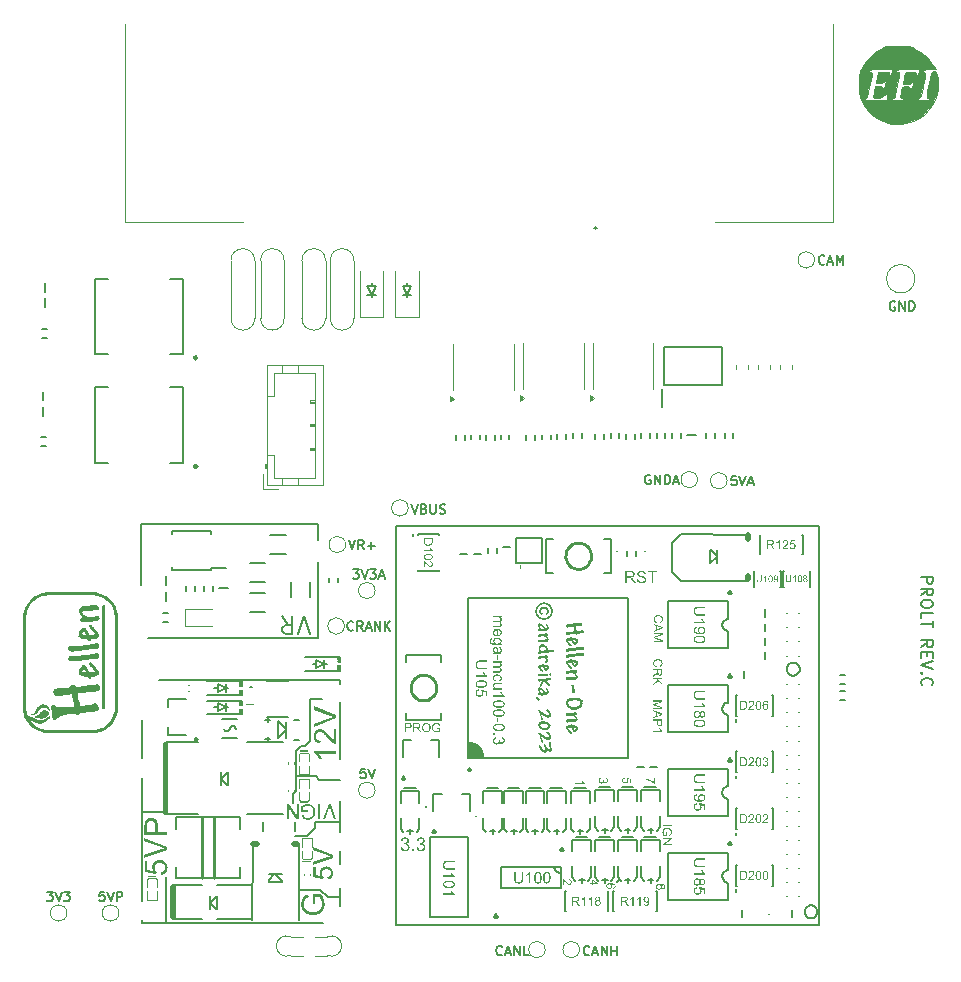
<source format=gto>
G75*
G70*
%OFA0B0*%
%FSLAX25Y25*%
%IPPOS*%
%LPD*%
%AMOC8*
5,1,8,0,0,1.08239X$1,22.5*
%
%ADD10C,0.00787*%
%ADD101C,0.01575*%
%ADD132C,0.00300*%
%ADD133C,0.01000*%
%ADD134C,0.00500*%
%ADD49C,0.00591*%
%ADD52C,0.00472*%
%ADD55C,0.00800*%
%ADD56C,0.00984*%
%ADD57C,0.00669*%
%ADD58C,0.00394*%
%ADD59C,0.00390*%
%ADD60C,0.00010*%
%ADD61C,0.00000*%
%ADD66C,0.01968*%
X0000000Y0000000D02*
%LPD*%
G01*
D49*
X0115405Y0133093D02*
X0117355Y0133093D01*
X0117355Y0133093D02*
X0116305Y0131893D01*
X0116305Y0131893D02*
X0116755Y0131893D01*
X0116755Y0131893D02*
X0117055Y0131743D01*
X0117055Y0131743D02*
X0117205Y0131594D01*
X0117205Y0131594D02*
X0117355Y0131294D01*
X0117355Y0131294D02*
X0117355Y0130544D01*
X0117355Y0130544D02*
X0117205Y0130244D01*
X0117205Y0130244D02*
X0117055Y0130094D01*
X0117055Y0130094D02*
X0116755Y0129944D01*
X0116755Y0129944D02*
X0115855Y0129944D01*
X0115855Y0129944D02*
X0115555Y0130094D01*
X0115555Y0130094D02*
X0115405Y0130244D01*
X0118255Y0133093D02*
X0119305Y0129944D01*
X0119305Y0129944D02*
X0120355Y0133093D01*
X0121105Y0133093D02*
X0123054Y0133093D01*
X0123054Y0133093D02*
X0122005Y0131893D01*
X0122005Y0131893D02*
X0122455Y0131893D01*
X0122455Y0131893D02*
X0122754Y0131743D01*
X0122754Y0131743D02*
X0122904Y0131594D01*
X0122904Y0131594D02*
X0123054Y0131294D01*
X0123054Y0131294D02*
X0123054Y0130544D01*
X0123054Y0130544D02*
X0122904Y0130244D01*
X0122904Y0130244D02*
X0122754Y0130094D01*
X0122754Y0130094D02*
X0122455Y0129944D01*
X0122455Y0129944D02*
X0121555Y0129944D01*
X0121555Y0129944D02*
X0121255Y0130094D01*
X0121255Y0130094D02*
X0121105Y0130244D01*
X0124254Y0130844D02*
X0125754Y0130844D01*
X0123954Y0129944D02*
X0125004Y0133093D01*
X0125004Y0133093D02*
X0126054Y0129944D01*
X0194277Y0004653D02*
X0194127Y0004503D01*
X0194127Y0004503D02*
X0193677Y0004353D01*
X0193677Y0004353D02*
X0193377Y0004353D01*
X0193377Y0004353D02*
X0192927Y0004503D01*
X0192927Y0004503D02*
X0192627Y0004803D01*
X0192627Y0004803D02*
X0192477Y0005103D01*
X0192477Y0005103D02*
X0192327Y0005703D01*
X0192327Y0005703D02*
X0192327Y0006153D01*
X0192327Y0006153D02*
X0192477Y0006753D01*
X0192477Y0006753D02*
X0192627Y0007053D01*
X0192627Y0007053D02*
X0192927Y0007353D01*
X0192927Y0007353D02*
X0193377Y0007503D01*
X0193377Y0007503D02*
X0193677Y0007503D01*
X0193677Y0007503D02*
X0194127Y0007353D01*
X0194127Y0007353D02*
X0194277Y0007203D01*
X0195477Y0005253D02*
X0196976Y0005253D01*
X0195177Y0004353D02*
X0196227Y0007503D01*
X0196227Y0007503D02*
X0197276Y0004353D01*
X0198326Y0004353D02*
X0198326Y0007503D01*
X0198326Y0007503D02*
X0200126Y0004353D01*
X0200126Y0004353D02*
X0200126Y0007503D01*
X0201626Y0004353D02*
X0201626Y0007503D01*
X0201626Y0006003D02*
X0203426Y0006003D01*
X0203426Y0004353D02*
X0203426Y0007503D01*
X0032559Y0025613D02*
X0031060Y0025613D01*
X0031060Y0025613D02*
X0030910Y0024113D01*
X0030910Y0024113D02*
X0031060Y0024263D01*
X0031060Y0024263D02*
X0031360Y0024413D01*
X0031360Y0024413D02*
X0032110Y0024413D01*
X0032110Y0024413D02*
X0032410Y0024263D01*
X0032410Y0024263D02*
X0032559Y0024113D01*
X0032559Y0024113D02*
X0032709Y0023813D01*
X0032709Y0023813D02*
X0032709Y0023063D01*
X0032709Y0023063D02*
X0032559Y0022763D01*
X0032559Y0022763D02*
X0032410Y0022613D01*
X0032410Y0022613D02*
X0032110Y0022463D01*
X0032110Y0022463D02*
X0031360Y0022463D01*
X0031360Y0022463D02*
X0031060Y0022613D01*
X0031060Y0022613D02*
X0030910Y0022763D01*
X0033609Y0025613D02*
X0034659Y0022463D01*
X0034659Y0022463D02*
X0035709Y0025613D01*
X0036759Y0022463D02*
X0036759Y0025613D01*
X0036759Y0025613D02*
X0037959Y0025613D01*
X0037959Y0025613D02*
X0038259Y0025463D01*
X0038259Y0025463D02*
X0038409Y0025313D01*
X0038409Y0025313D02*
X0038559Y0025013D01*
X0038559Y0025013D02*
X0038559Y0024563D01*
X0038559Y0024563D02*
X0038409Y0024263D01*
X0038409Y0024263D02*
X0038259Y0024113D01*
X0038259Y0024113D02*
X0037959Y0023963D01*
X0037959Y0023963D02*
X0036759Y0023963D01*
X0296095Y0222313D02*
X0295795Y0222463D01*
X0295795Y0222463D02*
X0295345Y0222463D01*
X0295345Y0222463D02*
X0294895Y0222313D01*
X0294895Y0222313D02*
X0294595Y0222013D01*
X0294595Y0222013D02*
X0294446Y0221714D01*
X0294446Y0221714D02*
X0294296Y0221114D01*
X0294296Y0221114D02*
X0294296Y0220664D01*
X0294296Y0220664D02*
X0294446Y0220064D01*
X0294446Y0220064D02*
X0294595Y0219764D01*
X0294595Y0219764D02*
X0294895Y0219464D01*
X0294895Y0219464D02*
X0295345Y0219314D01*
X0295345Y0219314D02*
X0295645Y0219314D01*
X0295645Y0219314D02*
X0296095Y0219464D01*
X0296095Y0219464D02*
X0296245Y0219614D01*
X0296245Y0219614D02*
X0296245Y0220664D01*
X0296245Y0220664D02*
X0295645Y0220664D01*
X0297595Y0219314D02*
X0297595Y0222463D01*
X0297595Y0222463D02*
X0299395Y0219314D01*
X0299395Y0219314D02*
X0299395Y0222463D01*
X0300895Y0219314D02*
X0300895Y0222463D01*
X0300895Y0222463D02*
X0301645Y0222463D01*
X0301645Y0222463D02*
X0302095Y0222313D01*
X0302095Y0222313D02*
X0302395Y0222013D01*
X0302395Y0222013D02*
X0302544Y0221714D01*
X0302544Y0221714D02*
X0302694Y0221114D01*
X0302694Y0221114D02*
X0302694Y0220664D01*
X0302694Y0220664D02*
X0302544Y0220064D01*
X0302544Y0220064D02*
X0302395Y0219764D01*
X0302395Y0219764D02*
X0302095Y0219464D01*
X0302095Y0219464D02*
X0301645Y0219314D01*
X0301645Y0219314D02*
X0300895Y0219314D01*
X0243189Y0164196D02*
X0241690Y0164196D01*
X0241690Y0164196D02*
X0241540Y0162696D01*
X0241540Y0162696D02*
X0241690Y0162846D01*
X0241690Y0162846D02*
X0241990Y0162996D01*
X0241990Y0162996D02*
X0242739Y0162996D01*
X0242739Y0162996D02*
X0243039Y0162846D01*
X0243039Y0162846D02*
X0243189Y0162696D01*
X0243189Y0162696D02*
X0243339Y0162396D01*
X0243339Y0162396D02*
X0243339Y0161646D01*
X0243339Y0161646D02*
X0243189Y0161346D01*
X0243189Y0161346D02*
X0243039Y0161196D01*
X0243039Y0161196D02*
X0242739Y0161046D01*
X0242739Y0161046D02*
X0241990Y0161046D01*
X0241990Y0161046D02*
X0241690Y0161196D01*
X0241690Y0161196D02*
X0241540Y0161346D01*
X0244239Y0164196D02*
X0245289Y0161046D01*
X0245289Y0161046D02*
X0246339Y0164196D01*
X0247239Y0161946D02*
X0248739Y0161946D01*
X0246939Y0161046D02*
X0247989Y0164196D01*
X0247989Y0164196D02*
X0249039Y0161046D01*
X0304843Y0130564D02*
X0308780Y0130564D01*
X0308780Y0130564D02*
X0308780Y0129064D01*
X0308780Y0129064D02*
X0308593Y0128689D01*
X0308593Y0128689D02*
X0308405Y0128502D01*
X0308405Y0128502D02*
X0308030Y0128314D01*
X0308030Y0128314D02*
X0307468Y0128314D01*
X0307468Y0128314D02*
X0307093Y0128502D01*
X0307093Y0128502D02*
X0306905Y0128689D01*
X0306905Y0128689D02*
X0306718Y0129064D01*
X0306718Y0129064D02*
X0306718Y0130564D01*
X0304843Y0124377D02*
X0306718Y0125689D01*
X0304843Y0126627D02*
X0308780Y0126627D01*
X0308780Y0126627D02*
X0308780Y0125127D01*
X0308780Y0125127D02*
X0308593Y0124752D01*
X0308593Y0124752D02*
X0308405Y0124565D01*
X0308405Y0124565D02*
X0308030Y0124377D01*
X0308030Y0124377D02*
X0307468Y0124377D01*
X0307468Y0124377D02*
X0307093Y0124565D01*
X0307093Y0124565D02*
X0306905Y0124752D01*
X0306905Y0124752D02*
X0306718Y0125127D01*
X0306718Y0125127D02*
X0306718Y0126627D01*
X0308780Y0121940D02*
X0308780Y0121190D01*
X0308780Y0121190D02*
X0308593Y0120815D01*
X0308593Y0120815D02*
X0308218Y0120440D01*
X0308218Y0120440D02*
X0307468Y0120253D01*
X0307468Y0120253D02*
X0306156Y0120253D01*
X0306156Y0120253D02*
X0305406Y0120440D01*
X0305406Y0120440D02*
X0305031Y0120815D01*
X0305031Y0120815D02*
X0304843Y0121190D01*
X0304843Y0121190D02*
X0304843Y0121940D01*
X0304843Y0121940D02*
X0305031Y0122315D01*
X0305031Y0122315D02*
X0305406Y0122690D01*
X0305406Y0122690D02*
X0306156Y0122877D01*
X0306156Y0122877D02*
X0307468Y0122877D01*
X0307468Y0122877D02*
X0308218Y0122690D01*
X0308218Y0122690D02*
X0308593Y0122315D01*
X0308593Y0122315D02*
X0308780Y0121940D01*
X0304843Y0116691D02*
X0304843Y0118565D01*
X0304843Y0118565D02*
X0308780Y0118565D01*
X0308780Y0115941D02*
X0308780Y0113691D01*
X0304843Y0114816D02*
X0308780Y0114816D01*
X0304843Y0107129D02*
X0306718Y0108442D01*
X0304843Y0109379D02*
X0308780Y0109379D01*
X0308780Y0109379D02*
X0308780Y0107879D01*
X0308780Y0107879D02*
X0308593Y0107504D01*
X0308593Y0107504D02*
X0308405Y0107317D01*
X0308405Y0107317D02*
X0308030Y0107129D01*
X0308030Y0107129D02*
X0307468Y0107129D01*
X0307468Y0107129D02*
X0307093Y0107317D01*
X0307093Y0107317D02*
X0306905Y0107504D01*
X0306905Y0107504D02*
X0306718Y0107879D01*
X0306718Y0107879D02*
X0306718Y0109379D01*
X0306905Y0105442D02*
X0306905Y0104130D01*
X0304843Y0103567D02*
X0304843Y0105442D01*
X0304843Y0105442D02*
X0308780Y0105442D01*
X0308780Y0105442D02*
X0308780Y0103567D01*
X0308780Y0102442D02*
X0304843Y0101130D01*
X0304843Y0101130D02*
X0308780Y0099818D01*
X0305218Y0098505D02*
X0305031Y0098318D01*
X0305031Y0098318D02*
X0304843Y0098505D01*
X0304843Y0098505D02*
X0305031Y0098693D01*
X0305031Y0098693D02*
X0305218Y0098505D01*
X0305218Y0098505D02*
X0304843Y0098505D01*
X0305218Y0094381D02*
X0305031Y0094568D01*
X0305031Y0094568D02*
X0304843Y0095131D01*
X0304843Y0095131D02*
X0304843Y0095506D01*
X0304843Y0095506D02*
X0305031Y0096068D01*
X0305031Y0096068D02*
X0305406Y0096443D01*
X0305406Y0096443D02*
X0305781Y0096631D01*
X0305781Y0096631D02*
X0306531Y0096818D01*
X0306531Y0096818D02*
X0307093Y0096818D01*
X0307093Y0096818D02*
X0307843Y0096631D01*
X0307843Y0096631D02*
X0308218Y0096443D01*
X0308218Y0096443D02*
X0308593Y0096068D01*
X0308593Y0096068D02*
X0308780Y0095506D01*
X0308780Y0095506D02*
X0308780Y0095131D01*
X0308780Y0095131D02*
X0308593Y0094568D01*
X0308593Y0094568D02*
X0308405Y0094381D01*
X0272623Y0234968D02*
X0272473Y0234818D01*
X0272473Y0234818D02*
X0272023Y0234668D01*
X0272023Y0234668D02*
X0271723Y0234668D01*
X0271723Y0234668D02*
X0271273Y0234818D01*
X0271273Y0234818D02*
X0270973Y0235118D01*
X0270973Y0235118D02*
X0270823Y0235418D01*
X0270823Y0235418D02*
X0270673Y0236018D01*
X0270673Y0236018D02*
X0270673Y0236468D01*
X0270673Y0236468D02*
X0270823Y0237068D01*
X0270823Y0237068D02*
X0270973Y0237368D01*
X0270973Y0237368D02*
X0271273Y0237668D01*
X0271273Y0237668D02*
X0271723Y0237818D01*
X0271723Y0237818D02*
X0272023Y0237818D01*
X0272023Y0237818D02*
X0272473Y0237668D01*
X0272473Y0237668D02*
X0272623Y0237518D01*
X0273823Y0235568D02*
X0275323Y0235568D01*
X0273523Y0234668D02*
X0274573Y0237818D01*
X0274573Y0237818D02*
X0275623Y0234668D01*
X0276673Y0234668D02*
X0276673Y0237818D01*
X0276673Y0237818D02*
X0277723Y0235568D01*
X0277723Y0235568D02*
X0278772Y0237818D01*
X0278772Y0237818D02*
X0278772Y0234668D01*
X0115537Y0112921D02*
X0115387Y0112771D01*
X0115387Y0112771D02*
X0114937Y0112621D01*
X0114937Y0112621D02*
X0114637Y0112621D01*
X0114637Y0112621D02*
X0114187Y0112771D01*
X0114187Y0112771D02*
X0113887Y0113071D01*
X0113887Y0113071D02*
X0113737Y0113371D01*
X0113737Y0113371D02*
X0113587Y0113971D01*
X0113587Y0113971D02*
X0113587Y0114421D01*
X0113587Y0114421D02*
X0113737Y0115021D01*
X0113737Y0115021D02*
X0113887Y0115321D01*
X0113887Y0115321D02*
X0114187Y0115621D01*
X0114187Y0115621D02*
X0114637Y0115770D01*
X0114637Y0115770D02*
X0114937Y0115770D01*
X0114937Y0115770D02*
X0115387Y0115621D01*
X0115387Y0115621D02*
X0115537Y0115471D01*
X0118686Y0112621D02*
X0117636Y0114121D01*
X0116886Y0112621D02*
X0116886Y0115770D01*
X0116886Y0115770D02*
X0118086Y0115770D01*
X0118086Y0115770D02*
X0118386Y0115621D01*
X0118386Y0115621D02*
X0118536Y0115471D01*
X0118536Y0115471D02*
X0118686Y0115171D01*
X0118686Y0115171D02*
X0118686Y0114721D01*
X0118686Y0114721D02*
X0118536Y0114421D01*
X0118536Y0114421D02*
X0118386Y0114271D01*
X0118386Y0114271D02*
X0118086Y0114121D01*
X0118086Y0114121D02*
X0116886Y0114121D01*
X0119886Y0113521D02*
X0121386Y0113521D01*
X0119586Y0112621D02*
X0120636Y0115770D01*
X0120636Y0115770D02*
X0121686Y0112621D01*
X0122736Y0112621D02*
X0122736Y0115770D01*
X0122736Y0115770D02*
X0124536Y0112621D01*
X0124536Y0112621D02*
X0124536Y0115770D01*
X0126035Y0112621D02*
X0126035Y0115770D01*
X0127835Y0112621D02*
X0126485Y0114421D01*
X0127835Y0115770D02*
X0126035Y0113971D01*
X0114074Y0142936D02*
X0115124Y0139786D01*
X0115124Y0139786D02*
X0116174Y0142936D01*
X0119024Y0139786D02*
X0117974Y0141286D01*
X0117224Y0139786D02*
X0117224Y0142936D01*
X0117224Y0142936D02*
X0118424Y0142936D01*
X0118424Y0142936D02*
X0118724Y0142786D01*
X0118724Y0142786D02*
X0118874Y0142636D01*
X0118874Y0142636D02*
X0119024Y0142336D01*
X0119024Y0142336D02*
X0119024Y0141886D01*
X0119024Y0141886D02*
X0118874Y0141586D01*
X0118874Y0141586D02*
X0118724Y0141436D01*
X0118724Y0141436D02*
X0118424Y0141286D01*
X0118424Y0141286D02*
X0117224Y0141286D01*
X0120374Y0140986D02*
X0122773Y0140986D01*
X0121573Y0139786D02*
X0121573Y0142186D01*
X0013437Y0025613D02*
X0015387Y0025613D01*
X0015387Y0025613D02*
X0014337Y0024413D01*
X0014337Y0024413D02*
X0014787Y0024413D01*
X0014787Y0024413D02*
X0015087Y0024263D01*
X0015087Y0024263D02*
X0015237Y0024113D01*
X0015237Y0024113D02*
X0015387Y0023813D01*
X0015387Y0023813D02*
X0015387Y0023063D01*
X0015387Y0023063D02*
X0015237Y0022763D01*
X0015237Y0022763D02*
X0015087Y0022613D01*
X0015087Y0022613D02*
X0014787Y0022463D01*
X0014787Y0022463D02*
X0013887Y0022463D01*
X0013887Y0022463D02*
X0013587Y0022613D01*
X0013587Y0022613D02*
X0013437Y0022763D01*
X0016287Y0025613D02*
X0017336Y0022463D01*
X0017336Y0022463D02*
X0018386Y0025613D01*
X0019136Y0025613D02*
X0021086Y0025613D01*
X0021086Y0025613D02*
X0020036Y0024413D01*
X0020036Y0024413D02*
X0020486Y0024413D01*
X0020486Y0024413D02*
X0020786Y0024263D01*
X0020786Y0024263D02*
X0020936Y0024113D01*
X0020936Y0024113D02*
X0021086Y0023813D01*
X0021086Y0023813D02*
X0021086Y0023063D01*
X0021086Y0023063D02*
X0020936Y0022763D01*
X0020936Y0022763D02*
X0020786Y0022613D01*
X0020786Y0022613D02*
X0020486Y0022463D01*
X0020486Y0022463D02*
X0019586Y0022463D01*
X0019586Y0022463D02*
X0019286Y0022613D01*
X0019286Y0022613D02*
X0019136Y0022763D01*
X0214599Y0164439D02*
X0214299Y0164589D01*
X0214299Y0164589D02*
X0213849Y0164589D01*
X0213849Y0164589D02*
X0213399Y0164439D01*
X0213399Y0164439D02*
X0213099Y0164139D01*
X0213099Y0164139D02*
X0212949Y0163839D01*
X0212949Y0163839D02*
X0212799Y0163240D01*
X0212799Y0163240D02*
X0212799Y0162790D01*
X0212799Y0162790D02*
X0212949Y0162190D01*
X0212949Y0162190D02*
X0213099Y0161890D01*
X0213099Y0161890D02*
X0213399Y0161590D01*
X0213399Y0161590D02*
X0213849Y0161440D01*
X0213849Y0161440D02*
X0214149Y0161440D01*
X0214149Y0161440D02*
X0214599Y0161590D01*
X0214599Y0161590D02*
X0214749Y0161740D01*
X0214749Y0161740D02*
X0214749Y0162790D01*
X0214749Y0162790D02*
X0214149Y0162790D01*
X0216099Y0161440D02*
X0216099Y0164589D01*
X0216099Y0164589D02*
X0217899Y0161440D01*
X0217899Y0161440D02*
X0217899Y0164589D01*
X0219399Y0161440D02*
X0219399Y0164589D01*
X0219399Y0164589D02*
X0220149Y0164589D01*
X0220149Y0164589D02*
X0220598Y0164439D01*
X0220598Y0164439D02*
X0220898Y0164139D01*
X0220898Y0164139D02*
X0221048Y0163839D01*
X0221048Y0163839D02*
X0221198Y0163240D01*
X0221198Y0163240D02*
X0221198Y0162790D01*
X0221198Y0162790D02*
X0221048Y0162190D01*
X0221048Y0162190D02*
X0220898Y0161890D01*
X0220898Y0161890D02*
X0220598Y0161590D01*
X0220598Y0161590D02*
X0220149Y0161440D01*
X0220149Y0161440D02*
X0219399Y0161440D01*
X0222398Y0162340D02*
X0223898Y0162340D01*
X0222098Y0161440D02*
X0223148Y0164589D01*
X0223148Y0164589D02*
X0224198Y0161440D01*
X0134940Y0154747D02*
X0135990Y0151597D01*
X0135990Y0151597D02*
X0137040Y0154747D01*
X0139140Y0153247D02*
X0139590Y0153097D01*
X0139590Y0153097D02*
X0139740Y0152947D01*
X0139740Y0152947D02*
X0139890Y0152647D01*
X0139890Y0152647D02*
X0139890Y0152197D01*
X0139890Y0152197D02*
X0139740Y0151897D01*
X0139740Y0151897D02*
X0139590Y0151747D01*
X0139590Y0151747D02*
X0139290Y0151597D01*
X0139290Y0151597D02*
X0138090Y0151597D01*
X0138090Y0151597D02*
X0138090Y0154747D01*
X0138090Y0154747D02*
X0139140Y0154747D01*
X0139140Y0154747D02*
X0139440Y0154597D01*
X0139440Y0154597D02*
X0139590Y0154447D01*
X0139590Y0154447D02*
X0139740Y0154147D01*
X0139740Y0154147D02*
X0139740Y0153847D01*
X0139740Y0153847D02*
X0139590Y0153547D01*
X0139590Y0153547D02*
X0139440Y0153397D01*
X0139440Y0153397D02*
X0139140Y0153247D01*
X0139140Y0153247D02*
X0138090Y0153247D01*
X0141240Y0154747D02*
X0141240Y0152197D01*
X0141240Y0152197D02*
X0141390Y0151897D01*
X0141390Y0151897D02*
X0141540Y0151747D01*
X0141540Y0151747D02*
X0141840Y0151597D01*
X0141840Y0151597D02*
X0142440Y0151597D01*
X0142440Y0151597D02*
X0142739Y0151747D01*
X0142739Y0151747D02*
X0142889Y0151897D01*
X0142889Y0151897D02*
X0143039Y0152197D01*
X0143039Y0152197D02*
X0143039Y0154747D01*
X0144389Y0151747D02*
X0144839Y0151597D01*
X0144839Y0151597D02*
X0145589Y0151597D01*
X0145589Y0151597D02*
X0145889Y0151747D01*
X0145889Y0151747D02*
X0146039Y0151897D01*
X0146039Y0151897D02*
X0146189Y0152197D01*
X0146189Y0152197D02*
X0146189Y0152497D01*
X0146189Y0152497D02*
X0146039Y0152797D01*
X0146039Y0152797D02*
X0145889Y0152947D01*
X0145889Y0152947D02*
X0145589Y0153097D01*
X0145589Y0153097D02*
X0144989Y0153247D01*
X0144989Y0153247D02*
X0144689Y0153397D01*
X0144689Y0153397D02*
X0144539Y0153547D01*
X0144539Y0153547D02*
X0144389Y0153847D01*
X0144389Y0153847D02*
X0144389Y0154147D01*
X0144389Y0154147D02*
X0144539Y0154447D01*
X0144539Y0154447D02*
X0144689Y0154597D01*
X0144689Y0154597D02*
X0144989Y0154747D01*
X0144989Y0154747D02*
X0145739Y0154747D01*
X0145739Y0154747D02*
X0146189Y0154597D01*
X0165143Y0004653D02*
X0164993Y0004503D01*
X0164993Y0004503D02*
X0164543Y0004353D01*
X0164543Y0004353D02*
X0164243Y0004353D01*
X0164243Y0004353D02*
X0163793Y0004503D01*
X0163793Y0004503D02*
X0163493Y0004803D01*
X0163493Y0004803D02*
X0163343Y0005103D01*
X0163343Y0005103D02*
X0163193Y0005703D01*
X0163193Y0005703D02*
X0163193Y0006153D01*
X0163193Y0006153D02*
X0163343Y0006753D01*
X0163343Y0006753D02*
X0163493Y0007053D01*
X0163493Y0007053D02*
X0163793Y0007353D01*
X0163793Y0007353D02*
X0164243Y0007503D01*
X0164243Y0007503D02*
X0164543Y0007503D01*
X0164543Y0007503D02*
X0164993Y0007353D01*
X0164993Y0007353D02*
X0165143Y0007203D01*
X0166343Y0005253D02*
X0167843Y0005253D01*
X0166043Y0004353D02*
X0167093Y0007503D01*
X0167093Y0007503D02*
X0168143Y0004353D01*
X0169192Y0004353D02*
X0169192Y0007503D01*
X0169192Y0007503D02*
X0170992Y0004353D01*
X0170992Y0004353D02*
X0170992Y0007503D01*
X0173992Y0004353D02*
X0172492Y0004353D01*
X0172492Y0004353D02*
X0172492Y0007503D01*
X0119567Y0066558D02*
X0118068Y0066558D01*
X0118068Y0066558D02*
X0117918Y0065058D01*
X0117918Y0065058D02*
X0118068Y0065208D01*
X0118068Y0065208D02*
X0118368Y0065358D01*
X0118368Y0065358D02*
X0119117Y0065358D01*
X0119117Y0065358D02*
X0119417Y0065208D01*
X0119417Y0065208D02*
X0119567Y0065058D01*
X0119567Y0065058D02*
X0119717Y0064758D01*
X0119717Y0064758D02*
X0119717Y0064008D01*
X0119717Y0064008D02*
X0119567Y0063708D01*
X0119567Y0063708D02*
X0119417Y0063558D01*
X0119417Y0063558D02*
X0119117Y0063408D01*
X0119117Y0063408D02*
X0118368Y0063408D01*
X0118368Y0063408D02*
X0118068Y0063558D01*
X0118068Y0063558D02*
X0117918Y0063708D01*
X0120617Y0066558D02*
X0121667Y0063408D01*
X0121667Y0063408D02*
X0122717Y0066558D01*
D55*
X0149862Y0176273D02*
X0149862Y0177848D01*
X0152799Y0176269D02*
X0152799Y0177844D01*
D52*
X0112992Y0141339D02*
G75*
G02*
X0107480Y0141339I-002756J0000000D01*
G01*
X0107480Y0141339D02*
G75*
G02*
X0112992Y0141339I0002756J0000000D01*
G01*
D10*
X0226831Y0177756D02*
X0229783Y0177756D01*
D55*
X0211532Y0178351D02*
X0211532Y0176776D01*
X0214468Y0178346D02*
X0214468Y0176772D01*
D10*
X0012244Y0192323D02*
X0012244Y0189370D01*
D55*
X0279528Y0089469D02*
X0277953Y0089469D01*
X0279532Y0092405D02*
X0277957Y0092405D01*
X0201296Y0178351D02*
X0201296Y0176776D01*
X0204232Y0178346D02*
X0204232Y0176772D01*
D52*
X0107874Y0235827D02*
X0107874Y0216732D01*
X0115748Y0235827D02*
X0115748Y0216732D01*
X0107874Y0236024D02*
G75*
G02*
X0115748Y0236024I0003937J0000000D01*
G01*
X0115748Y0216732D02*
G75*
G02*
X0107874Y0216732I-003937J0000000D01*
G01*
X0020079Y0018504D02*
G75*
G02*
X0014567Y0018504I-002756J0000000D01*
G01*
X0014567Y0018504D02*
G75*
G02*
X0020079Y0018504I0002756J0000000D01*
G01*
X0195433Y0200787D02*
X0195433Y0208465D01*
X0195433Y0200787D02*
X0195433Y0193110D01*
X0215591Y0200787D02*
X0215591Y0208465D01*
X0215591Y0200787D02*
X0215591Y0193110D01*
X0195807Y0190157D02*
X0194508Y0189213D01*
X0194508Y0191102D01*
X0195807Y0190157D01*
G36*
X0195807Y0190157D02*
G01*
X0194508Y0189213D01*
X0194508Y0191102D01*
X0195807Y0190157D01*
G37*
D10*
X0218583Y0187205D02*
X0218583Y0193209D01*
X0219094Y0207185D02*
X0238386Y0207185D01*
X0219094Y0194587D02*
X0219094Y0207185D01*
X0238386Y0207185D02*
X0238386Y0194587D01*
X0238386Y0194587D02*
X0219094Y0194587D01*
D55*
X0012992Y0174114D02*
X0011417Y0174114D01*
X0012996Y0177051D02*
X0011421Y0177051D01*
D10*
X0012638Y0228543D02*
X0012638Y0225591D01*
D55*
X0277949Y0094997D02*
X0279523Y0094997D01*
X0277953Y0097933D02*
X0279528Y0097933D01*
D52*
X0037402Y0018504D02*
G75*
G02*
X0031890Y0018504I-002756J0000000D01*
G01*
X0031890Y0018504D02*
G75*
G02*
X0037402Y0018504I0002756J0000000D01*
G01*
D10*
X0029331Y0193701D02*
X0033858Y0193701D01*
X0029331Y0168504D02*
X0029331Y0193701D01*
X0033858Y0168504D02*
X0029331Y0168504D01*
X0054331Y0193701D02*
X0058858Y0193701D01*
X0058858Y0193701D02*
X0058858Y0168504D01*
X0058858Y0168504D02*
X0054331Y0168504D01*
D56*
X0063484Y0167323D02*
G75*
G02*
X0062500Y0167323I-000492J0000000D01*
G01*
X0062500Y0167323D02*
G75*
G02*
X0063484Y0167323I0000492J0000000D01*
G01*
D57*
X0103144Y0103002D02*
X0103144Y0100246D01*
X0103144Y0101624D02*
X0101963Y0101624D01*
X0105900Y0103002D02*
X0105900Y0100246D01*
X0105900Y0101624D02*
X0103144Y0103002D01*
X0105900Y0101624D02*
X0103144Y0100246D01*
X0106687Y0101624D02*
X0105900Y0101624D01*
D49*
X0110624Y0103789D02*
X0110628Y0102230D01*
X0110624Y0101018D02*
X0110624Y0099262D01*
X0111128Y0103888D02*
X0099600Y0103888D01*
X0111128Y0103888D02*
X0111128Y0102230D01*
X0111128Y0102624D02*
X0110624Y0102624D01*
X0111128Y0101018D02*
X0111128Y0099262D01*
X0111128Y0100624D02*
X0110628Y0100624D01*
X0111128Y0099262D02*
X0099600Y0099262D01*
D52*
X0230315Y0162992D02*
G75*
G02*
X0224803Y0162992I-002756J0000000D01*
G01*
X0224803Y0162992D02*
G75*
G02*
X0230315Y0162992I0002756J0000000D01*
G01*
D10*
X0012244Y0187205D02*
X0012244Y0184252D01*
D55*
X0107579Y0128740D02*
X0107579Y0130315D01*
X0110515Y0128736D02*
X0110515Y0130311D01*
D52*
X0085591Y0164921D02*
X0085591Y0160000D01*
X0085591Y0160000D02*
X0090512Y0160000D01*
X0085984Y0168110D02*
X0085984Y0166929D01*
X0085984Y0166929D02*
X0086772Y0166929D01*
X0086378Y0168110D02*
X0086378Y0166929D01*
X0086772Y0201024D02*
X0086772Y0161181D01*
X0086772Y0171260D02*
X0089173Y0171260D01*
X0086772Y0168110D02*
X0085984Y0168110D01*
X0086772Y0161181D02*
X0105354Y0161181D01*
X0089173Y0198622D02*
X0089173Y0190945D01*
X0089173Y0190945D02*
X0086772Y0190945D01*
X0089173Y0171260D02*
X0089173Y0163583D01*
X0089173Y0163583D02*
X0102953Y0163583D01*
X0091929Y0201024D02*
X0091929Y0198622D01*
X0091929Y0161181D02*
X0091929Y0163583D01*
X0097047Y0201024D02*
X0097047Y0198622D01*
X0097047Y0161181D02*
X0097047Y0163583D01*
X0100984Y0189370D02*
X0102953Y0189370D01*
X0100984Y0188583D02*
X0100984Y0189370D01*
X0100984Y0181496D02*
X0102953Y0181496D01*
X0100984Y0180709D02*
X0100984Y0181496D01*
X0100984Y0173622D02*
X0102953Y0173622D01*
X0100984Y0172835D02*
X0100984Y0173622D01*
X0102953Y0198622D02*
X0089173Y0198622D01*
X0102953Y0188976D02*
X0100984Y0188976D01*
X0102953Y0188583D02*
X0100984Y0188583D01*
X0102953Y0181102D02*
X0100984Y0181102D01*
X0102953Y0180709D02*
X0100984Y0180709D01*
X0102953Y0173228D02*
X0100984Y0173228D01*
X0102953Y0172835D02*
X0100984Y0172835D01*
X0102953Y0163583D02*
X0102953Y0198622D01*
X0105354Y0201024D02*
X0086772Y0201024D01*
X0105354Y0161181D02*
X0105354Y0201024D01*
D10*
X0129921Y0014567D02*
X0129921Y0147638D01*
X0270866Y0147638D02*
X0129921Y0147638D01*
X0270866Y0014567D02*
X0129921Y0014567D01*
X0270866Y0014567D02*
X0270866Y0147638D01*
D55*
X0206398Y0176673D02*
X0206398Y0178248D01*
X0209334Y0176669D02*
X0209334Y0178244D01*
D52*
X0112598Y0114173D02*
G75*
G02*
X0107087Y0114173I-002756J0000000D01*
G01*
X0107087Y0114173D02*
G75*
G02*
X0112598Y0114173I0002756J0000000D01*
G01*
D55*
X0216634Y0176870D02*
X0216634Y0178445D01*
X0219570Y0176866D02*
X0219570Y0178441D01*
X0173248Y0176280D02*
X0173248Y0177854D01*
X0176184Y0176275D02*
X0176184Y0177850D01*
X0154839Y0177957D02*
X0154839Y0176382D01*
X0157776Y0177953D02*
X0157776Y0176378D01*
D52*
X0122835Y0125984D02*
G75*
G02*
X0117323Y0125984I-002756J0000000D01*
G01*
X0117323Y0125984D02*
G75*
G02*
X0122835Y0125984I0002756J0000000D01*
G01*
D58*
X0039370Y0248819D02*
X0078740Y0248819D01*
X0039496Y0314961D02*
X0039370Y0248819D01*
D10*
X0195866Y0246850D02*
X0195866Y0246850D01*
X0196654Y0246850D02*
X0196654Y0246850D01*
D58*
X0236220Y0248819D02*
X0275413Y0248819D01*
X0275413Y0248819D02*
X0275413Y0314961D01*
X0275413Y0341929D02*
D10*
X0195866Y0246850D02*
G75*
G02*
X0196654Y0246850I0000394J0000000D01*
G01*
X0196654Y0246850D02*
G75*
G02*
X0195866Y0246850I-000394J0000000D01*
G01*
X0029331Y0229921D02*
X0033858Y0229921D01*
X0029331Y0204724D02*
X0029331Y0229921D01*
X0033858Y0204724D02*
X0029331Y0204724D01*
X0054331Y0229921D02*
X0058858Y0229921D01*
X0058858Y0229921D02*
X0058858Y0204724D01*
X0058858Y0204724D02*
X0054331Y0204724D01*
D56*
X0063484Y0203543D02*
G75*
G02*
X0062500Y0203543I-000492J0000000D01*
G01*
X0062500Y0203543D02*
G75*
G02*
X0063484Y0203543I0000492J0000000D01*
G01*
D52*
X0190945Y0006299D02*
G75*
G02*
X0185433Y0006299I-002756J0000000D01*
G01*
X0185433Y0006299D02*
G75*
G02*
X0190945Y0006299I0002756J0000000D01*
G01*
X0179528Y0006299D02*
G75*
G02*
X0174016Y0006299I-002756J0000000D01*
G01*
X0174016Y0006299D02*
G75*
G02*
X0179528Y0006299I0002756J0000000D01*
G01*
X0269291Y0236220D02*
G75*
G02*
X0263780Y0236220I-002756J0000000D01*
G01*
X0263780Y0236220D02*
G75*
G02*
X0269291Y0236220I0002756J0000000D01*
G01*
X0250610Y0201182D02*
X0250610Y0199900D01*
X0254626Y0201182D02*
X0254626Y0199900D01*
X0148878Y0200591D02*
X0148878Y0208268D01*
X0148878Y0200591D02*
X0148878Y0192913D01*
X0169035Y0200591D02*
X0169035Y0208268D01*
X0169035Y0200591D02*
X0169035Y0192913D01*
X0149252Y0189961D02*
X0147953Y0189016D01*
X0147953Y0190906D01*
X0149252Y0189961D01*
G36*
X0149252Y0189961D02*
G01*
X0147953Y0189016D01*
X0147953Y0190906D01*
X0149252Y0189961D01*
G37*
X0084646Y0235827D02*
X0084646Y0216732D01*
X0092520Y0235827D02*
X0092520Y0216732D01*
X0084646Y0236024D02*
G75*
G02*
X0092520Y0236024I0003937J0000000D01*
G01*
X0092520Y0216732D02*
G75*
G02*
X0084646Y0216732I-003937J0000000D01*
G01*
X0240157Y0162598D02*
G75*
G02*
X0234646Y0162598I-002756J0000000D01*
G01*
X0234646Y0162598D02*
G75*
G02*
X0240157Y0162598I0002756J0000000D01*
G01*
D55*
X0178461Y0177957D02*
X0178461Y0176382D01*
X0181398Y0177953D02*
X0181398Y0176378D01*
D59*
X0094787Y0010630D02*
X0098787Y0010630D01*
X0098787Y0004331D02*
X0094787Y0004331D01*
X0102787Y0010630D02*
X0106787Y0010630D01*
X0106787Y0004331D02*
X0102787Y0004331D01*
D52*
X0094553Y0004317D02*
G75*
G02*
X0094587Y0010630I-001265J0003163D01*
G01*
X0106988Y0010630D02*
G75*
G02*
X0107004Y0004324I0001299J-003150D01*
G01*
D55*
X0013386Y0210335D02*
X0011811Y0210335D01*
X0013390Y0213271D02*
X0011815Y0213271D01*
D52*
X0122835Y0059449D02*
G75*
G02*
X0117323Y0059449I-002756J0000000D01*
G01*
X0117323Y0059449D02*
G75*
G02*
X0122835Y0059449I0002756J0000000D01*
G01*
X0117717Y0217126D02*
X0117717Y0232480D01*
X0117717Y0217126D02*
X0125591Y0217126D01*
D57*
X0121654Y0227362D02*
X0121654Y0228543D01*
X0121654Y0224606D02*
X0120276Y0227362D01*
X0121654Y0224606D02*
X0123031Y0227362D01*
X0121654Y0223819D02*
X0121654Y0224606D01*
X0123031Y0227362D02*
X0120276Y0227362D01*
X0123031Y0224606D02*
X0120276Y0224606D01*
D52*
X0125591Y0217126D02*
X0125591Y0232480D01*
X0074803Y0235827D02*
X0074803Y0216732D01*
X0082677Y0235827D02*
X0082677Y0216732D01*
X0074803Y0236024D02*
G75*
G02*
X0082677Y0236024I0003937J0000000D01*
G01*
X0082677Y0216732D02*
G75*
G02*
X0074803Y0216732I-003937J0000000D01*
G01*
X0133858Y0153543D02*
G75*
G02*
X0128346Y0153543I-002756J0000000D01*
G01*
X0128346Y0153543D02*
G75*
G02*
X0133858Y0153543I0002756J0000000D01*
G01*
X0129528Y0217126D02*
X0129528Y0232480D01*
X0129528Y0217126D02*
X0137402Y0217126D01*
D57*
X0133465Y0227362D02*
X0133465Y0228543D01*
X0133465Y0224606D02*
X0132087Y0227362D01*
X0133465Y0224606D02*
X0134843Y0227362D01*
X0133465Y0223819D02*
X0133465Y0224606D01*
X0134843Y0227362D02*
X0132087Y0227362D01*
X0134843Y0224606D02*
X0132087Y0224606D01*
D52*
X0137402Y0217126D02*
X0137402Y0232480D01*
X0172205Y0200787D02*
X0172205Y0208465D01*
X0172205Y0200787D02*
X0172205Y0193110D01*
X0192362Y0200787D02*
X0192362Y0208465D01*
X0192362Y0200787D02*
X0192362Y0193110D01*
X0172579Y0190157D02*
X0171280Y0189213D01*
X0171280Y0191102D01*
X0172579Y0190157D01*
G36*
X0172579Y0190157D02*
G01*
X0171280Y0189213D01*
X0171280Y0191102D01*
X0172579Y0190157D01*
G37*
X0257697Y0201231D02*
X0257697Y0199950D01*
X0261713Y0201231D02*
X0261713Y0199950D01*
D55*
X0239331Y0176969D02*
X0239331Y0178543D01*
X0242267Y0176964D02*
X0242267Y0178539D01*
X0233032Y0176969D02*
X0233032Y0178543D01*
X0235968Y0176964D02*
X0235968Y0178539D01*
X0183484Y0176673D02*
X0183484Y0178248D01*
X0186421Y0176669D02*
X0186421Y0178244D01*
X0164682Y0177957D02*
X0164682Y0176382D01*
X0167618Y0177953D02*
X0167618Y0176378D01*
D52*
X0098425Y0235827D02*
X0098425Y0216732D01*
X0106299Y0235827D02*
X0106299Y0216732D01*
X0098425Y0236024D02*
G75*
G02*
X0106299Y0236024I0003937J0000000D01*
G01*
X0106299Y0216732D02*
G75*
G02*
X0098425Y0216732I-003937J0000000D01*
G01*
D55*
X0196161Y0176673D02*
X0196161Y0178248D01*
X0199098Y0176669D02*
X0199098Y0178244D01*
D10*
X0012638Y0223425D02*
X0012638Y0220472D01*
D60*
X0298734Y0307638D02*
X0299924Y0307578D01*
X0300824Y0307438D01*
X0301644Y0307178D01*
X0302574Y0306758D01*
X0302914Y0306588D01*
X0305024Y0305258D01*
X0307004Y0303498D01*
X0308614Y0301508D01*
X0308884Y0301068D01*
X0309634Y0299818D01*
X0307634Y0299818D01*
X0306404Y0299768D01*
X0305704Y0299588D01*
X0305454Y0299328D01*
X0305514Y0298898D01*
X0305794Y0298828D01*
X0306154Y0298658D01*
X0306164Y0298058D01*
X0306134Y0297908D01*
X0305994Y0297188D01*
X0305784Y0296008D01*
X0305514Y0294558D01*
X0305364Y0293688D01*
X0305054Y0292108D01*
X0304784Y0291078D01*
X0304514Y0290488D01*
X0304214Y0290248D01*
X0304174Y0290238D01*
X0304124Y0290218D01*
X0303604Y0289998D01*
X0303634Y0289768D01*
X0304184Y0289588D01*
X0305194Y0289498D01*
X0305574Y0289488D01*
X0306644Y0289538D01*
X0307364Y0289668D01*
X0307574Y0289818D01*
X0307304Y0290118D01*
X0307074Y0290158D01*
X0306834Y0290178D01*
X0306684Y0290298D01*
X0306644Y0290618D01*
X0306704Y0291248D01*
X0306874Y0292278D01*
X0307174Y0293808D01*
X0307374Y0294808D01*
X0307784Y0296708D01*
X0308164Y0298008D01*
X0308484Y0298678D01*
X0308604Y0298768D01*
X0309184Y0299138D01*
X0309304Y0299278D01*
X0309554Y0299308D01*
X0309844Y0298788D01*
X0310134Y0297838D01*
X0310374Y0296588D01*
X0310444Y0296048D01*
X0310434Y0293308D01*
X0309824Y0290588D01*
X0308644Y0288018D01*
X0306954Y0285748D01*
X0306354Y0285128D01*
X0304334Y0283488D01*
X0302264Y0282398D01*
X0299954Y0281788D01*
X0297744Y0281598D01*
X0295404Y0281618D01*
X0293594Y0281888D01*
X0293084Y0282028D01*
X0290414Y0283218D01*
X0288104Y0284968D01*
X0286144Y0287278D01*
X0285004Y0289188D01*
X0284696Y0289818D01*
X0285744Y0289818D01*
X0285964Y0289668D01*
X0286814Y0289558D01*
X0288274Y0289498D01*
X0289554Y0289488D01*
X0293574Y0289488D01*
X0293574Y0289818D01*
X0294914Y0289818D01*
X0295214Y0289648D01*
X0296004Y0289528D01*
X0296914Y0289488D01*
X0297974Y0289538D01*
X0298694Y0289668D01*
X0298914Y0289818D01*
X0298634Y0290108D01*
X0298374Y0290158D01*
X0298054Y0290258D01*
X0297954Y0290678D01*
X0298044Y0291568D01*
X0298064Y0291698D01*
X0298244Y0292728D01*
X0298414Y0293508D01*
X0298474Y0293698D01*
X0298854Y0293978D01*
X0299544Y0294138D01*
X0300294Y0294138D01*
X0300814Y0293988D01*
X0300914Y0293818D01*
X0301074Y0293468D01*
X0301444Y0293538D01*
X0301834Y0293948D01*
X0302004Y0294408D01*
X0302084Y0295248D01*
X0301884Y0295488D01*
X0301504Y0295218D01*
X0300914Y0294948D01*
X0300034Y0294828D01*
X0299964Y0294818D01*
X0298824Y0294818D01*
X0299054Y0296558D01*
X0299214Y0297588D01*
X0299374Y0298338D01*
X0299444Y0298558D01*
X0299844Y0298698D01*
X0300704Y0298798D01*
X0301464Y0298818D01*
X0302524Y0298788D01*
X0303044Y0298668D01*
X0303154Y0298428D01*
X0303124Y0298328D01*
X0303164Y0297888D01*
X0303384Y0297818D01*
X0303744Y0298118D01*
X0303974Y0298808D01*
X0303984Y0298818D01*
X0304124Y0299818D01*
X0300354Y0299818D01*
X0298684Y0299808D01*
X0297574Y0299758D01*
X0296924Y0299658D01*
X0296634Y0299498D01*
X0296574Y0299318D01*
X0296844Y0298878D01*
X0297074Y0298818D01*
X0297304Y0298838D01*
X0297454Y0298808D01*
X0297514Y0298638D01*
X0297484Y0298228D01*
X0297344Y0297458D01*
X0297104Y0296248D01*
X0296744Y0294488D01*
X0296424Y0292928D01*
X0296164Y0291618D01*
X0295984Y0290698D01*
X0295914Y0290288D01*
X0295914Y0290278D01*
X0295634Y0290168D01*
X0295414Y0290158D01*
X0295124Y0290048D01*
X0294964Y0289978D01*
X0294914Y0289818D01*
X0293574Y0289818D01*
X0293574Y0290488D01*
X0293424Y0291288D01*
X0293074Y0291488D01*
X0292634Y0291238D01*
X0292574Y0291018D01*
X0292284Y0290748D01*
X0291554Y0290478D01*
X0290634Y0290268D01*
X0289744Y0290158D01*
X0289124Y0290208D01*
X0289014Y0290278D01*
X0288954Y0290678D01*
X0288984Y0291538D01*
X0289064Y0292308D01*
X0289294Y0294158D01*
X0290604Y0294158D01*
X0291424Y0294078D01*
X0291884Y0293868D01*
X0291914Y0293798D01*
X0292044Y0293468D01*
X0292344Y0293608D01*
X0292694Y0294078D01*
X0292944Y0294758D01*
X0292944Y0294768D01*
X0293014Y0295528D01*
X0292794Y0295818D01*
X0292704Y0295818D01*
X0292284Y0295628D01*
X0292244Y0295488D01*
X0291944Y0295278D01*
X0291214Y0295158D01*
X0290964Y0295158D01*
X0289694Y0295158D01*
X0290024Y0296988D01*
X0290354Y0298828D01*
X0292334Y0298818D01*
X0293444Y0298798D01*
X0294014Y0298688D01*
X0294154Y0298458D01*
X0294124Y0298318D01*
X0294164Y0297888D01*
X0294384Y0297818D01*
X0294744Y0298118D01*
X0294974Y0298808D01*
X0294984Y0298818D01*
X0295124Y0299818D01*
X0291354Y0299818D01*
X0289684Y0299808D01*
X0288574Y0299758D01*
X0287924Y0299658D01*
X0287634Y0299498D01*
X0287574Y0299318D01*
X0287844Y0298888D01*
X0288094Y0298818D01*
X0288474Y0298598D01*
X0288454Y0298238D01*
X0288324Y0297688D01*
X0288094Y0296638D01*
X0287814Y0295258D01*
X0287544Y0293908D01*
X0287144Y0292028D01*
X0286784Y0290788D01*
X0286484Y0290208D01*
X0286384Y0290158D01*
X0285834Y0289928D01*
X0285744Y0289818D01*
X0284696Y0289818D01*
X0284584Y0290048D01*
X0284314Y0290828D01*
X0284164Y0291698D01*
X0284094Y0292838D01*
X0284074Y0294448D01*
X0284074Y0294658D01*
X0284094Y0296328D01*
X0284154Y0297528D01*
X0284304Y0298438D01*
X0284564Y0299258D01*
X0284974Y0300168D01*
X0285034Y0300268D01*
X0286344Y0302348D01*
X0288124Y0304308D01*
X0290164Y0305928D01*
X0291434Y0306668D01*
X0292374Y0307098D01*
X0293184Y0307388D01*
X0294074Y0307548D01*
X0295214Y0307628D01*
X0296814Y0307648D01*
X0297084Y0307648D01*
X0298734Y0307638D01*
G36*
X0298734Y0307638D02*
G01*
X0299924Y0307578D01*
X0300824Y0307438D01*
X0301644Y0307178D01*
X0302574Y0306758D01*
X0302914Y0306588D01*
X0305024Y0305258D01*
X0307004Y0303498D01*
X0308614Y0301508D01*
X0308884Y0301068D01*
X0309634Y0299818D01*
X0307634Y0299818D01*
X0306404Y0299768D01*
X0305704Y0299588D01*
X0305454Y0299328D01*
X0305514Y0298898D01*
X0305794Y0298828D01*
X0306154Y0298658D01*
X0306164Y0298058D01*
X0306134Y0297908D01*
X0305994Y0297188D01*
X0305784Y0296008D01*
X0305514Y0294558D01*
X0305364Y0293688D01*
X0305054Y0292108D01*
X0304784Y0291078D01*
X0304514Y0290488D01*
X0304214Y0290248D01*
X0304174Y0290238D01*
X0304124Y0290218D01*
X0303604Y0289998D01*
X0303634Y0289768D01*
X0304184Y0289588D01*
X0305194Y0289498D01*
X0305574Y0289488D01*
X0306644Y0289538D01*
X0307364Y0289668D01*
X0307574Y0289818D01*
X0307304Y0290118D01*
X0307074Y0290158D01*
X0306834Y0290178D01*
X0306684Y0290298D01*
X0306644Y0290618D01*
X0306704Y0291248D01*
X0306874Y0292278D01*
X0307174Y0293808D01*
X0307374Y0294808D01*
X0307784Y0296708D01*
X0308164Y0298008D01*
X0308484Y0298678D01*
X0308604Y0298768D01*
X0309184Y0299138D01*
X0309304Y0299278D01*
X0309554Y0299308D01*
X0309844Y0298788D01*
X0310134Y0297838D01*
X0310374Y0296588D01*
X0310444Y0296048D01*
X0310434Y0293308D01*
X0309824Y0290588D01*
X0308644Y0288018D01*
X0306954Y0285748D01*
X0306354Y0285128D01*
X0304334Y0283488D01*
X0302264Y0282398D01*
X0299954Y0281788D01*
X0297744Y0281598D01*
X0295404Y0281618D01*
X0293594Y0281888D01*
X0293084Y0282028D01*
X0290414Y0283218D01*
X0288104Y0284968D01*
X0286144Y0287278D01*
X0285004Y0289188D01*
X0284696Y0289818D01*
X0285744Y0289818D01*
X0285964Y0289668D01*
X0286814Y0289558D01*
X0288274Y0289498D01*
X0289554Y0289488D01*
X0293574Y0289488D01*
X0293574Y0289818D01*
X0294914Y0289818D01*
X0295214Y0289648D01*
X0296004Y0289528D01*
X0296914Y0289488D01*
X0297974Y0289538D01*
X0298694Y0289668D01*
X0298914Y0289818D01*
X0298634Y0290108D01*
X0298374Y0290158D01*
X0298054Y0290258D01*
X0297954Y0290678D01*
X0298044Y0291568D01*
X0298064Y0291698D01*
X0298244Y0292728D01*
X0298414Y0293508D01*
X0298474Y0293698D01*
X0298854Y0293978D01*
X0299544Y0294138D01*
X0300294Y0294138D01*
X0300814Y0293988D01*
X0300914Y0293818D01*
X0301074Y0293468D01*
X0301444Y0293538D01*
X0301834Y0293948D01*
X0302004Y0294408D01*
X0302084Y0295248D01*
X0301884Y0295488D01*
X0301504Y0295218D01*
X0300914Y0294948D01*
X0300034Y0294828D01*
X0299964Y0294818D01*
X0298824Y0294818D01*
X0299054Y0296558D01*
X0299214Y0297588D01*
X0299374Y0298338D01*
X0299444Y0298558D01*
X0299844Y0298698D01*
X0300704Y0298798D01*
X0301464Y0298818D01*
X0302524Y0298788D01*
X0303044Y0298668D01*
X0303154Y0298428D01*
X0303124Y0298328D01*
X0303164Y0297888D01*
X0303384Y0297818D01*
X0303744Y0298118D01*
X0303974Y0298808D01*
X0303984Y0298818D01*
X0304124Y0299818D01*
X0300354Y0299818D01*
X0298684Y0299808D01*
X0297574Y0299758D01*
X0296924Y0299658D01*
X0296634Y0299498D01*
X0296574Y0299318D01*
X0296844Y0298878D01*
X0297074Y0298818D01*
X0297304Y0298838D01*
X0297454Y0298808D01*
X0297514Y0298638D01*
X0297484Y0298228D01*
X0297344Y0297458D01*
X0297104Y0296248D01*
X0296744Y0294488D01*
X0296424Y0292928D01*
X0296164Y0291618D01*
X0295984Y0290698D01*
X0295914Y0290288D01*
X0295914Y0290278D01*
X0295634Y0290168D01*
X0295414Y0290158D01*
X0295124Y0290048D01*
X0294964Y0289978D01*
X0294914Y0289818D01*
X0293574Y0289818D01*
X0293574Y0290488D01*
X0293424Y0291288D01*
X0293074Y0291488D01*
X0292634Y0291238D01*
X0292574Y0291018D01*
X0292284Y0290748D01*
X0291554Y0290478D01*
X0290634Y0290268D01*
X0289744Y0290158D01*
X0289124Y0290208D01*
X0289014Y0290278D01*
X0288954Y0290678D01*
X0288984Y0291538D01*
X0289064Y0292308D01*
X0289294Y0294158D01*
X0290604Y0294158D01*
X0291424Y0294078D01*
X0291884Y0293868D01*
X0291914Y0293798D01*
X0292044Y0293468D01*
X0292344Y0293608D01*
X0292694Y0294078D01*
X0292944Y0294758D01*
X0292944Y0294768D01*
X0293014Y0295528D01*
X0292794Y0295818D01*
X0292704Y0295818D01*
X0292284Y0295628D01*
X0292244Y0295488D01*
X0291944Y0295278D01*
X0291214Y0295158D01*
X0290964Y0295158D01*
X0289694Y0295158D01*
X0290024Y0296988D01*
X0290354Y0298828D01*
X0292334Y0298818D01*
X0293444Y0298798D01*
X0294014Y0298688D01*
X0294154Y0298458D01*
X0294124Y0298318D01*
X0294164Y0297888D01*
X0294384Y0297818D01*
X0294744Y0298118D01*
X0294974Y0298808D01*
X0294984Y0298818D01*
X0295124Y0299818D01*
X0291354Y0299818D01*
X0289684Y0299808D01*
X0288574Y0299758D01*
X0287924Y0299658D01*
X0287634Y0299498D01*
X0287574Y0299318D01*
X0287844Y0298888D01*
X0288094Y0298818D01*
X0288474Y0298598D01*
X0288454Y0298238D01*
X0288324Y0297688D01*
X0288094Y0296638D01*
X0287814Y0295258D01*
X0287544Y0293908D01*
X0287144Y0292028D01*
X0286784Y0290788D01*
X0286484Y0290208D01*
X0286384Y0290158D01*
X0285834Y0289928D01*
X0285744Y0289818D01*
X0284696Y0289818D01*
X0284584Y0290048D01*
X0284314Y0290828D01*
X0284164Y0291698D01*
X0284094Y0292838D01*
X0284074Y0294448D01*
X0284074Y0294658D01*
X0284094Y0296328D01*
X0284154Y0297528D01*
X0284304Y0298438D01*
X0284564Y0299258D01*
X0284974Y0300168D01*
X0285034Y0300268D01*
X0286344Y0302348D01*
X0288124Y0304308D01*
X0290164Y0305928D01*
X0291434Y0306668D01*
X0292374Y0307098D01*
X0293184Y0307388D01*
X0294074Y0307548D01*
X0295214Y0307628D01*
X0296814Y0307648D01*
X0297084Y0307648D01*
X0298734Y0307638D01*
G37*
D52*
X0243091Y0201231D02*
X0243091Y0199950D01*
X0247106Y0201231D02*
X0247106Y0199950D01*
D55*
X0221752Y0176969D02*
X0221752Y0178543D01*
X0224688Y0176964D02*
X0224688Y0178539D01*
D61*
G36*
X0012925Y0086173D02*
G01*
X0012971Y0086164D01*
X0013259Y0086085D01*
X0013526Y0085968D01*
X0013746Y0085827D01*
X0013838Y0085742D01*
X0013929Y0085634D01*
X0014030Y0085503D01*
X0014127Y0085370D01*
X0014202Y0085258D01*
X0014241Y0085189D01*
X0014244Y0085179D01*
X0014226Y0085126D01*
X0014185Y0085016D01*
X0014152Y0084933D01*
X0014047Y0084710D01*
X0013924Y0084521D01*
X0013759Y0084340D01*
X0013560Y0084160D01*
X0013195Y0083865D01*
X0012876Y0083638D01*
X0012593Y0083473D01*
X0012337Y0083364D01*
X0012284Y0083348D01*
X0012157Y0083311D01*
X0012050Y0083287D01*
X0011945Y0083275D01*
X0011820Y0083274D01*
X0011655Y0083284D01*
X0011432Y0083304D01*
X0011261Y0083321D01*
X0010969Y0083355D01*
X0010663Y0083399D01*
X0010377Y0083446D01*
X0010143Y0083493D01*
X0010104Y0083502D01*
X0009892Y0083556D01*
X0009746Y0083602D01*
X0009643Y0083651D01*
X0009561Y0083716D01*
X0009475Y0083806D01*
X0009475Y0083806D01*
X0009362Y0083940D01*
X0009314Y0084023D01*
X0009327Y0084065D01*
X0009398Y0084078D01*
X0009410Y0084078D01*
X0009608Y0084112D01*
X0009849Y0084204D01*
X0010117Y0084345D01*
X0010395Y0084524D01*
X0010667Y0084728D01*
X0010917Y0084948D01*
X0011130Y0085172D01*
X0011272Y0085361D01*
X0011438Y0085559D01*
X0011673Y0085755D01*
X0011952Y0085931D01*
X0012254Y0086074D01*
X0012353Y0086110D01*
X0012530Y0086166D01*
X0012659Y0086193D01*
X0012778Y0086194D01*
X0012925Y0086173D01*
G37*
G36*
X0032529Y0121221D02*
G01*
X0032649Y0121149D01*
X0032717Y0121085D01*
X0032873Y0120929D01*
X0032873Y0086769D01*
X0032717Y0086614D01*
X0032590Y0086508D01*
X0032468Y0086463D01*
X0032395Y0086458D01*
X0032177Y0086494D01*
X0032002Y0086596D01*
X0031910Y0086713D01*
X0031904Y0086770D01*
X0031898Y0086915D01*
X0031892Y0087144D01*
X0031887Y0087452D01*
X0031881Y0087836D01*
X0031876Y0088293D01*
X0031872Y0088818D01*
X0031867Y0089406D01*
X0031863Y0090056D01*
X0031859Y0090761D01*
X0031856Y0091520D01*
X0031852Y0092327D01*
X0031849Y0093179D01*
X0031847Y0094071D01*
X0031844Y0095001D01*
X0031842Y0095964D01*
X0031840Y0096956D01*
X0031838Y0097973D01*
X0031837Y0099012D01*
X0031836Y0100069D01*
X0031835Y0101139D01*
X0031834Y0102218D01*
X0031834Y0103304D01*
X0031834Y0104391D01*
X0031834Y0105477D01*
X0031835Y0106557D01*
X0031836Y0107627D01*
X0031837Y0108683D01*
X0031838Y0109722D01*
X0031840Y0110740D01*
X0031842Y0111732D01*
X0031844Y0112695D01*
X0031847Y0113625D01*
X0031849Y0114517D01*
X0031852Y0115369D01*
X0031856Y0116177D01*
X0031859Y0116935D01*
X0031863Y0117641D01*
X0031867Y0118290D01*
X0031872Y0118880D01*
X0031876Y0119404D01*
X0031881Y0119861D01*
X0031887Y0120246D01*
X0031892Y0120554D01*
X0031898Y0120783D01*
X0031904Y0120928D01*
X0031910Y0120986D01*
X0031910Y0120986D01*
X0032038Y0121131D01*
X0032224Y0121219D01*
X0032395Y0121241D01*
X0032529Y0121221D01*
G37*
G36*
X0012407Y0088062D02*
G01*
X0012889Y0087933D01*
X0013338Y0087720D01*
X0013572Y0087564D01*
X0013716Y0087436D01*
X0013884Y0087252D01*
X0014060Y0087034D01*
X0014228Y0086803D01*
X0014371Y0086583D01*
X0014473Y0086394D01*
X0014502Y0086323D01*
X0014562Y0086118D01*
X0014592Y0085943D01*
X0014590Y0085818D01*
X0014577Y0085784D01*
X0014534Y0085783D01*
X0014445Y0085844D01*
X0014305Y0085969D01*
X0014152Y0086119D01*
X0013961Y0086307D01*
X0013800Y0086445D01*
X0013641Y0086555D01*
X0013456Y0086657D01*
X0013331Y0086719D01*
X0013114Y0086819D01*
X0012945Y0086883D01*
X0012793Y0086921D01*
X0012625Y0086942D01*
X0012530Y0086949D01*
X0012194Y0086947D01*
X0011872Y0086906D01*
X0011587Y0086832D01*
X0011361Y0086728D01*
X0011323Y0086703D01*
X0011191Y0086578D01*
X0011063Y0086407D01*
X0011015Y0086323D01*
X0010913Y0086148D01*
X0010773Y0085935D01*
X0010609Y0085704D01*
X0010436Y0085473D01*
X0010269Y0085263D01*
X0010121Y0085091D01*
X0010007Y0084978D01*
X0010006Y0084977D01*
X0009646Y0084729D01*
X0009250Y0084555D01*
X0008836Y0084460D01*
X0008590Y0084444D01*
X0008417Y0084451D01*
X0008308Y0084477D01*
X0008234Y0084529D01*
X0008227Y0084536D01*
X0008182Y0084586D01*
X0008166Y0084621D01*
X0008192Y0084652D01*
X0008273Y0084693D01*
X0008421Y0084755D01*
X0008480Y0084779D01*
X0008684Y0084879D01*
X0008898Y0085007D01*
X0009031Y0085101D01*
X0009115Y0085170D01*
X0009186Y0085237D01*
X0009251Y0085314D01*
X0009317Y0085415D01*
X0009393Y0085552D01*
X0009486Y0085738D01*
X0009603Y0085984D01*
X0009709Y0086211D01*
X0009861Y0086531D01*
X0009983Y0086778D01*
X0010083Y0086966D01*
X0010167Y0087105D01*
X0010242Y0087208D01*
X0010315Y0087287D01*
X0010326Y0087297D01*
X0010676Y0087588D01*
X0011026Y0087820D01*
X0011365Y0087987D01*
X0011681Y0088083D01*
X0011897Y0088106D01*
X0012407Y0088062D01*
G37*
G36*
X0030419Y0105097D02*
G01*
X0030617Y0104995D01*
X0030755Y0104824D01*
X0030834Y0104583D01*
X0030854Y0104307D01*
X0030846Y0104124D01*
X0030831Y0103957D01*
X0030815Y0103862D01*
X0030730Y0103646D01*
X0030598Y0103475D01*
X0030527Y0103421D01*
X0030453Y0103397D01*
X0030298Y0103366D01*
X0030073Y0103329D01*
X0029789Y0103287D01*
X0029457Y0103241D01*
X0029087Y0103193D01*
X0028690Y0103145D01*
X0028276Y0103098D01*
X0027856Y0103052D01*
X0027440Y0103011D01*
X0027362Y0103003D01*
X0027105Y0102976D01*
X0026780Y0102936D01*
X0026413Y0102889D01*
X0026026Y0102835D01*
X0025642Y0102779D01*
X0025440Y0102748D01*
X0024742Y0102642D01*
X0024128Y0102552D01*
X0023591Y0102479D01*
X0023125Y0102422D01*
X0022724Y0102381D01*
X0022380Y0102354D01*
X0022088Y0102342D01*
X0021842Y0102343D01*
X0021635Y0102358D01*
X0021461Y0102386D01*
X0021398Y0102401D01*
X0021072Y0102517D01*
X0020826Y0102679D01*
X0020659Y0102888D01*
X0020570Y0103142D01*
X0020554Y0103337D01*
X0020586Y0103618D01*
X0020675Y0103854D01*
X0020813Y0104033D01*
X0020993Y0104140D01*
X0021009Y0104145D01*
X0021084Y0104152D01*
X0021236Y0104153D01*
X0021448Y0104149D01*
X0021706Y0104141D01*
X0021995Y0104127D01*
X0022084Y0104122D01*
X0022316Y0104110D01*
X0022517Y0104100D01*
X0022697Y0104094D01*
X0022867Y0104092D01*
X0023037Y0104096D01*
X0023217Y0104106D01*
X0023418Y0104123D01*
X0023648Y0104148D01*
X0023920Y0104182D01*
X0024241Y0104225D01*
X0024624Y0104280D01*
X0025078Y0104345D01*
X0025573Y0104417D01*
X0025914Y0104466D01*
X0026255Y0104513D01*
X0026577Y0104557D01*
X0026859Y0104593D01*
X0027080Y0104620D01*
X0027152Y0104628D01*
X0027422Y0104659D01*
X0027686Y0104694D01*
X0027963Y0104737D01*
X0028270Y0104791D01*
X0028625Y0104859D01*
X0029046Y0104943D01*
X0029180Y0104971D01*
X0029452Y0105024D01*
X0029707Y0105070D01*
X0029926Y0105105D01*
X0030090Y0105126D01*
X0030161Y0105131D01*
X0030419Y0105097D01*
G37*
G36*
X0030420Y0108429D02*
G01*
X0030611Y0108314D01*
X0030756Y0108143D01*
X0030777Y0108104D01*
X0030819Y0107965D01*
X0030845Y0107770D01*
X0030854Y0107554D01*
X0030844Y0107351D01*
X0030829Y0107259D01*
X0030771Y0107078D01*
X0030687Y0106909D01*
X0030593Y0106786D01*
X0030558Y0106757D01*
X0030464Y0106720D01*
X0030309Y0106682D01*
X0030121Y0106650D01*
X0030073Y0106644D01*
X0029908Y0106624D01*
X0029673Y0106597D01*
X0029390Y0106563D01*
X0029080Y0106526D01*
X0028763Y0106488D01*
X0028731Y0106484D01*
X0028402Y0106445D01*
X0028064Y0106407D01*
X0027742Y0106371D01*
X0027461Y0106342D01*
X0027245Y0106321D01*
X0027244Y0106320D01*
X0027057Y0106300D01*
X0026798Y0106269D01*
X0026484Y0106227D01*
X0026134Y0106179D01*
X0025765Y0106126D01*
X0025395Y0106070D01*
X0025390Y0106070D01*
X0024694Y0105965D01*
X0024080Y0105876D01*
X0023544Y0105803D01*
X0023078Y0105746D01*
X0022675Y0105704D01*
X0022329Y0105678D01*
X0022034Y0105666D01*
X0021782Y0105670D01*
X0021568Y0105689D01*
X0021384Y0105723D01*
X0021224Y0105771D01*
X0021080Y0105833D01*
X0020948Y0105910D01*
X0020879Y0105957D01*
X0020718Y0106121D01*
X0020611Y0106332D01*
X0020559Y0106569D01*
X0020560Y0106814D01*
X0020613Y0107047D01*
X0020718Y0107248D01*
X0020874Y0107398D01*
X0020930Y0107430D01*
X0020996Y0107458D01*
X0021069Y0107477D01*
X0021164Y0107487D01*
X0021297Y0107489D01*
X0021482Y0107482D01*
X0021736Y0107468D01*
X0021891Y0107459D01*
X0022199Y0107441D01*
X0022475Y0107431D01*
X0022734Y0107428D01*
X0022990Y0107434D01*
X0023257Y0107449D01*
X0023550Y0107476D01*
X0023883Y0107514D01*
X0024271Y0107564D01*
X0024727Y0107628D01*
X0024978Y0107665D01*
X0025356Y0107719D01*
X0025728Y0107771D01*
X0026079Y0107819D01*
X0026393Y0107861D01*
X0026653Y0107894D01*
X0026842Y0107916D01*
X0026878Y0107920D01*
X0027166Y0107952D01*
X0027456Y0107990D01*
X0027764Y0108037D01*
X0028106Y0108095D01*
X0028499Y0108168D01*
X0028960Y0108257D01*
X0029131Y0108291D01*
X0029419Y0108347D01*
X0029687Y0108396D01*
X0029919Y0108435D01*
X0030097Y0108461D01*
X0030205Y0108472D01*
X0030211Y0108472D01*
X0030420Y0108429D01*
G37*
G36*
X0030055Y0121096D02*
G01*
X0030140Y0121087D01*
X0030290Y0121017D01*
X0030447Y0120893D01*
X0030575Y0120744D01*
X0030611Y0120685D01*
X0030700Y0120440D01*
X0030731Y0120178D01*
X0030707Y0119920D01*
X0030633Y0119687D01*
X0030511Y0119499D01*
X0030387Y0119399D01*
X0030338Y0119384D01*
X0030242Y0119371D01*
X0030093Y0119361D01*
X0029886Y0119354D01*
X0029612Y0119348D01*
X0029266Y0119344D01*
X0028841Y0119342D01*
X0028342Y0119341D01*
X0027858Y0119341D01*
X0027455Y0119340D01*
X0027124Y0119337D01*
X0026855Y0119333D01*
X0026640Y0119326D01*
X0026466Y0119318D01*
X0026326Y0119306D01*
X0026210Y0119292D01*
X0026106Y0119274D01*
X0026031Y0119258D01*
X0025728Y0119176D01*
X0025509Y0119089D01*
X0025367Y0118991D01*
X0025295Y0118879D01*
X0025284Y0118824D01*
X0025307Y0118631D01*
X0025401Y0118415D01*
X0025554Y0118188D01*
X0025756Y0117964D01*
X0025993Y0117759D01*
X0026255Y0117584D01*
X0026383Y0117518D01*
X0026674Y0117397D01*
X0026980Y0117308D01*
X0027312Y0117252D01*
X0027681Y0117226D01*
X0028099Y0117230D01*
X0028575Y0117265D01*
X0029122Y0117329D01*
X0029418Y0117371D01*
X0029784Y0117423D01*
X0030073Y0117459D01*
X0030294Y0117478D01*
X0030459Y0117481D01*
X0030579Y0117469D01*
X0030667Y0117442D01*
X0030712Y0117416D01*
X0030853Y0117264D01*
X0030938Y0117051D01*
X0030962Y0116795D01*
X0030927Y0116533D01*
X0030841Y0116299D01*
X0030716Y0116134D01*
X0030653Y0116077D01*
X0030585Y0116027D01*
X0030503Y0115982D01*
X0030398Y0115942D01*
X0030263Y0115905D01*
X0030090Y0115868D01*
X0029870Y0115831D01*
X0029595Y0115791D01*
X0029258Y0115748D01*
X0028850Y0115699D01*
X0028363Y0115642D01*
X0028090Y0115612D01*
X0027516Y0115547D01*
X0027025Y0115493D01*
X0026613Y0115449D01*
X0026272Y0115414D01*
X0025995Y0115387D01*
X0025776Y0115369D01*
X0025610Y0115358D01*
X0025488Y0115353D01*
X0025404Y0115355D01*
X0025367Y0115360D01*
X0025076Y0115451D01*
X0024843Y0115605D01*
X0024677Y0115811D01*
X0024584Y0116059D01*
X0024571Y0116340D01*
X0024592Y0116473D01*
X0024662Y0116675D01*
X0024776Y0116830D01*
X0024948Y0116949D01*
X0025193Y0117043D01*
X0025312Y0117076D01*
X0025508Y0117126D01*
X0025239Y0117354D01*
X0024864Y0117719D01*
X0024567Y0118113D01*
X0024352Y0118528D01*
X0024220Y0118958D01*
X0024177Y0119386D01*
X0024218Y0119729D01*
X0024341Y0120030D01*
X0024544Y0120290D01*
X0024829Y0120508D01*
X0025193Y0120682D01*
X0025406Y0120754D01*
X0025599Y0120798D01*
X0025874Y0120842D01*
X0026221Y0120884D01*
X0026630Y0120924D01*
X0027090Y0120961D01*
X0027594Y0120993D01*
X0027930Y0121011D01*
X0028266Y0121027D01*
X0028612Y0121044D01*
X0028943Y0121060D01*
X0029234Y0121075D01*
X0029460Y0121087D01*
X0029468Y0121087D01*
X0029695Y0121096D01*
X0029898Y0121099D01*
X0030055Y0121096D01*
G37*
G36*
X0027960Y0102090D02*
G01*
X0028128Y0102037D01*
X0028276Y0101947D01*
X0028467Y0101790D01*
X0028693Y0101577D01*
X0028945Y0101315D01*
X0029215Y0101015D01*
X0029493Y0100684D01*
X0029772Y0100334D01*
X0029883Y0100188D01*
X0030148Y0099832D01*
X0030362Y0099539D01*
X0030529Y0099301D01*
X0030653Y0099108D01*
X0030740Y0098951D01*
X0030794Y0098822D01*
X0030819Y0098712D01*
X0030821Y0098612D01*
X0030803Y0098513D01*
X0030790Y0098464D01*
X0030664Y0098172D01*
X0030469Y0097922D01*
X0030197Y0097708D01*
X0029845Y0097526D01*
X0029740Y0097483D01*
X0029471Y0097394D01*
X0029159Y0097316D01*
X0028838Y0097256D01*
X0028544Y0097220D01*
X0028389Y0097213D01*
X0028174Y0097213D01*
X0028178Y0097025D01*
X0028146Y0096846D01*
X0028042Y0096723D01*
X0027869Y0096658D01*
X0027704Y0096648D01*
X0027508Y0096668D01*
X0027371Y0096725D01*
X0027265Y0096838D01*
X0027196Y0096956D01*
X0027087Y0097162D01*
X0026742Y0097190D01*
X0026439Y0097226D01*
X0026088Y0097268D01*
X0025514Y0097387D01*
X0025019Y0097548D01*
X0024601Y0097751D01*
X0024258Y0097997D01*
X0024187Y0098063D01*
X0023935Y0098307D01*
X0023966Y0098639D01*
X0024040Y0099090D01*
X0025243Y0099090D01*
X0025299Y0098977D01*
X0025432Y0098878D01*
X0025436Y0098877D01*
X0025579Y0098816D01*
X0025780Y0098754D01*
X0026006Y0098697D01*
X0026225Y0098654D01*
X0026404Y0098633D01*
X0026439Y0098632D01*
X0026485Y0098634D01*
X0026509Y0098650D01*
X0026510Y0098692D01*
X0026482Y0098774D01*
X0026423Y0098910D01*
X0026329Y0099112D01*
X0026302Y0099170D01*
X0026202Y0099378D01*
X0026110Y0099559D01*
X0026036Y0099694D01*
X0025990Y0099767D01*
X0025987Y0099771D01*
X0025900Y0099799D01*
X0025775Y0099768D01*
X0025632Y0099689D01*
X0025491Y0099574D01*
X0025372Y0099433D01*
X0025360Y0099415D01*
X0025264Y0099232D01*
X0025243Y0099090D01*
X0024040Y0099090D01*
X0024061Y0099224D01*
X0024235Y0099761D01*
X0024487Y0100250D01*
X0024742Y0100604D01*
X0025002Y0100871D01*
X0025270Y0101048D01*
X0025552Y0101138D01*
X0025854Y0101143D01*
X0026068Y0101100D01*
X0026183Y0101055D01*
X0026295Y0100980D01*
X0026412Y0100866D01*
X0026541Y0100705D01*
X0026689Y0100487D01*
X0026862Y0100204D01*
X0027068Y0099848D01*
X0027071Y0099842D01*
X0027259Y0099507D01*
X0027409Y0099243D01*
X0027525Y0099041D01*
X0027616Y0098893D01*
X0027689Y0098790D01*
X0027750Y0098726D01*
X0027807Y0098690D01*
X0027866Y0098676D01*
X0027935Y0098674D01*
X0028022Y0098677D01*
X0028069Y0098678D01*
X0028352Y0098693D01*
X0028628Y0098735D01*
X0028882Y0098798D01*
X0029095Y0098878D01*
X0029251Y0098969D01*
X0029332Y0099066D01*
X0029333Y0099067D01*
X0029347Y0099168D01*
X0029318Y0099290D01*
X0029239Y0099439D01*
X0029107Y0099623D01*
X0028917Y0099847D01*
X0028664Y0100119D01*
X0028444Y0100343D01*
X0028165Y0100628D01*
X0027946Y0100859D01*
X0027781Y0101046D01*
X0027663Y0101198D01*
X0027584Y0101323D01*
X0027539Y0101432D01*
X0027520Y0101532D01*
X0027519Y0101576D01*
X0027548Y0101768D01*
X0027626Y0101936D01*
X0027737Y0102054D01*
X0027817Y0102092D01*
X0027960Y0102090D01*
G37*
G36*
X0028108Y0114545D02*
G01*
X0028298Y0114432D01*
X0028523Y0114249D01*
X0028788Y0113995D01*
X0028912Y0113867D01*
X0029060Y0113703D01*
X0029241Y0113488D01*
X0029448Y0113235D01*
X0029667Y0112957D01*
X0029891Y0112668D01*
X0030107Y0112382D01*
X0030306Y0112112D01*
X0030477Y0111872D01*
X0030610Y0111676D01*
X0030692Y0111539D01*
X0030781Y0111361D01*
X0030825Y0111228D01*
X0030829Y0111111D01*
X0030799Y0110978D01*
X0030794Y0110963D01*
X0030654Y0110662D01*
X0030433Y0110397D01*
X0030137Y0110171D01*
X0029772Y0109986D01*
X0029341Y0109846D01*
X0028852Y0109754D01*
X0028578Y0109726D01*
X0028175Y0109696D01*
X0028178Y0109513D01*
X0028145Y0109339D01*
X0028039Y0109218D01*
X0027863Y0109154D01*
X0027724Y0109143D01*
X0027503Y0109179D01*
X0027324Y0109292D01*
X0027179Y0109486D01*
X0027176Y0109491D01*
X0027121Y0109581D01*
X0027063Y0109633D01*
X0026973Y0109662D01*
X0026825Y0109680D01*
X0026787Y0109684D01*
X0026444Y0109725D01*
X0026157Y0109759D01*
X0025609Y0109865D01*
X0025136Y0110004D01*
X0024732Y0110178D01*
X0024393Y0110388D01*
X0024195Y0110554D01*
X0023935Y0110799D01*
X0023966Y0111133D01*
X0024049Y0111640D01*
X0025258Y0111640D01*
X0025262Y0111534D01*
X0025297Y0111466D01*
X0025382Y0111407D01*
X0025459Y0111368D01*
X0025618Y0111304D01*
X0025830Y0111240D01*
X0026059Y0111184D01*
X0026273Y0111143D01*
X0026437Y0111126D01*
X0026444Y0111126D01*
X0026487Y0111129D01*
X0026509Y0111147D01*
X0026507Y0111193D01*
X0026476Y0111281D01*
X0026413Y0111423D01*
X0026315Y0111632D01*
X0026300Y0111664D01*
X0026202Y0111871D01*
X0026118Y0112050D01*
X0026056Y0112184D01*
X0026023Y0112255D01*
X0026022Y0112259D01*
X0025984Y0112304D01*
X0025914Y0112307D01*
X0025792Y0112266D01*
X0025705Y0112229D01*
X0025511Y0112103D01*
X0025361Y0111932D01*
X0025273Y0111741D01*
X0025258Y0111640D01*
X0024049Y0111640D01*
X0024061Y0111717D01*
X0024235Y0112254D01*
X0024486Y0112743D01*
X0024742Y0113098D01*
X0025002Y0113365D01*
X0025270Y0113542D01*
X0025552Y0113632D01*
X0025854Y0113637D01*
X0026068Y0113594D01*
X0026185Y0113549D01*
X0026299Y0113472D01*
X0026418Y0113355D01*
X0026549Y0113189D01*
X0026699Y0112966D01*
X0026874Y0112677D01*
X0027056Y0112360D01*
X0027247Y0112021D01*
X0027398Y0111754D01*
X0027516Y0111548D01*
X0027609Y0111397D01*
X0027683Y0111293D01*
X0027746Y0111226D01*
X0027803Y0111188D01*
X0027863Y0111172D01*
X0027932Y0111170D01*
X0028016Y0111172D01*
X0028057Y0111173D01*
X0028355Y0111189D01*
X0028639Y0111234D01*
X0028892Y0111301D01*
X0029103Y0111386D01*
X0029256Y0111484D01*
X0029338Y0111589D01*
X0029349Y0111642D01*
X0029322Y0111766D01*
X0029239Y0111926D01*
X0029097Y0112126D01*
X0028893Y0112372D01*
X0028624Y0112666D01*
X0028409Y0112888D01*
X0028142Y0113163D01*
X0027933Y0113382D01*
X0027775Y0113557D01*
X0027663Y0113697D01*
X0027588Y0113811D01*
X0027545Y0113910D01*
X0027526Y0114002D01*
X0027525Y0114099D01*
X0027530Y0114155D01*
X0027557Y0114321D01*
X0027612Y0114433D01*
X0027681Y0114504D01*
X0027806Y0114578D01*
X0027946Y0114593D01*
X0028108Y0114545D01*
G37*
G36*
X0030335Y0094708D02*
G01*
X0030453Y0094690D01*
X0030552Y0094663D01*
X0030640Y0094626D01*
X0030663Y0094614D01*
X0030861Y0094459D01*
X0031013Y0094229D01*
X0031114Y0093931D01*
X0031130Y0093852D01*
X0031160Y0093685D01*
X0031172Y0093572D01*
X0031165Y0093477D01*
X0031136Y0093364D01*
X0031092Y0093225D01*
X0030983Y0092954D01*
X0030845Y0092753D01*
X0030661Y0092598D01*
X0030608Y0092566D01*
X0030486Y0092498D01*
X0030367Y0092446D01*
X0030236Y0092405D01*
X0030076Y0092372D01*
X0029871Y0092343D01*
X0029603Y0092315D01*
X0029349Y0092293D01*
X0028814Y0092245D01*
X0028256Y0092192D01*
X0027691Y0092136D01*
X0027131Y0092077D01*
X0026592Y0092019D01*
X0026087Y0091962D01*
X0025632Y0091907D01*
X0025239Y0091857D01*
X0024933Y0091814D01*
X0024769Y0091791D01*
X0024548Y0091763D01*
X0024303Y0091734D01*
X0024144Y0091716D01*
X0023922Y0091691D01*
X0023776Y0091670D01*
X0023692Y0091648D01*
X0023653Y0091622D01*
X0023647Y0091586D01*
X0023650Y0091565D01*
X0023667Y0091477D01*
X0023697Y0091327D01*
X0023732Y0091143D01*
X0023744Y0091081D01*
X0023916Y0090223D01*
X0024118Y0089296D01*
X0024321Y0088425D01*
X0024556Y0087439D01*
X0024721Y0087456D01*
X0025040Y0087493D01*
X0025370Y0087537D01*
X0025691Y0087587D01*
X0025983Y0087639D01*
X0026227Y0087689D01*
X0026403Y0087734D01*
X0026427Y0087742D01*
X0026651Y0087804D01*
X0026843Y0087821D01*
X0026946Y0087813D01*
X0027133Y0087810D01*
X0027407Y0087836D01*
X0027766Y0087890D01*
X0027839Y0087903D01*
X0028189Y0087965D01*
X0028460Y0088013D01*
X0028662Y0088052D01*
X0028807Y0088083D01*
X0028904Y0088109D01*
X0028965Y0088134D01*
X0029001Y0088159D01*
X0029022Y0088189D01*
X0029037Y0088221D01*
X0029139Y0088342D01*
X0029295Y0088408D01*
X0029489Y0088419D01*
X0029701Y0088375D01*
X0029914Y0088276D01*
X0029976Y0088235D01*
X0030206Y0088036D01*
X0030413Y0087796D01*
X0030583Y0087534D01*
X0030704Y0087272D01*
X0030763Y0087030D01*
X0030767Y0086962D01*
X0030730Y0086721D01*
X0030627Y0086466D01*
X0030475Y0086227D01*
X0030377Y0086116D01*
X0030173Y0085948D01*
X0029925Y0085813D01*
X0029623Y0085706D01*
X0029255Y0085625D01*
X0028813Y0085566D01*
X0028557Y0085543D01*
X0028266Y0085521D01*
X0027922Y0085493D01*
X0027563Y0085462D01*
X0027229Y0085433D01*
X0027152Y0085426D01*
X0026839Y0085399D01*
X0026471Y0085367D01*
X0026084Y0085334D01*
X0025713Y0085303D01*
X0025528Y0085288D01*
X0025209Y0085261D01*
X0024971Y0085237D01*
X0024802Y0085214D01*
X0024693Y0085190D01*
X0024631Y0085165D01*
X0024612Y0085147D01*
X0024495Y0084986D01*
X0024366Y0084866D01*
X0024194Y0084762D01*
X0024099Y0084714D01*
X0023926Y0084637D01*
X0023793Y0084597D01*
X0023663Y0084587D01*
X0023527Y0084595D01*
X0023288Y0084644D01*
X0023079Y0084737D01*
X0022919Y0084864D01*
X0022838Y0084989D01*
X0022827Y0085024D01*
X0022819Y0085052D01*
X0022804Y0085074D01*
X0022773Y0085087D01*
X0022718Y0085091D01*
X0022631Y0085086D01*
X0022501Y0085071D01*
X0022322Y0085045D01*
X0022083Y0085008D01*
X0021777Y0084959D01*
X0021394Y0084897D01*
X0021119Y0084852D01*
X0020770Y0084796D01*
X0020446Y0084745D01*
X0020160Y0084701D01*
X0019923Y0084666D01*
X0019748Y0084641D01*
X0019647Y0084629D01*
X0019630Y0084627D01*
X0019509Y0084609D01*
X0019322Y0084558D01*
X0019083Y0084480D01*
X0018809Y0084382D01*
X0018515Y0084269D01*
X0018219Y0084148D01*
X0017934Y0084024D01*
X0017679Y0083903D01*
X0017574Y0083850D01*
X0017331Y0083722D01*
X0017153Y0083622D01*
X0017026Y0083541D01*
X0016933Y0083466D01*
X0016858Y0083385D01*
X0016786Y0083288D01*
X0016765Y0083257D01*
X0016664Y0083116D01*
X0016585Y0083033D01*
X0016503Y0082990D01*
X0016390Y0082966D01*
X0016371Y0082964D01*
X0016207Y0082948D01*
X0016002Y0082937D01*
X0015841Y0082934D01*
X0015619Y0082949D01*
X0015469Y0082999D01*
X0015377Y0083096D01*
X0015327Y0083247D01*
X0015324Y0083263D01*
X0015311Y0083358D01*
X0015289Y0083529D01*
X0015260Y0083764D01*
X0015225Y0084051D01*
X0015186Y0084380D01*
X0015144Y0084738D01*
X0015100Y0085114D01*
X0015055Y0085497D01*
X0015012Y0085876D01*
X0014970Y0086239D01*
X0014932Y0086574D01*
X0014899Y0086870D01*
X0014872Y0087115D01*
X0014853Y0087299D01*
X0014843Y0087409D01*
X0014841Y0087434D01*
X0014871Y0087550D01*
X0014942Y0087669D01*
X0014945Y0087673D01*
X0015006Y0087733D01*
X0015077Y0087772D01*
X0015181Y0087796D01*
X0015343Y0087812D01*
X0015444Y0087819D01*
X0015640Y0087827D01*
X0015812Y0087827D01*
X0015932Y0087819D01*
X0015954Y0087815D01*
X0016044Y0087762D01*
X0016155Y0087657D01*
X0016229Y0087568D01*
X0016323Y0087449D01*
X0016411Y0087373D01*
X0016524Y0087321D01*
X0016695Y0087274D01*
X0016702Y0087272D01*
X0016875Y0087232D01*
X0017107Y0087184D01*
X0017365Y0087133D01*
X0017583Y0087094D01*
X0017836Y0087051D01*
X0018026Y0087026D01*
X0018179Y0087018D01*
X0018322Y0087024D01*
X0018480Y0087044D01*
X0018499Y0087047D01*
X0018692Y0087068D01*
X0018940Y0087086D01*
X0019208Y0087097D01*
X0019395Y0087100D01*
X0019680Y0087104D01*
X0020002Y0087115D01*
X0020349Y0087133D01*
X0020709Y0087156D01*
X0021069Y0087183D01*
X0021417Y0087212D01*
X0021740Y0087244D01*
X0022026Y0087277D01*
X0022262Y0087309D01*
X0022436Y0087340D01*
X0022536Y0087368D01*
X0022551Y0087377D01*
X0022563Y0087442D01*
X0022554Y0087584D01*
X0022527Y0087792D01*
X0022483Y0088054D01*
X0022426Y0088358D01*
X0022358Y0088694D01*
X0022282Y0089049D01*
X0022199Y0089413D01*
X0022113Y0089774D01*
X0022026Y0090120D01*
X0021940Y0090440D01*
X0021859Y0090722D01*
X0021783Y0090956D01*
X0021763Y0091012D01*
X0021628Y0091378D01*
X0021313Y0091363D01*
X0021127Y0091350D01*
X0020885Y0091325D01*
X0020581Y0091287D01*
X0020208Y0091235D01*
X0019761Y0091169D01*
X0019234Y0091087D01*
X0018937Y0091040D01*
X0018393Y0090958D01*
X0017907Y0090893D01*
X0017487Y0090847D01*
X0017139Y0090820D01*
X0016868Y0090813D01*
X0016729Y0090820D01*
X0016427Y0090896D01*
X0016154Y0091058D01*
X0015913Y0091304D01*
X0015706Y0091630D01*
X0015627Y0091861D01*
X0015594Y0092136D01*
X0015606Y0092419D01*
X0015665Y0092675D01*
X0015707Y0092774D01*
X0015806Y0092950D01*
X0015909Y0093085D01*
X0016028Y0093186D01*
X0016180Y0093258D01*
X0016378Y0093308D01*
X0016636Y0093342D01*
X0016969Y0093368D01*
X0017030Y0093372D01*
X0017447Y0093398D01*
X0017855Y0093425D01*
X0018274Y0093457D01*
X0018721Y0093493D01*
X0019215Y0093535D01*
X0019774Y0093585D01*
X0020001Y0093606D01*
X0021065Y0093704D01*
X0021065Y0093855D01*
X0021108Y0094018D01*
X0021224Y0094176D01*
X0021396Y0094317D01*
X0021606Y0094428D01*
X0021837Y0094496D01*
X0022010Y0094513D01*
X0022192Y0094494D01*
X0022410Y0094441D01*
X0022641Y0094364D01*
X0022864Y0094271D01*
X0023058Y0094171D01*
X0023202Y0094073D01*
X0023267Y0094000D01*
X0023315Y0093963D01*
X0023414Y0093939D01*
X0023568Y0093927D01*
X0023781Y0093929D01*
X0024056Y0093945D01*
X0024397Y0093974D01*
X0024808Y0094018D01*
X0025291Y0094077D01*
X0025852Y0094150D01*
X0026493Y0094239D01*
X0027218Y0094343D01*
X0027747Y0094422D01*
X0028304Y0094504D01*
X0028778Y0094571D01*
X0029178Y0094625D01*
X0029511Y0094666D01*
X0029785Y0094694D01*
X0030009Y0094710D01*
X0030189Y0094715D01*
X0030335Y0094708D01*
G37*
G36*
X0022436Y0125406D02*
G01*
X0023526Y0125405D01*
X0024525Y0125404D01*
X0025436Y0125402D01*
X0026257Y0125400D01*
X0026991Y0125397D01*
X0027638Y0125394D01*
X0028198Y0125390D01*
X0028672Y0125385D01*
X0029061Y0125380D01*
X0029365Y0125374D01*
X0029587Y0125368D01*
X0029725Y0125361D01*
X0029761Y0125358D01*
X0030620Y0125205D01*
X0031446Y0124970D01*
X0032234Y0124657D01*
X0032979Y0124270D01*
X0033676Y0123814D01*
X0034323Y0123292D01*
X0034913Y0122708D01*
X0035442Y0122068D01*
X0035907Y0121374D01*
X0036302Y0120631D01*
X0036623Y0119843D01*
X0036865Y0119015D01*
X0036927Y0118734D01*
X0036977Y0118451D01*
X0037021Y0118138D01*
X0037053Y0117837D01*
X0037066Y0117656D01*
X0037068Y0117559D01*
X0037071Y0117376D01*
X0037073Y0117110D01*
X0037075Y0116765D01*
X0037077Y0116346D01*
X0037079Y0115857D01*
X0037081Y0115302D01*
X0037083Y0114685D01*
X0037085Y0114010D01*
X0037086Y0113282D01*
X0037088Y0112504D01*
X0037089Y0111681D01*
X0037090Y0110816D01*
X0037092Y0109915D01*
X0037093Y0108981D01*
X0037094Y0108019D01*
X0037095Y0107032D01*
X0037096Y0106025D01*
X0037096Y0105001D01*
X0037097Y0103966D01*
X0037097Y0102923D01*
X0037098Y0101876D01*
X0037098Y0100829D01*
X0037098Y0099788D01*
X0037098Y0098755D01*
X0037098Y0097735D01*
X0037098Y0096732D01*
X0037098Y0095751D01*
X0037097Y0094795D01*
X0037097Y0093869D01*
X0037096Y0092976D01*
X0037095Y0092121D01*
X0037094Y0091309D01*
X0037093Y0090543D01*
X0037092Y0089827D01*
X0037091Y0089166D01*
X0037090Y0088563D01*
X0037088Y0088023D01*
X0037086Y0087551D01*
X0037084Y0087150D01*
X0037082Y0086824D01*
X0037080Y0086577D01*
X0037078Y0086414D01*
X0037076Y0086344D01*
X0036980Y0085483D01*
X0036799Y0084651D01*
X0036539Y0083852D01*
X0036203Y0083091D01*
X0035795Y0082372D01*
X0035319Y0081700D01*
X0034780Y0081080D01*
X0034182Y0080515D01*
X0033528Y0080011D01*
X0032824Y0079571D01*
X0032072Y0079201D01*
X0031278Y0078905D01*
X0030445Y0078687D01*
X0030000Y0078607D01*
X0029890Y0078597D01*
X0029695Y0078588D01*
X0029420Y0078580D01*
X0029070Y0078572D01*
X0028653Y0078565D01*
X0028172Y0078559D01*
X0027635Y0078553D01*
X0027046Y0078548D01*
X0026413Y0078544D01*
X0025740Y0078540D01*
X0025389Y0078538D01*
X0025033Y0078537D01*
X0024298Y0078534D01*
X0023541Y0078533D01*
X0022768Y0078531D01*
X0021984Y0078531D01*
X0021195Y0078531D01*
X0020407Y0078531D01*
X0019626Y0078533D01*
X0018858Y0078535D01*
X0018107Y0078537D01*
X0017381Y0078540D01*
X0016685Y0078544D01*
X0016024Y0078548D01*
X0015405Y0078553D01*
X0014833Y0078559D01*
X0014314Y0078565D01*
X0013854Y0078572D01*
X0013458Y0078580D01*
X0013133Y0078588D01*
X0012884Y0078596D01*
X0012716Y0078606D01*
X0012655Y0078612D01*
X0011811Y0078782D01*
X0010996Y0079035D01*
X0010216Y0079366D01*
X0009477Y0079772D01*
X0008785Y0080248D01*
X0008145Y0080790D01*
X0007563Y0081394D01*
X0007045Y0082055D01*
X0006596Y0082770D01*
X0006396Y0083156D01*
X0006287Y0083373D01*
X0006199Y0083522D01*
X0006114Y0083613D01*
X0006013Y0083662D01*
X0005878Y0083681D01*
X0005692Y0083683D01*
X0005676Y0083683D01*
X0005521Y0083685D01*
X0005441Y0083703D01*
X0005421Y0083750D01*
X0005446Y0083839D01*
X0005456Y0083864D01*
X0005521Y0083952D01*
X0005646Y0084001D01*
X0005673Y0084006D01*
X0005836Y0084036D01*
X0005930Y0084066D01*
X0005965Y0084119D01*
X0005954Y0084214D01*
X0005905Y0084372D01*
X0005890Y0084420D01*
X0005734Y0085008D01*
X0005619Y0085658D01*
X0005551Y0086303D01*
X0005547Y0086408D01*
X0005543Y0086600D01*
X0005539Y0086876D01*
X0005536Y0087230D01*
X0005532Y0087659D01*
X0005529Y0088159D01*
X0005526Y0088725D01*
X0005523Y0089352D01*
X0005520Y0090038D01*
X0005518Y0090777D01*
X0005516Y0091566D01*
X0005514Y0092399D01*
X0005512Y0093274D01*
X0005510Y0094185D01*
X0005509Y0095129D01*
X0005509Y0095302D01*
X0006563Y0095302D01*
X0006563Y0094155D01*
X0006563Y0093090D01*
X0006564Y0092108D01*
X0006565Y0091206D01*
X0006567Y0090384D01*
X0006569Y0089639D01*
X0006571Y0088971D01*
X0006573Y0088378D01*
X0006576Y0087859D01*
X0006579Y0087412D01*
X0006583Y0087037D01*
X0006587Y0086731D01*
X0006591Y0086493D01*
X0006596Y0086323D01*
X0006601Y0086218D01*
X0006602Y0086203D01*
X0006693Y0085526D01*
X0006845Y0084870D01*
X0006951Y0084524D01*
X0007010Y0084350D01*
X0007055Y0084245D01*
X0007099Y0084191D01*
X0007154Y0084172D01*
X0007221Y0084170D01*
X0007328Y0084159D01*
X0007499Y0084131D01*
X0007705Y0084090D01*
X0007859Y0084055D01*
X0008060Y0084003D01*
X0008253Y0083941D01*
X0008459Y0083862D01*
X0008696Y0083757D01*
X0008983Y0083620D01*
X0009176Y0083524D01*
X0009669Y0083284D01*
X0010106Y0083083D01*
X0010484Y0082924D01*
X0010798Y0082808D01*
X0011041Y0082738D01*
X0011141Y0082720D01*
X0011410Y0082722D01*
X0011730Y0082783D01*
X0012090Y0082898D01*
X0012476Y0083061D01*
X0012877Y0083265D01*
X0013281Y0083504D01*
X0013674Y0083773D01*
X0014044Y0084065D01*
X0014182Y0084186D01*
X0014332Y0084315D01*
X0014431Y0084384D01*
X0014493Y0084399D01*
X0014514Y0084387D01*
X0014551Y0084339D01*
X0014561Y0084279D01*
X0014542Y0084187D01*
X0014490Y0084043D01*
X0014447Y0083937D01*
X0014298Y0083650D01*
X0014078Y0083340D01*
X0013804Y0083021D01*
X0013487Y0082708D01*
X0013143Y0082416D01*
X0012785Y0082158D01*
X0012556Y0082018D01*
X0012371Y0081925D01*
X0012138Y0081825D01*
X0011895Y0081735D01*
X0011802Y0081704D01*
X0011586Y0081640D01*
X0011421Y0081600D01*
X0011273Y0081583D01*
X0011107Y0081582D01*
X0010912Y0081592D01*
X0010740Y0081605D01*
X0010602Y0081621D01*
X0010477Y0081649D01*
X0010345Y0081694D01*
X0010184Y0081762D01*
X0009972Y0081861D01*
X0009830Y0081930D01*
X0009558Y0082066D01*
X0009240Y0082231D01*
X0008908Y0082408D01*
X0008596Y0082581D01*
X0008472Y0082652D01*
X0008235Y0082788D01*
X0008020Y0082911D01*
X0007842Y0083013D01*
X0007715Y0083084D01*
X0007658Y0083116D01*
X0007621Y0083117D01*
X0007637Y0083056D01*
X0007699Y0082943D01*
X0007802Y0082786D01*
X0007940Y0082595D01*
X0008106Y0082378D01*
X0008295Y0082145D01*
X0008297Y0082144D01*
X0008820Y0081585D01*
X0009410Y0081081D01*
X0010057Y0080638D01*
X0010750Y0080263D01*
X0011476Y0079964D01*
X0011842Y0079846D01*
X0011957Y0079813D01*
X0012060Y0079782D01*
X0012158Y0079754D01*
X0012253Y0079729D01*
X0012350Y0079706D01*
X0012454Y0079685D01*
X0012569Y0079667D01*
X0012699Y0079650D01*
X0012849Y0079636D01*
X0013023Y0079623D01*
X0013225Y0079612D01*
X0013459Y0079603D01*
X0013731Y0079595D01*
X0014044Y0079588D01*
X0014402Y0079582D01*
X0014810Y0079578D01*
X0015272Y0079574D01*
X0015793Y0079571D01*
X0016377Y0079568D01*
X0017028Y0079566D01*
X0017751Y0079564D01*
X0018550Y0079562D01*
X0019429Y0079561D01*
X0020392Y0079559D01*
X0021020Y0079558D01*
X0022059Y0079556D01*
X0023012Y0079554D01*
X0023882Y0079552D01*
X0024672Y0079552D01*
X0025389Y0079551D01*
X0026036Y0079552D01*
X0026616Y0079553D01*
X0027135Y0079555D01*
X0027597Y0079558D01*
X0028006Y0079562D01*
X0028366Y0079567D01*
X0028682Y0079574D01*
X0028958Y0079582D01*
X0029198Y0079591D01*
X0029407Y0079602D01*
X0029588Y0079615D01*
X0029747Y0079630D01*
X0029886Y0079646D01*
X0030012Y0079664D01*
X0030127Y0079685D01*
X0030236Y0079707D01*
X0030344Y0079732D01*
X0030455Y0079759D01*
X0030529Y0079778D01*
X0031302Y0080018D01*
X0032034Y0080337D01*
X0032719Y0080728D01*
X0033352Y0081187D01*
X0033931Y0081708D01*
X0034449Y0082286D01*
X0034903Y0082916D01*
X0035288Y0083593D01*
X0035600Y0084312D01*
X0035835Y0085067D01*
X0035987Y0085854D01*
X0036027Y0086202D01*
X0036030Y0086288D01*
X0036034Y0086461D01*
X0036037Y0086717D01*
X0036040Y0087052D01*
X0036043Y0087462D01*
X0036046Y0087943D01*
X0036048Y0088491D01*
X0036051Y0089101D01*
X0036053Y0089769D01*
X0036055Y0090492D01*
X0036057Y0091264D01*
X0036059Y0092083D01*
X0036060Y0092943D01*
X0036062Y0093841D01*
X0036063Y0094772D01*
X0036064Y0095732D01*
X0036065Y0096718D01*
X0036066Y0097724D01*
X0036067Y0098748D01*
X0036067Y0099784D01*
X0036068Y0100828D01*
X0036068Y0101877D01*
X0036068Y0102926D01*
X0036068Y0103971D01*
X0036068Y0105008D01*
X0036067Y0106033D01*
X0036067Y0107041D01*
X0036066Y0108029D01*
X0036065Y0108992D01*
X0036064Y0109927D01*
X0036062Y0110828D01*
X0036061Y0111692D01*
X0036059Y0112515D01*
X0036057Y0113292D01*
X0036056Y0114020D01*
X0036053Y0114694D01*
X0036051Y0115310D01*
X0036049Y0115864D01*
X0036046Y0116352D01*
X0036043Y0116769D01*
X0036040Y0117112D01*
X0036037Y0117376D01*
X0036034Y0117558D01*
X0036030Y0117652D01*
X0036030Y0117656D01*
X0035917Y0118476D01*
X0035720Y0119264D01*
X0035439Y0120017D01*
X0035076Y0120730D01*
X0034633Y0121402D01*
X0034110Y0122028D01*
X0034046Y0122096D01*
X0033442Y0122666D01*
X0032794Y0123156D01*
X0032105Y0123564D01*
X0031374Y0123890D01*
X0030604Y0124135D01*
X0029794Y0124297D01*
X0029276Y0124355D01*
X0029147Y0124361D01*
X0028929Y0124367D01*
X0028622Y0124372D01*
X0028228Y0124377D01*
X0027749Y0124380D01*
X0027188Y0124384D01*
X0026544Y0124386D01*
X0025820Y0124388D01*
X0025019Y0124389D01*
X0024140Y0124389D01*
X0023186Y0124389D01*
X0022159Y0124387D01*
X0021060Y0124386D01*
X0020870Y0124385D01*
X0019864Y0124383D01*
X0018945Y0124381D01*
X0018109Y0124380D01*
X0017351Y0124378D01*
X0016668Y0124376D01*
X0016054Y0124374D01*
X0015505Y0124371D01*
X0015017Y0124368D01*
X0014586Y0124363D01*
X0014206Y0124358D01*
X0013875Y0124352D01*
X0013586Y0124345D01*
X0013337Y0124337D01*
X0013122Y0124327D01*
X0012937Y0124315D01*
X0012778Y0124302D01*
X0012640Y0124287D01*
X0012520Y0124269D01*
X0012412Y0124250D01*
X0012312Y0124228D01*
X0012216Y0124204D01*
X0012119Y0124178D01*
X0012018Y0124148D01*
X0011907Y0124116D01*
X0011843Y0124098D01*
X0011116Y0123846D01*
X0010410Y0123511D01*
X0009740Y0123100D01*
X0009115Y0122622D01*
X0008549Y0122083D01*
X0008291Y0121794D01*
X0007816Y0121164D01*
X0007416Y0120496D01*
X0007088Y0119782D01*
X0006829Y0119014D01*
X0006663Y0118324D01*
X0006655Y0118284D01*
X0006648Y0118237D01*
X0006642Y0118181D01*
X0006636Y0118113D01*
X0006630Y0118030D01*
X0006625Y0117929D01*
X0006620Y0117806D01*
X0006615Y0117660D01*
X0006611Y0117486D01*
X0006607Y0117283D01*
X0006603Y0117047D01*
X0006600Y0116775D01*
X0006597Y0116464D01*
X0006594Y0116112D01*
X0006591Y0115716D01*
X0006589Y0115272D01*
X0006587Y0114778D01*
X0006584Y0114230D01*
X0006583Y0113626D01*
X0006581Y0112963D01*
X0006579Y0112238D01*
X0006578Y0111448D01*
X0006576Y0110590D01*
X0006575Y0109662D01*
X0006573Y0108659D01*
X0006572Y0107580D01*
X0006571Y0106421D01*
X0006569Y0105180D01*
X0006568Y0103853D01*
X0006567Y0102438D01*
X0006567Y0102339D01*
X0006565Y0100754D01*
X0006564Y0099259D01*
X0006563Y0097853D01*
X0006563Y0096535D01*
X0006563Y0095302D01*
X0005509Y0095302D01*
X0005508Y0096100D01*
X0005506Y0097096D01*
X0005506Y0098112D01*
X0005505Y0099144D01*
X0005505Y0100186D01*
X0005504Y0101236D01*
X0005504Y0102289D01*
X0005504Y0103341D01*
X0005505Y0104387D01*
X0005505Y0105424D01*
X0005506Y0106446D01*
X0005507Y0107451D01*
X0005508Y0108433D01*
X0005510Y0109388D01*
X0005511Y0110313D01*
X0005513Y0111202D01*
X0005515Y0112053D01*
X0005517Y0112860D01*
X0005519Y0113619D01*
X0005522Y0114327D01*
X0005525Y0114978D01*
X0005528Y0115569D01*
X0005531Y0116095D01*
X0005534Y0116553D01*
X0005538Y0116938D01*
X0005541Y0117245D01*
X0005545Y0117472D01*
X0005550Y0117612D01*
X0005551Y0117643D01*
X0005619Y0118293D01*
X0005727Y0118897D01*
X0005884Y0119494D01*
X0005963Y0119742D01*
X0006277Y0120544D01*
X0006668Y0121300D01*
X0007130Y0122006D01*
X0007659Y0122658D01*
X0008249Y0123251D01*
X0008896Y0123782D01*
X0009594Y0124246D01*
X0010340Y0124640D01*
X0011127Y0124959D01*
X0011951Y0125199D01*
X0012657Y0125334D01*
X0012726Y0125343D01*
X0012809Y0125352D01*
X0012910Y0125359D01*
X0013032Y0125366D01*
X0013181Y0125372D01*
X0013359Y0125378D01*
X0013572Y0125382D01*
X0013823Y0125387D01*
X0014117Y0125390D01*
X0014457Y0125394D01*
X0014848Y0125397D01*
X0015294Y0125399D01*
X0015799Y0125401D01*
X0016366Y0125402D01*
X0017001Y0125404D01*
X0017707Y0125405D01*
X0018489Y0125405D01*
X0019350Y0125406D01*
X0020294Y0125406D01*
X0021255Y0125406D01*
X0022436Y0125406D01*
G37*
D55*
X0188697Y0178351D02*
X0188697Y0176776D01*
X0191634Y0178346D02*
X0191634Y0176772D01*
D10*
X0044734Y0148031D02*
X0044734Y0127953D01*
X0047096Y0110236D02*
X0103789Y0110236D01*
X0103789Y0148031D02*
X0044734Y0148031D01*
X0103789Y0148031D02*
X0103789Y0142913D01*
X0103789Y0110236D02*
X0103789Y0135433D01*
D52*
X0302756Y0229921D02*
G75*
G02*
X0293307Y0229921I-004724J0000000D01*
G01*
X0293307Y0229921D02*
G75*
G02*
X0302756Y0229921I0004724J0000000D01*
G01*
D10*
X0044980Y0070177D02*
X0044980Y0082776D01*
X0044980Y0022539D02*
X0044980Y0063484D01*
X0044980Y0015059D02*
X0044980Y0016240D01*
X0044980Y0015059D02*
X0105610Y0015059D01*
X0050886Y0096161D02*
X0111122Y0096161D01*
X0111122Y0069783D02*
X0111122Y0088681D01*
X0111122Y0045374D02*
X0111122Y0056004D01*
X0111122Y0034744D02*
X0111122Y0039075D01*
X0111122Y0020768D02*
X0111122Y0026870D01*
X0111122Y0094980D02*
X0111122Y0096161D01*
D55*
X0159705Y0176280D02*
X0159705Y0177854D01*
X0162641Y0176275D02*
X0162641Y0177850D01*
X0271260Y0014173D02*
G01*
G75*
G36*
X0153937Y0070312D02*
X0158858Y0070312D01*
X0158858Y0072084D01*
X0155709Y0075234D01*
X0153937Y0075234D01*
X0153937Y0070312D01*
D02*
G37*
G36*
X0161063Y0109212D02*
X0161067Y0109254D01*
X0161071Y0109304D01*
X0161080Y0109358D01*
X0161088Y0109416D01*
X0161113Y0109545D01*
X0161155Y0109678D01*
X0161179Y0109749D01*
X0161209Y0109811D01*
X0161246Y0109878D01*
X0161284Y0109936D01*
X0161288Y0109940D01*
X0161296Y0109949D01*
X0161309Y0109965D01*
X0161325Y0109982D01*
X0161350Y0110007D01*
X0161379Y0110032D01*
X0161413Y0110057D01*
X0161454Y0110086D01*
X0161496Y0110115D01*
X0161546Y0110140D01*
X0161604Y0110165D01*
X0161662Y0110186D01*
X0161729Y0110207D01*
X0161799Y0110219D01*
X0161874Y0110227D01*
X0161958Y0110227D01*
X0161895Y0109770D01*
X0161891Y0109770D01*
X0161887Y0109770D01*
X0161862Y0109761D01*
X0161824Y0109753D01*
X0161779Y0109741D01*
X0161724Y0109720D01*
X0161675Y0109691D01*
X0161625Y0109657D01*
X0161583Y0109612D01*
X0161579Y0109603D01*
X0161562Y0109578D01*
X0161541Y0109541D01*
X0161517Y0109487D01*
X0161492Y0109416D01*
X0161471Y0109337D01*
X0161454Y0109241D01*
X0161450Y0109133D01*
X0161450Y0109100D01*
X0161454Y0109079D01*
X0161454Y0109050D01*
X0161458Y0109021D01*
X0161467Y0108946D01*
X0161483Y0108867D01*
X0161508Y0108784D01*
X0161537Y0108701D01*
X0161583Y0108630D01*
X0161583Y0108626D01*
X0161587Y0108622D01*
X0161608Y0108601D01*
X0161637Y0108572D01*
X0161679Y0108530D01*
X0161729Y0108493D01*
X0161791Y0108451D01*
X0161866Y0108414D01*
X0161949Y0108385D01*
X0161958Y0108385D01*
X0161966Y0108380D01*
X0161978Y0108380D01*
X0161995Y0108376D01*
X0162020Y0108372D01*
X0162045Y0108372D01*
X0162078Y0108368D01*
X0162116Y0108364D01*
X0162157Y0108360D01*
X0162207Y0108360D01*
X0162261Y0108355D01*
X0162323Y0108355D01*
X0162390Y0108351D01*
X0162465Y0108351D01*
X0162548Y0108351D01*
X0162544Y0108355D01*
X0162531Y0108364D01*
X0162515Y0108385D01*
X0162490Y0108405D01*
X0162465Y0108439D01*
X0162436Y0108472D01*
X0162403Y0108518D01*
X0162369Y0108563D01*
X0162332Y0108617D01*
X0162303Y0108676D01*
X0162269Y0108738D01*
X0162244Y0108809D01*
X0162220Y0108879D01*
X0162203Y0108954D01*
X0162190Y0109038D01*
X0162186Y0109121D01*
X0162186Y0109146D01*
X0162190Y0109175D01*
X0162195Y0109216D01*
X0162199Y0109262D01*
X0162207Y0109321D01*
X0162220Y0109379D01*
X0162236Y0109445D01*
X0162261Y0109516D01*
X0162286Y0109591D01*
X0162319Y0109666D01*
X0162361Y0109737D01*
X0162407Y0109811D01*
X0162461Y0109882D01*
X0162527Y0109949D01*
X0162598Y0110011D01*
X0162602Y0110015D01*
X0162619Y0110023D01*
X0162640Y0110040D01*
X0162673Y0110061D01*
X0162710Y0110082D01*
X0162760Y0110111D01*
X0162814Y0110136D01*
X0162877Y0110165D01*
X0162948Y0110194D01*
X0163022Y0110223D01*
X0163106Y0110252D01*
X0163193Y0110273D01*
X0163285Y0110294D01*
X0163384Y0110311D01*
X0163484Y0110319D01*
X0163592Y0110323D01*
X0163596Y0110323D01*
X0163609Y0110323D01*
X0163630Y0110323D01*
X0163659Y0110319D01*
X0163696Y0110319D01*
X0163734Y0110315D01*
X0163779Y0110311D01*
X0163834Y0110306D01*
X0163946Y0110290D01*
X0164067Y0110265D01*
X0164196Y0110227D01*
X0164324Y0110182D01*
X0164329Y0110182D01*
X0164341Y0110173D01*
X0164358Y0110165D01*
X0164379Y0110152D01*
X0164408Y0110140D01*
X0164441Y0110119D01*
X0164516Y0110073D01*
X0164599Y0110015D01*
X0164686Y0109944D01*
X0164770Y0109857D01*
X0164845Y0109761D01*
X0164849Y0109757D01*
X0164853Y0109749D01*
X0164861Y0109732D01*
X0164874Y0109712D01*
X0164886Y0109687D01*
X0164903Y0109653D01*
X0164919Y0109620D01*
X0164940Y0109578D01*
X0164957Y0109533D01*
X0164973Y0109483D01*
X0165003Y0109375D01*
X0165023Y0109254D01*
X0165032Y0109187D01*
X0165032Y0109100D01*
X0165027Y0109071D01*
X0165027Y0109038D01*
X0165019Y0108996D01*
X0165011Y0108946D01*
X0164998Y0108892D01*
X0164982Y0108834D01*
X0164961Y0108771D01*
X0164932Y0108705D01*
X0164903Y0108638D01*
X0164861Y0108567D01*
X0164815Y0108501D01*
X0164761Y0108430D01*
X0164699Y0108368D01*
X0164628Y0108305D01*
X0164969Y0108305D01*
X0164969Y0107873D01*
X0162565Y0107873D01*
X0162557Y0107873D01*
X0162536Y0107873D01*
X0162502Y0107873D01*
X0162461Y0107873D01*
X0162407Y0107877D01*
X0162344Y0107881D01*
X0162278Y0107885D01*
X0162207Y0107889D01*
X0162057Y0107906D01*
X0161903Y0107927D01*
X0161833Y0107943D01*
X0161762Y0107960D01*
X0161699Y0107981D01*
X0161645Y0108006D01*
X0161641Y0108006D01*
X0161633Y0108010D01*
X0161620Y0108018D01*
X0161600Y0108031D01*
X0161550Y0108064D01*
X0161492Y0108110D01*
X0161421Y0108168D01*
X0161350Y0108239D01*
X0161279Y0108326D01*
X0161217Y0108426D01*
X0161217Y0108430D01*
X0161209Y0108439D01*
X0161205Y0108455D01*
X0161192Y0108476D01*
X0161179Y0108505D01*
X0161167Y0108538D01*
X0161155Y0108576D01*
X0161138Y0108622D01*
X0161121Y0108671D01*
X0161109Y0108726D01*
X0161096Y0108780D01*
X0161084Y0108842D01*
X0161067Y0108979D01*
X0161059Y0109129D01*
X0161059Y0109179D01*
X0161063Y0109212D01*
D02*
G37*
G36*
X0162128Y0106442D02*
X0162132Y0106479D01*
X0162136Y0106525D01*
X0162141Y0106575D01*
X0162153Y0106625D01*
X0162178Y0106741D01*
X0162215Y0106858D01*
X0162240Y0106912D01*
X0162274Y0106970D01*
X0162307Y0107020D01*
X0162344Y0107070D01*
X0162348Y0107074D01*
X0162357Y0107082D01*
X0162369Y0107091D01*
X0162386Y0107107D01*
X0162407Y0107128D01*
X0162436Y0107149D01*
X0162465Y0107170D01*
X0162502Y0107191D01*
X0162582Y0107236D01*
X0162681Y0107278D01*
X0162735Y0107295D01*
X0162794Y0107303D01*
X0162856Y0107311D01*
X0162918Y0107315D01*
X0162923Y0107315D01*
X0162927Y0107315D01*
X0162952Y0107315D01*
X0162993Y0107311D01*
X0163043Y0107303D01*
X0163101Y0107295D01*
X0163164Y0107278D01*
X0163226Y0107253D01*
X0163293Y0107224D01*
X0163301Y0107220D01*
X0163322Y0107207D01*
X0163351Y0107186D01*
X0163393Y0107157D01*
X0163434Y0107124D01*
X0163480Y0107082D01*
X0163522Y0107037D01*
X0163563Y0106983D01*
X0163567Y0106974D01*
X0163580Y0106953D01*
X0163601Y0106924D01*
X0163621Y0106883D01*
X0163646Y0106833D01*
X0163671Y0106775D01*
X0163696Y0106708D01*
X0163717Y0106641D01*
X0163717Y0106633D01*
X0163725Y0106617D01*
X0163730Y0106583D01*
X0163742Y0106537D01*
X0163750Y0106479D01*
X0163763Y0106404D01*
X0163775Y0106321D01*
X0163788Y0106221D01*
X0163788Y0106213D01*
X0163792Y0106196D01*
X0163796Y0106167D01*
X0163800Y0106130D01*
X0163809Y0106080D01*
X0163817Y0106026D01*
X0163825Y0105968D01*
X0163834Y0105901D01*
X0163859Y0105764D01*
X0163888Y0105626D01*
X0163904Y0105560D01*
X0163921Y0105493D01*
X0163938Y0105435D01*
X0163954Y0105381D01*
X0163958Y0105381D01*
X0163971Y0105381D01*
X0163987Y0105381D01*
X0164004Y0105377D01*
X0164046Y0105377D01*
X0164062Y0105377D01*
X0164075Y0105377D01*
X0164079Y0105377D01*
X0164087Y0105377D01*
X0164104Y0105377D01*
X0164121Y0105377D01*
X0164171Y0105385D01*
X0164233Y0105393D01*
X0164300Y0105410D01*
X0164366Y0105435D01*
X0164428Y0105468D01*
X0164478Y0105514D01*
X0164487Y0105522D01*
X0164495Y0105531D01*
X0164503Y0105547D01*
X0164516Y0105568D01*
X0164528Y0105589D01*
X0164562Y0105647D01*
X0164591Y0105722D01*
X0164616Y0105814D01*
X0164632Y0105922D01*
X0164641Y0106047D01*
X0164641Y0106101D01*
X0164637Y0106130D01*
X0164637Y0106159D01*
X0164628Y0106234D01*
X0164611Y0106313D01*
X0164591Y0106392D01*
X0164562Y0106471D01*
X0164524Y0106537D01*
X0164520Y0106546D01*
X0164503Y0106562D01*
X0164470Y0106591D01*
X0164428Y0106625D01*
X0164374Y0106662D01*
X0164300Y0106704D01*
X0164216Y0106737D01*
X0164166Y0106754D01*
X0164112Y0106770D01*
X0164175Y0107232D01*
X0164179Y0107232D01*
X0164187Y0107228D01*
X0164204Y0107224D01*
X0164225Y0107220D01*
X0164250Y0107211D01*
X0164279Y0107203D01*
X0164345Y0107182D01*
X0164420Y0107153D01*
X0164499Y0107120D01*
X0164578Y0107078D01*
X0164649Y0107028D01*
X0164653Y0107028D01*
X0164657Y0107020D01*
X0164678Y0106999D01*
X0164711Y0106966D01*
X0164753Y0106920D01*
X0164799Y0106862D01*
X0164845Y0106791D01*
X0164890Y0106708D01*
X0164932Y0106612D01*
X0164932Y0106608D01*
X0164936Y0106600D01*
X0164940Y0106583D01*
X0164948Y0106562D01*
X0164957Y0106537D01*
X0164965Y0106508D01*
X0164973Y0106471D01*
X0164982Y0106429D01*
X0164990Y0106388D01*
X0164998Y0106338D01*
X0165015Y0106230D01*
X0165027Y0106109D01*
X0165032Y0105980D01*
X0165032Y0105922D01*
X0165027Y0105893D01*
X0165027Y0105855D01*
X0165019Y0105776D01*
X0165011Y0105685D01*
X0164994Y0105589D01*
X0164973Y0105493D01*
X0164944Y0105406D01*
X0164944Y0105402D01*
X0164940Y0105398D01*
X0164936Y0105385D01*
X0164928Y0105368D01*
X0164911Y0105331D01*
X0164886Y0105281D01*
X0164857Y0105227D01*
X0164820Y0105173D01*
X0164778Y0105123D01*
X0164732Y0105077D01*
X0164728Y0105073D01*
X0164711Y0105061D01*
X0164682Y0105040D01*
X0164645Y0105019D01*
X0164599Y0104994D01*
X0164545Y0104969D01*
X0164483Y0104944D01*
X0164412Y0104927D01*
X0164408Y0104927D01*
X0164387Y0104923D01*
X0164358Y0104919D01*
X0164312Y0104915D01*
X0164254Y0104911D01*
X0164179Y0104907D01*
X0164133Y0104907D01*
X0164087Y0104903D01*
X0164037Y0104903D01*
X0163979Y0104903D01*
X0163351Y0104903D01*
X0163343Y0104903D01*
X0163322Y0104903D01*
X0163289Y0104903D01*
X0163247Y0104903D01*
X0163193Y0104903D01*
X0163135Y0104903D01*
X0163068Y0104898D01*
X0163002Y0104898D01*
X0162860Y0104894D01*
X0162789Y0104894D01*
X0162723Y0104890D01*
X0162661Y0104886D01*
X0162606Y0104882D01*
X0162557Y0104878D01*
X0162519Y0104873D01*
X0162511Y0104873D01*
X0162490Y0104869D01*
X0162457Y0104861D01*
X0162411Y0104848D01*
X0162361Y0104832D01*
X0162307Y0104811D01*
X0162244Y0104786D01*
X0162186Y0104757D01*
X0162186Y0105248D01*
X0162195Y0105252D01*
X0162211Y0105260D01*
X0162244Y0105273D01*
X0162286Y0105285D01*
X0162336Y0105302D01*
X0162394Y0105319D01*
X0162461Y0105331D01*
X0162536Y0105339D01*
X0162531Y0105344D01*
X0162527Y0105352D01*
X0162515Y0105364D01*
X0162498Y0105385D01*
X0162482Y0105410D01*
X0162457Y0105435D01*
X0162411Y0105502D01*
X0162357Y0105581D01*
X0162303Y0105664D01*
X0162257Y0105755D01*
X0162215Y0105847D01*
X0162215Y0105851D01*
X0162211Y0105859D01*
X0162207Y0105872D01*
X0162203Y0105889D01*
X0162195Y0105909D01*
X0162186Y0105938D01*
X0162170Y0106001D01*
X0162153Y0106080D01*
X0162136Y0106167D01*
X0162128Y0106263D01*
X0162124Y0106367D01*
X0162124Y0106413D01*
X0162128Y0106442D01*
D02*
G37*
G36*
X0162128Y0094390D02*
X0162136Y0094453D01*
X0162145Y0094523D01*
X0162161Y0094602D01*
X0162186Y0094681D01*
X0162215Y0094765D01*
X0162215Y0094769D01*
X0162220Y0094773D01*
X0162232Y0094798D01*
X0162253Y0094835D01*
X0162282Y0094885D01*
X0162315Y0094935D01*
X0162357Y0094989D01*
X0162403Y0095039D01*
X0162452Y0095081D01*
X0162461Y0095085D01*
X0162478Y0095097D01*
X0162511Y0095114D01*
X0162552Y0095135D01*
X0162602Y0095160D01*
X0162661Y0095185D01*
X0162727Y0095206D01*
X0162802Y0095226D01*
X0162810Y0095226D01*
X0162827Y0095231D01*
X0162864Y0095235D01*
X0162910Y0095239D01*
X0162972Y0095243D01*
X0163047Y0095247D01*
X0163139Y0095251D01*
X0163243Y0095251D01*
X0164969Y0095251D01*
X0164969Y0094781D01*
X0163426Y0094781D01*
X0163422Y0094781D01*
X0163409Y0094781D01*
X0163393Y0094781D01*
X0163368Y0094781D01*
X0163334Y0094781D01*
X0163301Y0094781D01*
X0163226Y0094777D01*
X0163143Y0094777D01*
X0163060Y0094769D01*
X0162985Y0094765D01*
X0162952Y0094761D01*
X0162927Y0094756D01*
X0162918Y0094752D01*
X0162898Y0094748D01*
X0162860Y0094736D01*
X0162819Y0094715D01*
X0162773Y0094690D01*
X0162727Y0094657D01*
X0162677Y0094615D01*
X0162636Y0094565D01*
X0162631Y0094557D01*
X0162619Y0094540D01*
X0162602Y0094507D01*
X0162586Y0094465D01*
X0162565Y0094415D01*
X0162548Y0094353D01*
X0162536Y0094282D01*
X0162531Y0094207D01*
X0162531Y0094170D01*
X0162536Y0094132D01*
X0162544Y0094078D01*
X0162557Y0094016D01*
X0162577Y0093949D01*
X0162602Y0093883D01*
X0162640Y0093812D01*
X0162640Y0093808D01*
X0162644Y0093804D01*
X0162661Y0093783D01*
X0162686Y0093750D01*
X0162719Y0093708D01*
X0162760Y0093666D01*
X0162810Y0093621D01*
X0162869Y0093579D01*
X0162935Y0093546D01*
X0162939Y0093546D01*
X0162943Y0093542D01*
X0162956Y0093537D01*
X0162968Y0093533D01*
X0162989Y0093529D01*
X0163014Y0093521D01*
X0163039Y0093512D01*
X0163072Y0093504D01*
X0163151Y0093492D01*
X0163243Y0093479D01*
X0163351Y0093471D01*
X0163476Y0093467D01*
X0164969Y0093467D01*
X0164969Y0092997D01*
X0162186Y0092997D01*
X0162186Y0093417D01*
X0162594Y0093417D01*
X0162590Y0093421D01*
X0162573Y0093433D01*
X0162552Y0093450D01*
X0162519Y0093475D01*
X0162486Y0093508D01*
X0162444Y0093550D01*
X0162403Y0093596D01*
X0162361Y0093650D01*
X0162315Y0093712D01*
X0162274Y0093779D01*
X0162232Y0093849D01*
X0162199Y0093929D01*
X0162165Y0094016D01*
X0162145Y0094103D01*
X0162128Y0094199D01*
X0162124Y0094303D01*
X0162124Y0094345D01*
X0162128Y0094390D01*
D02*
G37*
G36*
X0162723Y0078408D02*
X0162723Y0077871D01*
X0162186Y0077871D01*
X0162186Y0078408D01*
X0162723Y0078408D01*
D02*
G37*
G36*
X0162124Y0076011D02*
X0162124Y0076045D01*
X0162128Y0076090D01*
X0162136Y0076140D01*
X0162145Y0076194D01*
X0162157Y0076257D01*
X0162174Y0076323D01*
X0162195Y0076390D01*
X0162215Y0076461D01*
X0162244Y0076531D01*
X0162282Y0076602D01*
X0162319Y0076669D01*
X0162365Y0076739D01*
X0162419Y0076802D01*
X0162423Y0076806D01*
X0162432Y0076814D01*
X0162448Y0076831D01*
X0162473Y0076856D01*
X0162502Y0076881D01*
X0162540Y0076910D01*
X0162582Y0076939D01*
X0162631Y0076972D01*
X0162681Y0077006D01*
X0162744Y0077039D01*
X0162806Y0077072D01*
X0162877Y0077101D01*
X0162952Y0077126D01*
X0163031Y0077151D01*
X0163114Y0077168D01*
X0163201Y0077180D01*
X0163264Y0076710D01*
X0163259Y0076710D01*
X0163247Y0076706D01*
X0163226Y0076702D01*
X0163197Y0076694D01*
X0163164Y0076685D01*
X0163126Y0076677D01*
X0163039Y0076648D01*
X0162943Y0076610D01*
X0162848Y0076565D01*
X0162760Y0076506D01*
X0162723Y0076473D01*
X0162686Y0076440D01*
X0162686Y0076436D01*
X0162677Y0076431D01*
X0162669Y0076419D01*
X0162656Y0076407D01*
X0162631Y0076365D01*
X0162598Y0076307D01*
X0162565Y0076236D01*
X0162540Y0076157D01*
X0162519Y0076061D01*
X0162511Y0075961D01*
X0162511Y0075928D01*
X0162515Y0075903D01*
X0162519Y0075878D01*
X0162523Y0075841D01*
X0162540Y0075766D01*
X0162565Y0075674D01*
X0162606Y0075579D01*
X0162636Y0075533D01*
X0162665Y0075487D01*
X0162698Y0075441D01*
X0162740Y0075396D01*
X0162744Y0075392D01*
X0162752Y0075387D01*
X0162765Y0075375D01*
X0162781Y0075358D01*
X0162802Y0075342D01*
X0162831Y0075325D01*
X0162860Y0075304D01*
X0162898Y0075279D01*
X0162981Y0075238D01*
X0163076Y0075204D01*
X0163189Y0075175D01*
X0163247Y0075171D01*
X0163310Y0075167D01*
X0163314Y0075167D01*
X0163322Y0075167D01*
X0163343Y0075167D01*
X0163364Y0075171D01*
X0163393Y0075175D01*
X0163422Y0075179D01*
X0163497Y0075192D01*
X0163584Y0075221D01*
X0163671Y0075258D01*
X0163717Y0075283D01*
X0163759Y0075313D01*
X0163800Y0075346D01*
X0163842Y0075383D01*
X0163846Y0075387D01*
X0163850Y0075392D01*
X0163863Y0075404D01*
X0163875Y0075421D01*
X0163892Y0075441D01*
X0163908Y0075466D01*
X0163950Y0075529D01*
X0163987Y0075608D01*
X0164021Y0075699D01*
X0164046Y0075803D01*
X0164050Y0075862D01*
X0164054Y0075920D01*
X0164054Y0075945D01*
X0164050Y0075974D01*
X0164050Y0076011D01*
X0164042Y0076061D01*
X0164033Y0076115D01*
X0164021Y0076182D01*
X0164004Y0076253D01*
X0164416Y0076203D01*
X0164416Y0076194D01*
X0164412Y0076174D01*
X0164408Y0076149D01*
X0164408Y0076095D01*
X0164412Y0076074D01*
X0164412Y0076045D01*
X0164416Y0076016D01*
X0164428Y0075945D01*
X0164445Y0075862D01*
X0164474Y0075770D01*
X0164512Y0075674D01*
X0164566Y0075583D01*
X0164566Y0075579D01*
X0164574Y0075570D01*
X0164582Y0075562D01*
X0164595Y0075545D01*
X0164632Y0075504D01*
X0164686Y0075458D01*
X0164753Y0075416D01*
X0164836Y0075375D01*
X0164882Y0075358D01*
X0164936Y0075350D01*
X0164990Y0075342D01*
X0165048Y0075337D01*
X0165052Y0075337D01*
X0165061Y0075337D01*
X0165073Y0075337D01*
X0165094Y0075342D01*
X0165140Y0075346D01*
X0165202Y0075358D01*
X0165269Y0075379D01*
X0165339Y0075412D01*
X0165414Y0075458D01*
X0165448Y0075483D01*
X0165481Y0075516D01*
X0165489Y0075525D01*
X0165506Y0075550D01*
X0165535Y0075587D01*
X0165568Y0075637D01*
X0165597Y0075704D01*
X0165627Y0075783D01*
X0165643Y0075870D01*
X0165652Y0075970D01*
X0165652Y0075995D01*
X0165647Y0076016D01*
X0165647Y0076040D01*
X0165643Y0076065D01*
X0165631Y0076132D01*
X0165610Y0076203D01*
X0165577Y0076282D01*
X0165535Y0076357D01*
X0165477Y0076431D01*
X0165469Y0076440D01*
X0165444Y0076461D01*
X0165406Y0076494D01*
X0165348Y0076527D01*
X0165277Y0076569D01*
X0165186Y0076606D01*
X0165082Y0076640D01*
X0164961Y0076665D01*
X0165044Y0077135D01*
X0165048Y0077135D01*
X0165065Y0077130D01*
X0165090Y0077126D01*
X0165123Y0077118D01*
X0165161Y0077105D01*
X0165206Y0077093D01*
X0165256Y0077076D01*
X0165310Y0077056D01*
X0165431Y0077001D01*
X0165489Y0076972D01*
X0165552Y0076935D01*
X0165610Y0076893D01*
X0165668Y0076847D01*
X0165726Y0076798D01*
X0165776Y0076744D01*
X0165780Y0076739D01*
X0165789Y0076731D01*
X0165801Y0076710D01*
X0165818Y0076689D01*
X0165839Y0076656D01*
X0165859Y0076623D01*
X0165884Y0076581D01*
X0165910Y0076531D01*
X0165930Y0076481D01*
X0165955Y0076423D01*
X0165976Y0076361D01*
X0165997Y0076294D01*
X0166013Y0076219D01*
X0166026Y0076144D01*
X0166034Y0076065D01*
X0166038Y0075982D01*
X0166038Y0075928D01*
X0166034Y0075899D01*
X0166030Y0075870D01*
X0166022Y0075791D01*
X0166005Y0075704D01*
X0165980Y0075604D01*
X0165947Y0075504D01*
X0165901Y0075404D01*
X0165901Y0075400D01*
X0165897Y0075392D01*
X0165889Y0075379D01*
X0165876Y0075358D01*
X0165847Y0075313D01*
X0165805Y0075254D01*
X0165751Y0075188D01*
X0165689Y0075121D01*
X0165618Y0075055D01*
X0165535Y0074996D01*
X0165531Y0074996D01*
X0165527Y0074992D01*
X0165510Y0074984D01*
X0165493Y0074976D01*
X0165473Y0074963D01*
X0165448Y0074951D01*
X0165385Y0074926D01*
X0165310Y0074901D01*
X0165227Y0074876D01*
X0165136Y0074859D01*
X0165040Y0074855D01*
X0165036Y0074855D01*
X0165027Y0074855D01*
X0165015Y0074855D01*
X0164998Y0074855D01*
X0164948Y0074863D01*
X0164890Y0074871D01*
X0164820Y0074888D01*
X0164745Y0074913D01*
X0164666Y0074946D01*
X0164587Y0074992D01*
X0164582Y0074992D01*
X0164578Y0074996D01*
X0164553Y0075017D01*
X0164516Y0075046D01*
X0164470Y0075092D01*
X0164416Y0075146D01*
X0164362Y0075217D01*
X0164312Y0075296D01*
X0164262Y0075387D01*
X0164262Y0075383D01*
X0164258Y0075371D01*
X0164254Y0075354D01*
X0164245Y0075329D01*
X0164237Y0075304D01*
X0164225Y0075271D01*
X0164191Y0075192D01*
X0164146Y0075109D01*
X0164092Y0075021D01*
X0164021Y0074934D01*
X0163934Y0074859D01*
X0163929Y0074855D01*
X0163921Y0074851D01*
X0163908Y0074842D01*
X0163888Y0074830D01*
X0163867Y0074813D01*
X0163838Y0074797D01*
X0163804Y0074780D01*
X0163763Y0074763D01*
X0163721Y0074747D01*
X0163675Y0074730D01*
X0163572Y0074697D01*
X0163451Y0074676D01*
X0163384Y0074668D01*
X0163318Y0074668D01*
X0163314Y0074668D01*
X0163297Y0074668D01*
X0163268Y0074672D01*
X0163235Y0074672D01*
X0163189Y0074680D01*
X0163139Y0074688D01*
X0163085Y0074697D01*
X0163022Y0074713D01*
X0162956Y0074734D01*
X0162889Y0074759D01*
X0162819Y0074788D01*
X0162748Y0074826D01*
X0162673Y0074867D01*
X0162602Y0074917D01*
X0162531Y0074971D01*
X0162465Y0075038D01*
X0162461Y0075042D01*
X0162448Y0075055D01*
X0162432Y0075075D01*
X0162411Y0075104D01*
X0162386Y0075138D01*
X0162357Y0075183D01*
X0162323Y0075233D01*
X0162294Y0075292D01*
X0162261Y0075354D01*
X0162228Y0075425D01*
X0162199Y0075500D01*
X0162174Y0075583D01*
X0162153Y0075670D01*
X0162136Y0075762D01*
X0162124Y0075857D01*
X0162120Y0075961D01*
X0162120Y0075982D01*
X0162124Y0076011D01*
D02*
G37*
G36*
X0163813Y0104362D02*
X0163813Y0102910D01*
X0163339Y0102910D01*
X0163339Y0104362D01*
X0163813Y0104362D01*
D02*
G37*
G36*
X0163813Y0083495D02*
X0163813Y0082043D01*
X0163339Y0082043D01*
X0163339Y0083495D01*
X0163813Y0083495D01*
D02*
G37*
G36*
X0164969Y0117595D02*
X0164969Y0117175D01*
X0164582Y0117175D01*
X0164587Y0117166D01*
X0164611Y0117150D01*
X0164649Y0117120D01*
X0164695Y0117079D01*
X0164749Y0117029D01*
X0164803Y0116971D01*
X0164857Y0116904D01*
X0164907Y0116825D01*
X0164907Y0116821D01*
X0164911Y0116817D01*
X0164919Y0116804D01*
X0164928Y0116788D01*
X0164936Y0116767D01*
X0164948Y0116742D01*
X0164969Y0116684D01*
X0164994Y0116609D01*
X0165011Y0116526D01*
X0165027Y0116430D01*
X0165032Y0116330D01*
X0165032Y0116280D01*
X0165027Y0116251D01*
X0165023Y0116222D01*
X0165015Y0116151D01*
X0164998Y0116072D01*
X0164978Y0115989D01*
X0164944Y0115906D01*
X0164903Y0115827D01*
X0164903Y0115823D01*
X0164899Y0115818D01*
X0164878Y0115793D01*
X0164849Y0115760D01*
X0164811Y0115714D01*
X0164757Y0115669D01*
X0164699Y0115623D01*
X0164628Y0115581D01*
X0164545Y0115544D01*
X0164549Y0115540D01*
X0164566Y0115527D01*
X0164591Y0115511D01*
X0164620Y0115481D01*
X0164657Y0115452D01*
X0164699Y0115411D01*
X0164745Y0115365D01*
X0164790Y0115311D01*
X0164832Y0115253D01*
X0164878Y0115186D01*
X0164919Y0115115D01*
X0164957Y0115040D01*
X0164986Y0114957D01*
X0165011Y0114870D01*
X0165027Y0114778D01*
X0165032Y0114683D01*
X0165032Y0114641D01*
X0165027Y0114616D01*
X0165023Y0114579D01*
X0165019Y0114541D01*
X0165011Y0114495D01*
X0165003Y0114446D01*
X0164973Y0114346D01*
X0164932Y0114238D01*
X0164907Y0114188D01*
X0164878Y0114138D01*
X0164840Y0114088D01*
X0164799Y0114046D01*
X0164795Y0114042D01*
X0164786Y0114038D01*
X0164774Y0114025D01*
X0164757Y0114013D01*
X0164732Y0113992D01*
X0164703Y0113976D01*
X0164666Y0113955D01*
X0164624Y0113934D01*
X0164578Y0113913D01*
X0164528Y0113892D01*
X0164470Y0113872D01*
X0164408Y0113855D01*
X0164337Y0113842D01*
X0164262Y0113830D01*
X0164183Y0113826D01*
X0164096Y0113822D01*
X0162186Y0113822D01*
X0162186Y0114292D01*
X0163938Y0114292D01*
X0163942Y0114292D01*
X0163950Y0114292D01*
X0163967Y0114292D01*
X0163983Y0114292D01*
X0164033Y0114296D01*
X0164096Y0114296D01*
X0164162Y0114304D01*
X0164229Y0114312D01*
X0164291Y0114321D01*
X0164345Y0114337D01*
X0164349Y0114337D01*
X0164366Y0114346D01*
X0164387Y0114358D01*
X0164416Y0114375D01*
X0164449Y0114400D01*
X0164483Y0114425D01*
X0164516Y0114462D01*
X0164545Y0114504D01*
X0164549Y0114508D01*
X0164558Y0114525D01*
X0164570Y0114550D01*
X0164587Y0114583D01*
X0164599Y0114625D01*
X0164611Y0114674D01*
X0164620Y0114729D01*
X0164624Y0114787D01*
X0164624Y0114816D01*
X0164620Y0114837D01*
X0164620Y0114862D01*
X0164616Y0114891D01*
X0164599Y0114957D01*
X0164578Y0115036D01*
X0164541Y0115119D01*
X0164495Y0115199D01*
X0164462Y0115240D01*
X0164428Y0115278D01*
X0164424Y0115278D01*
X0164420Y0115286D01*
X0164408Y0115294D01*
X0164391Y0115307D01*
X0164370Y0115323D01*
X0164345Y0115340D01*
X0164312Y0115357D01*
X0164279Y0115373D01*
X0164237Y0115394D01*
X0164191Y0115411D01*
X0164137Y0115427D01*
X0164083Y0115444D01*
X0164021Y0115457D01*
X0163950Y0115465D01*
X0163879Y0115469D01*
X0163800Y0115473D01*
X0162186Y0115473D01*
X0162186Y0115943D01*
X0163992Y0115943D01*
X0163996Y0115943D01*
X0164004Y0115943D01*
X0164021Y0115943D01*
X0164046Y0115943D01*
X0164071Y0115947D01*
X0164100Y0115947D01*
X0164171Y0115956D01*
X0164245Y0115972D01*
X0164324Y0115993D01*
X0164399Y0116022D01*
X0164466Y0116060D01*
X0164474Y0116064D01*
X0164491Y0116081D01*
X0164516Y0116110D01*
X0164545Y0116147D01*
X0164574Y0116201D01*
X0164599Y0116264D01*
X0164616Y0116343D01*
X0164624Y0116434D01*
X0164624Y0116467D01*
X0164620Y0116505D01*
X0164611Y0116555D01*
X0164599Y0116613D01*
X0164578Y0116675D01*
X0164553Y0116738D01*
X0164516Y0116804D01*
X0164512Y0116813D01*
X0164495Y0116833D01*
X0164474Y0116863D01*
X0164437Y0116896D01*
X0164395Y0116937D01*
X0164341Y0116979D01*
X0164279Y0117016D01*
X0164208Y0117050D01*
X0164204Y0117050D01*
X0164200Y0117054D01*
X0164187Y0117058D01*
X0164171Y0117062D01*
X0164150Y0117066D01*
X0164125Y0117075D01*
X0164096Y0117079D01*
X0164062Y0117087D01*
X0164021Y0117095D01*
X0163979Y0117100D01*
X0163934Y0117108D01*
X0163879Y0117112D01*
X0163825Y0117116D01*
X0163763Y0117120D01*
X0163700Y0117125D01*
X0163630Y0117125D01*
X0162186Y0117125D01*
X0162186Y0117595D01*
X0164969Y0117595D01*
D02*
G37*
G36*
X0164969Y0102394D02*
X0164969Y0101974D01*
X0164582Y0101974D01*
X0164587Y0101966D01*
X0164611Y0101949D01*
X0164649Y0101920D01*
X0164695Y0101878D01*
X0164749Y0101828D01*
X0164803Y0101770D01*
X0164857Y0101703D01*
X0164907Y0101624D01*
X0164907Y0101620D01*
X0164911Y0101616D01*
X0164919Y0101604D01*
X0164928Y0101587D01*
X0164936Y0101566D01*
X0164948Y0101541D01*
X0164969Y0101483D01*
X0164994Y0101408D01*
X0165011Y0101325D01*
X0165027Y0101229D01*
X0165032Y0101129D01*
X0165032Y0101079D01*
X0165027Y0101050D01*
X0165023Y0101021D01*
X0165015Y0100951D01*
X0164998Y0100872D01*
X0164978Y0100788D01*
X0164944Y0100705D01*
X0164903Y0100626D01*
X0164903Y0100622D01*
X0164899Y0100618D01*
X0164878Y0100593D01*
X0164849Y0100560D01*
X0164811Y0100514D01*
X0164757Y0100468D01*
X0164699Y0100422D01*
X0164628Y0100381D01*
X0164545Y0100343D01*
X0164549Y0100339D01*
X0164566Y0100327D01*
X0164591Y0100310D01*
X0164620Y0100281D01*
X0164657Y0100252D01*
X0164699Y0100210D01*
X0164745Y0100164D01*
X0164790Y0100110D01*
X0164832Y0100052D01*
X0164878Y0099985D01*
X0164919Y0099915D01*
X0164957Y0099840D01*
X0164986Y0099757D01*
X0165011Y0099669D01*
X0165027Y0099578D01*
X0165032Y0099482D01*
X0165032Y0099441D01*
X0165027Y0099415D01*
X0165023Y0099378D01*
X0165019Y0099341D01*
X0165011Y0099295D01*
X0165003Y0099245D01*
X0164973Y0099145D01*
X0164932Y0099037D01*
X0164907Y0098987D01*
X0164878Y0098937D01*
X0164840Y0098887D01*
X0164799Y0098846D01*
X0164795Y0098841D01*
X0164786Y0098837D01*
X0164774Y0098825D01*
X0164757Y0098812D01*
X0164732Y0098792D01*
X0164703Y0098775D01*
X0164666Y0098754D01*
X0164624Y0098733D01*
X0164578Y0098713D01*
X0164528Y0098692D01*
X0164470Y0098671D01*
X0164408Y0098654D01*
X0164337Y0098642D01*
X0164262Y0098629D01*
X0164183Y0098625D01*
X0164096Y0098621D01*
X0162186Y0098621D01*
X0162186Y0099091D01*
X0163938Y0099091D01*
X0163942Y0099091D01*
X0163950Y0099091D01*
X0163967Y0099091D01*
X0163983Y0099091D01*
X0164033Y0099095D01*
X0164096Y0099095D01*
X0164162Y0099103D01*
X0164229Y0099112D01*
X0164291Y0099120D01*
X0164345Y0099137D01*
X0164349Y0099137D01*
X0164366Y0099145D01*
X0164387Y0099158D01*
X0164416Y0099174D01*
X0164449Y0099199D01*
X0164483Y0099224D01*
X0164516Y0099262D01*
X0164545Y0099303D01*
X0164549Y0099307D01*
X0164558Y0099324D01*
X0164570Y0099349D01*
X0164587Y0099382D01*
X0164599Y0099424D01*
X0164611Y0099474D01*
X0164620Y0099528D01*
X0164624Y0099586D01*
X0164624Y0099615D01*
X0164620Y0099636D01*
X0164620Y0099661D01*
X0164616Y0099690D01*
X0164599Y0099757D01*
X0164578Y0099836D01*
X0164541Y0099919D01*
X0164495Y0099998D01*
X0164462Y0100039D01*
X0164428Y0100077D01*
X0164424Y0100077D01*
X0164420Y0100085D01*
X0164408Y0100094D01*
X0164391Y0100106D01*
X0164370Y0100123D01*
X0164345Y0100139D01*
X0164312Y0100156D01*
X0164279Y0100173D01*
X0164237Y0100193D01*
X0164191Y0100210D01*
X0164137Y0100227D01*
X0164083Y0100243D01*
X0164021Y0100256D01*
X0163950Y0100264D01*
X0163879Y0100268D01*
X0163800Y0100272D01*
X0162186Y0100272D01*
X0162186Y0100743D01*
X0163992Y0100743D01*
X0163996Y0100743D01*
X0164004Y0100743D01*
X0164021Y0100743D01*
X0164046Y0100743D01*
X0164071Y0100747D01*
X0164100Y0100747D01*
X0164171Y0100755D01*
X0164245Y0100772D01*
X0164324Y0100793D01*
X0164399Y0100822D01*
X0164466Y0100859D01*
X0164474Y0100863D01*
X0164491Y0100880D01*
X0164516Y0100909D01*
X0164545Y0100946D01*
X0164574Y0101000D01*
X0164599Y0101063D01*
X0164616Y0101142D01*
X0164624Y0101233D01*
X0164624Y0101267D01*
X0164620Y0101304D01*
X0164611Y0101354D01*
X0164599Y0101412D01*
X0164578Y0101475D01*
X0164553Y0101537D01*
X0164516Y0101604D01*
X0164512Y0101612D01*
X0164495Y0101633D01*
X0164474Y0101662D01*
X0164437Y0101695D01*
X0164395Y0101737D01*
X0164341Y0101778D01*
X0164279Y0101816D01*
X0164208Y0101849D01*
X0164204Y0101849D01*
X0164200Y0101853D01*
X0164187Y0101857D01*
X0164171Y0101862D01*
X0164150Y0101866D01*
X0164125Y0101874D01*
X0164096Y0101878D01*
X0164062Y0101887D01*
X0164021Y0101895D01*
X0163979Y0101899D01*
X0163934Y0101907D01*
X0163879Y0101912D01*
X0163825Y0101916D01*
X0163763Y0101920D01*
X0163700Y0101924D01*
X0163630Y0101924D01*
X0162186Y0101924D01*
X0162186Y0102394D01*
X0164969Y0102394D01*
D02*
G37*
G36*
X0162128Y0096853D02*
X0162128Y0096895D01*
X0162136Y0096940D01*
X0162145Y0096999D01*
X0162153Y0097061D01*
X0162170Y0097128D01*
X0162190Y0097198D01*
X0162215Y0097273D01*
X0162244Y0097348D01*
X0162282Y0097427D01*
X0162323Y0097502D01*
X0162373Y0097577D01*
X0162427Y0097647D01*
X0162494Y0097714D01*
X0162498Y0097718D01*
X0162511Y0097731D01*
X0162531Y0097747D01*
X0162565Y0097768D01*
X0162602Y0097793D01*
X0162648Y0097822D01*
X0162706Y0097856D01*
X0162769Y0097885D01*
X0162839Y0097918D01*
X0162918Y0097951D01*
X0163006Y0097980D01*
X0163101Y0098005D01*
X0163206Y0098026D01*
X0163318Y0098043D01*
X0163438Y0098055D01*
X0163563Y0098059D01*
X0163567Y0098059D01*
X0163584Y0098059D01*
X0163609Y0098059D01*
X0163638Y0098055D01*
X0163680Y0098055D01*
X0163725Y0098051D01*
X0163775Y0098047D01*
X0163834Y0098043D01*
X0163954Y0098022D01*
X0164087Y0097997D01*
X0164225Y0097964D01*
X0164354Y0097914D01*
X0164358Y0097914D01*
X0164370Y0097905D01*
X0164387Y0097897D01*
X0164408Y0097885D01*
X0164437Y0097868D01*
X0164470Y0097851D01*
X0164545Y0097801D01*
X0164624Y0097739D01*
X0164711Y0097660D01*
X0164790Y0097568D01*
X0164861Y0097460D01*
X0164861Y0097456D01*
X0164869Y0097448D01*
X0164878Y0097431D01*
X0164886Y0097406D01*
X0164903Y0097377D01*
X0164915Y0097344D01*
X0164932Y0097306D01*
X0164948Y0097265D01*
X0164961Y0097215D01*
X0164978Y0097165D01*
X0165007Y0097053D01*
X0165023Y0096928D01*
X0165032Y0096799D01*
X0165032Y0096753D01*
X0165027Y0096724D01*
X0165023Y0096687D01*
X0165019Y0096641D01*
X0165011Y0096591D01*
X0165003Y0096537D01*
X0164973Y0096420D01*
X0164932Y0096295D01*
X0164907Y0096233D01*
X0164878Y0096171D01*
X0164840Y0096113D01*
X0164799Y0096058D01*
X0164795Y0096054D01*
X0164786Y0096046D01*
X0164774Y0096029D01*
X0164757Y0096013D01*
X0164732Y0095988D01*
X0164703Y0095963D01*
X0164670Y0095934D01*
X0164632Y0095904D01*
X0164587Y0095871D01*
X0164541Y0095842D01*
X0164487Y0095809D01*
X0164428Y0095780D01*
X0164366Y0095755D01*
X0164300Y0095730D01*
X0164225Y0095705D01*
X0164150Y0095688D01*
X0164079Y0096146D01*
X0164083Y0096146D01*
X0164092Y0096150D01*
X0164104Y0096154D01*
X0164125Y0096158D01*
X0164175Y0096175D01*
X0164237Y0096200D01*
X0164304Y0096233D01*
X0164374Y0096271D01*
X0164441Y0096321D01*
X0164499Y0096379D01*
X0164507Y0096387D01*
X0164524Y0096408D01*
X0164545Y0096445D01*
X0164574Y0096491D01*
X0164599Y0096549D01*
X0164624Y0096616D01*
X0164641Y0096695D01*
X0164645Y0096778D01*
X0164645Y0096811D01*
X0164641Y0096836D01*
X0164637Y0096870D01*
X0164632Y0096903D01*
X0164611Y0096986D01*
X0164582Y0097078D01*
X0164562Y0097123D01*
X0164537Y0097173D01*
X0164507Y0097219D01*
X0164470Y0097269D01*
X0164433Y0097315D01*
X0164387Y0097356D01*
X0164383Y0097361D01*
X0164374Y0097365D01*
X0164362Y0097377D01*
X0164337Y0097390D01*
X0164312Y0097406D01*
X0164279Y0097427D01*
X0164237Y0097448D01*
X0164191Y0097465D01*
X0164137Y0097485D01*
X0164079Y0097506D01*
X0164013Y0097527D01*
X0163938Y0097544D01*
X0163859Y0097556D01*
X0163775Y0097568D01*
X0163680Y0097573D01*
X0163580Y0097577D01*
X0163576Y0097577D01*
X0163555Y0097577D01*
X0163526Y0097577D01*
X0163488Y0097573D01*
X0163443Y0097568D01*
X0163389Y0097564D01*
X0163330Y0097560D01*
X0163268Y0097552D01*
X0163135Y0097527D01*
X0162997Y0097485D01*
X0162935Y0097465D01*
X0162873Y0097435D01*
X0162814Y0097402D01*
X0162765Y0097365D01*
X0162760Y0097361D01*
X0162752Y0097356D01*
X0162740Y0097344D01*
X0162727Y0097327D01*
X0162706Y0097302D01*
X0162686Y0097277D01*
X0162661Y0097248D01*
X0162640Y0097215D01*
X0162590Y0097132D01*
X0162552Y0097036D01*
X0162536Y0096982D01*
X0162523Y0096928D01*
X0162515Y0096865D01*
X0162511Y0096803D01*
X0162511Y0096778D01*
X0162515Y0096757D01*
X0162515Y0096732D01*
X0162519Y0096707D01*
X0162531Y0096641D01*
X0162552Y0096570D01*
X0162582Y0096491D01*
X0162623Y0096416D01*
X0162677Y0096341D01*
X0162681Y0096337D01*
X0162686Y0096333D01*
X0162710Y0096312D01*
X0162752Y0096279D01*
X0162777Y0096262D01*
X0162806Y0096241D01*
X0162844Y0096221D01*
X0162881Y0096200D01*
X0162923Y0096183D01*
X0162972Y0096162D01*
X0163022Y0096146D01*
X0163081Y0096129D01*
X0163139Y0096117D01*
X0163206Y0096104D01*
X0163143Y0095642D01*
X0163139Y0095642D01*
X0163122Y0095647D01*
X0163097Y0095651D01*
X0163064Y0095659D01*
X0163022Y0095671D01*
X0162977Y0095684D01*
X0162927Y0095701D01*
X0162869Y0095721D01*
X0162752Y0095771D01*
X0162690Y0095805D01*
X0162627Y0095842D01*
X0162565Y0095880D01*
X0162502Y0095925D01*
X0162448Y0095979D01*
X0162394Y0096033D01*
X0162390Y0096038D01*
X0162382Y0096046D01*
X0162369Y0096067D01*
X0162353Y0096088D01*
X0162332Y0096121D01*
X0162307Y0096154D01*
X0162286Y0096200D01*
X0162261Y0096246D01*
X0162232Y0096300D01*
X0162211Y0096358D01*
X0162186Y0096420D01*
X0162165Y0096487D01*
X0162149Y0096562D01*
X0162136Y0096637D01*
X0162128Y0096716D01*
X0162124Y0096799D01*
X0162124Y0096824D01*
X0162128Y0096853D01*
D02*
G37*
G36*
X0162128Y0112016D02*
X0162128Y0112058D01*
X0162136Y0112112D01*
X0162145Y0112170D01*
X0162157Y0112237D01*
X0162170Y0112307D01*
X0162190Y0112382D01*
X0162215Y0112461D01*
X0162244Y0112544D01*
X0162282Y0112623D01*
X0162323Y0112707D01*
X0162373Y0112782D01*
X0162432Y0112857D01*
X0162498Y0112927D01*
X0162502Y0112931D01*
X0162515Y0112944D01*
X0162536Y0112960D01*
X0162569Y0112981D01*
X0162606Y0113010D01*
X0162652Y0113039D01*
X0162706Y0113073D01*
X0162769Y0113102D01*
X0162839Y0113135D01*
X0162918Y0113169D01*
X0163006Y0113198D01*
X0163101Y0113227D01*
X0163201Y0113248D01*
X0163310Y0113264D01*
X0163426Y0113277D01*
X0163551Y0113281D01*
X0163559Y0113281D01*
X0163580Y0113281D01*
X0163617Y0113277D01*
X0163667Y0113277D01*
X0163725Y0113268D01*
X0163792Y0113260D01*
X0163871Y0113252D01*
X0163950Y0113235D01*
X0164037Y0113218D01*
X0164125Y0113193D01*
X0164216Y0113164D01*
X0164308Y0113131D01*
X0164395Y0113089D01*
X0164483Y0113039D01*
X0164566Y0112985D01*
X0164641Y0112923D01*
X0164645Y0112919D01*
X0164657Y0112906D01*
X0164678Y0112886D01*
X0164703Y0112857D01*
X0164732Y0112823D01*
X0164765Y0112777D01*
X0164799Y0112727D01*
X0164836Y0112669D01*
X0164874Y0112607D01*
X0164907Y0112536D01*
X0164940Y0112457D01*
X0164969Y0112374D01*
X0164994Y0112282D01*
X0165015Y0112191D01*
X0165027Y0112087D01*
X0165032Y0111983D01*
X0165032Y0111958D01*
X0165027Y0111929D01*
X0165027Y0111891D01*
X0165019Y0111841D01*
X0165011Y0111787D01*
X0164998Y0111725D01*
X0164986Y0111658D01*
X0164965Y0111588D01*
X0164940Y0111517D01*
X0164907Y0111438D01*
X0164869Y0111363D01*
X0164828Y0111288D01*
X0164774Y0111213D01*
X0164716Y0111138D01*
X0164649Y0111072D01*
X0164645Y0111068D01*
X0164632Y0111055D01*
X0164611Y0111039D01*
X0164578Y0111018D01*
X0164541Y0110989D01*
X0164495Y0110959D01*
X0164437Y0110926D01*
X0164374Y0110893D01*
X0164304Y0110864D01*
X0164225Y0110831D01*
X0164137Y0110801D01*
X0164042Y0110772D01*
X0163938Y0110752D01*
X0163825Y0110735D01*
X0163709Y0110722D01*
X0163584Y0110718D01*
X0163576Y0110718D01*
X0163555Y0110718D01*
X0163513Y0110718D01*
X0163459Y0110722D01*
X0163459Y0112798D01*
X0163455Y0112798D01*
X0163438Y0112798D01*
X0163413Y0112794D01*
X0163384Y0112790D01*
X0163343Y0112786D01*
X0163301Y0112777D01*
X0163251Y0112769D01*
X0163197Y0112757D01*
X0163085Y0112723D01*
X0162964Y0112678D01*
X0162910Y0112648D01*
X0162852Y0112619D01*
X0162802Y0112582D01*
X0162752Y0112540D01*
X0162748Y0112536D01*
X0162744Y0112528D01*
X0162731Y0112515D01*
X0162715Y0112499D01*
X0162698Y0112474D01*
X0162677Y0112449D01*
X0162652Y0112415D01*
X0162631Y0112378D01*
X0162586Y0112295D01*
X0162548Y0112195D01*
X0162531Y0112141D01*
X0162523Y0112083D01*
X0162515Y0112020D01*
X0162511Y0111958D01*
X0162511Y0111933D01*
X0162515Y0111916D01*
X0162519Y0111866D01*
X0162527Y0111804D01*
X0162544Y0111737D01*
X0162569Y0111663D01*
X0162598Y0111588D01*
X0162644Y0111517D01*
X0162644Y0111513D01*
X0162652Y0111509D01*
X0162669Y0111488D01*
X0162702Y0111455D01*
X0162752Y0111413D01*
X0162810Y0111367D01*
X0162889Y0111317D01*
X0162981Y0111267D01*
X0163085Y0111226D01*
X0163022Y0110735D01*
X0163018Y0110735D01*
X0163002Y0110739D01*
X0162981Y0110747D01*
X0162952Y0110760D01*
X0162914Y0110772D01*
X0162873Y0110789D01*
X0162827Y0110810D01*
X0162777Y0110831D01*
X0162673Y0110889D01*
X0162561Y0110964D01*
X0162507Y0111009D01*
X0162452Y0111055D01*
X0162403Y0111105D01*
X0162357Y0111163D01*
X0162353Y0111168D01*
X0162348Y0111176D01*
X0162336Y0111197D01*
X0162319Y0111217D01*
X0162303Y0111251D01*
X0162282Y0111288D01*
X0162261Y0111330D01*
X0162240Y0111380D01*
X0162220Y0111434D01*
X0162199Y0111496D01*
X0162178Y0111559D01*
X0162161Y0111629D01*
X0162145Y0111704D01*
X0162132Y0111783D01*
X0162128Y0111871D01*
X0162124Y0111958D01*
X0162124Y0111983D01*
X0162128Y0112016D01*
D02*
G37*
G36*
X0165186Y0091083D02*
X0165177Y0091091D01*
X0165156Y0091112D01*
X0165127Y0091150D01*
X0165086Y0091204D01*
X0165036Y0091266D01*
X0164982Y0091345D01*
X0164924Y0091432D01*
X0164861Y0091532D01*
X0164861Y0091537D01*
X0164853Y0091545D01*
X0164845Y0091557D01*
X0164836Y0091578D01*
X0164820Y0091603D01*
X0164807Y0091632D01*
X0164770Y0091699D01*
X0164732Y0091774D01*
X0164691Y0091857D01*
X0164653Y0091944D01*
X0164620Y0092027D01*
X0165073Y0092027D01*
X0165077Y0092023D01*
X0165082Y0092011D01*
X0165094Y0091990D01*
X0165107Y0091961D01*
X0165123Y0091927D01*
X0165148Y0091886D01*
X0165173Y0091840D01*
X0165198Y0091794D01*
X0165265Y0091686D01*
X0165344Y0091570D01*
X0165427Y0091449D01*
X0165523Y0091337D01*
X0165527Y0091333D01*
X0165535Y0091324D01*
X0165548Y0091308D01*
X0165568Y0091287D01*
X0165593Y0091266D01*
X0165618Y0091237D01*
X0165689Y0091175D01*
X0165764Y0091104D01*
X0165851Y0091033D01*
X0165943Y0090971D01*
X0166038Y0090917D01*
X0166038Y0090613D01*
X0162186Y0090613D01*
X0162186Y0091083D01*
X0165186Y0091083D01*
D02*
G37*
G36*
X0162128Y0088209D02*
X0162132Y0088246D01*
X0162136Y0088292D01*
X0162145Y0088346D01*
X0162157Y0088404D01*
X0162174Y0088471D01*
X0162195Y0088537D01*
X0162220Y0088608D01*
X0162253Y0088683D01*
X0162290Y0088753D01*
X0162336Y0088824D01*
X0162390Y0088895D01*
X0162448Y0088961D01*
X0162519Y0089024D01*
X0162523Y0089028D01*
X0162540Y0089040D01*
X0162569Y0089057D01*
X0162611Y0089082D01*
X0162665Y0089111D01*
X0162727Y0089144D01*
X0162806Y0089178D01*
X0162893Y0089211D01*
X0162997Y0089249D01*
X0163110Y0089282D01*
X0163239Y0089315D01*
X0163380Y0089344D01*
X0163534Y0089369D01*
X0163700Y0089386D01*
X0163883Y0089398D01*
X0164079Y0089402D01*
X0164087Y0089402D01*
X0164108Y0089402D01*
X0164146Y0089402D01*
X0164191Y0089398D01*
X0164250Y0089398D01*
X0164316Y0089394D01*
X0164391Y0089390D01*
X0164470Y0089386D01*
X0164558Y0089377D01*
X0164645Y0089369D01*
X0164828Y0089344D01*
X0165007Y0089311D01*
X0165094Y0089290D01*
X0165173Y0089265D01*
X0165177Y0089265D01*
X0165190Y0089257D01*
X0165215Y0089249D01*
X0165244Y0089240D01*
X0165277Y0089223D01*
X0165319Y0089207D01*
X0165360Y0089186D01*
X0165410Y0089161D01*
X0165514Y0089103D01*
X0165618Y0089028D01*
X0165722Y0088945D01*
X0165768Y0088899D01*
X0165814Y0088849D01*
X0165818Y0088845D01*
X0165822Y0088837D01*
X0165835Y0088820D01*
X0165847Y0088799D01*
X0165868Y0088774D01*
X0165884Y0088741D01*
X0165905Y0088704D01*
X0165926Y0088658D01*
X0165947Y0088612D01*
X0165968Y0088558D01*
X0165989Y0088500D01*
X0166005Y0088441D01*
X0166018Y0088375D01*
X0166030Y0088304D01*
X0166034Y0088229D01*
X0166038Y0088154D01*
X0166038Y0088104D01*
X0166034Y0088075D01*
X0166030Y0088046D01*
X0166022Y0087971D01*
X0166009Y0087888D01*
X0165984Y0087797D01*
X0165955Y0087705D01*
X0165914Y0087614D01*
X0165914Y0087609D01*
X0165910Y0087601D01*
X0165901Y0087589D01*
X0165889Y0087572D01*
X0165864Y0087530D01*
X0165822Y0087476D01*
X0165772Y0087414D01*
X0165710Y0087351D01*
X0165635Y0087285D01*
X0165552Y0087227D01*
X0165548Y0087227D01*
X0165539Y0087218D01*
X0165527Y0087214D01*
X0165510Y0087202D01*
X0165489Y0087189D01*
X0165460Y0087173D01*
X0165427Y0087160D01*
X0165394Y0087139D01*
X0165310Y0087102D01*
X0165215Y0087064D01*
X0165102Y0087023D01*
X0164982Y0086990D01*
X0164978Y0086990D01*
X0164965Y0086985D01*
X0164948Y0086981D01*
X0164919Y0086977D01*
X0164886Y0086969D01*
X0164845Y0086960D01*
X0164799Y0086952D01*
X0164745Y0086944D01*
X0164682Y0086940D01*
X0164616Y0086931D01*
X0164541Y0086923D01*
X0164462Y0086915D01*
X0164374Y0086911D01*
X0164283Y0086906D01*
X0164183Y0086902D01*
X0164079Y0086902D01*
X0164071Y0086902D01*
X0164050Y0086902D01*
X0164013Y0086902D01*
X0163967Y0086902D01*
X0163908Y0086906D01*
X0163846Y0086911D01*
X0163771Y0086915D01*
X0163692Y0086919D01*
X0163605Y0086927D01*
X0163517Y0086936D01*
X0163334Y0086960D01*
X0163155Y0086998D01*
X0163068Y0087019D01*
X0162989Y0087044D01*
X0162985Y0087044D01*
X0162972Y0087052D01*
X0162948Y0087056D01*
X0162923Y0087069D01*
X0162885Y0087085D01*
X0162848Y0087102D01*
X0162802Y0087123D01*
X0162752Y0087148D01*
X0162648Y0087206D01*
X0162544Y0087277D01*
X0162440Y0087360D01*
X0162394Y0087410D01*
X0162348Y0087460D01*
X0162344Y0087464D01*
X0162340Y0087472D01*
X0162328Y0087489D01*
X0162315Y0087510D01*
X0162299Y0087535D01*
X0162278Y0087568D01*
X0162257Y0087605D01*
X0162236Y0087651D01*
X0162215Y0087697D01*
X0162195Y0087751D01*
X0162178Y0087805D01*
X0162157Y0087867D01*
X0162145Y0087934D01*
X0162132Y0088005D01*
X0162128Y0088075D01*
X0162124Y0088154D01*
X0162124Y0088179D01*
X0162128Y0088209D01*
D02*
G37*
G36*
X0162128Y0085226D02*
X0162132Y0085263D01*
X0162136Y0085309D01*
X0162145Y0085363D01*
X0162157Y0085421D01*
X0162174Y0085488D01*
X0162195Y0085554D01*
X0162220Y0085625D01*
X0162253Y0085700D01*
X0162290Y0085771D01*
X0162336Y0085841D01*
X0162390Y0085912D01*
X0162448Y0085979D01*
X0162519Y0086041D01*
X0162523Y0086045D01*
X0162540Y0086058D01*
X0162569Y0086074D01*
X0162611Y0086099D01*
X0162665Y0086129D01*
X0162727Y0086162D01*
X0162806Y0086195D01*
X0162893Y0086228D01*
X0162997Y0086266D01*
X0163110Y0086299D01*
X0163239Y0086332D01*
X0163380Y0086361D01*
X0163534Y0086386D01*
X0163700Y0086403D01*
X0163883Y0086415D01*
X0164079Y0086420D01*
X0164087Y0086420D01*
X0164108Y0086420D01*
X0164146Y0086420D01*
X0164191Y0086415D01*
X0164250Y0086415D01*
X0164316Y0086411D01*
X0164391Y0086407D01*
X0164470Y0086403D01*
X0164558Y0086395D01*
X0164645Y0086386D01*
X0164828Y0086361D01*
X0165007Y0086328D01*
X0165094Y0086307D01*
X0165173Y0086282D01*
X0165177Y0086282D01*
X0165190Y0086274D01*
X0165215Y0086266D01*
X0165244Y0086257D01*
X0165277Y0086241D01*
X0165319Y0086224D01*
X0165360Y0086203D01*
X0165410Y0086178D01*
X0165514Y0086120D01*
X0165618Y0086045D01*
X0165722Y0085962D01*
X0165768Y0085916D01*
X0165814Y0085866D01*
X0165818Y0085862D01*
X0165822Y0085854D01*
X0165835Y0085837D01*
X0165847Y0085817D01*
X0165868Y0085791D01*
X0165884Y0085758D01*
X0165905Y0085721D01*
X0165926Y0085675D01*
X0165947Y0085629D01*
X0165968Y0085575D01*
X0165989Y0085517D01*
X0166005Y0085459D01*
X0166018Y0085392D01*
X0166030Y0085321D01*
X0166034Y0085247D01*
X0166038Y0085172D01*
X0166038Y0085122D01*
X0166034Y0085093D01*
X0166030Y0085063D01*
X0166022Y0084989D01*
X0166009Y0084905D01*
X0165984Y0084814D01*
X0165955Y0084722D01*
X0165914Y0084631D01*
X0165914Y0084627D01*
X0165910Y0084618D01*
X0165901Y0084606D01*
X0165889Y0084589D01*
X0165864Y0084548D01*
X0165822Y0084494D01*
X0165772Y0084431D01*
X0165710Y0084369D01*
X0165635Y0084302D01*
X0165552Y0084244D01*
X0165548Y0084244D01*
X0165539Y0084236D01*
X0165527Y0084232D01*
X0165510Y0084219D01*
X0165489Y0084207D01*
X0165460Y0084190D01*
X0165427Y0084177D01*
X0165394Y0084157D01*
X0165310Y0084119D01*
X0165215Y0084082D01*
X0165102Y0084040D01*
X0164982Y0084007D01*
X0164978Y0084007D01*
X0164965Y0084003D01*
X0164948Y0083999D01*
X0164919Y0083994D01*
X0164886Y0083986D01*
X0164845Y0083978D01*
X0164799Y0083969D01*
X0164745Y0083961D01*
X0164682Y0083957D01*
X0164616Y0083949D01*
X0164541Y0083940D01*
X0164462Y0083932D01*
X0164374Y0083928D01*
X0164283Y0083924D01*
X0164183Y0083920D01*
X0164079Y0083920D01*
X0164071Y0083920D01*
X0164050Y0083920D01*
X0164013Y0083920D01*
X0163967Y0083920D01*
X0163908Y0083924D01*
X0163846Y0083928D01*
X0163771Y0083932D01*
X0163692Y0083936D01*
X0163605Y0083944D01*
X0163517Y0083953D01*
X0163334Y0083978D01*
X0163155Y0084015D01*
X0163068Y0084036D01*
X0162989Y0084061D01*
X0162985Y0084061D01*
X0162972Y0084069D01*
X0162948Y0084073D01*
X0162923Y0084086D01*
X0162885Y0084103D01*
X0162848Y0084119D01*
X0162802Y0084140D01*
X0162752Y0084165D01*
X0162648Y0084223D01*
X0162544Y0084294D01*
X0162440Y0084377D01*
X0162394Y0084427D01*
X0162348Y0084477D01*
X0162344Y0084481D01*
X0162340Y0084489D01*
X0162328Y0084506D01*
X0162315Y0084527D01*
X0162299Y0084552D01*
X0162278Y0084585D01*
X0162257Y0084623D01*
X0162236Y0084668D01*
X0162215Y0084714D01*
X0162195Y0084768D01*
X0162178Y0084822D01*
X0162157Y0084885D01*
X0162145Y0084951D01*
X0162132Y0085022D01*
X0162128Y0085093D01*
X0162124Y0085172D01*
X0162124Y0085197D01*
X0162128Y0085226D01*
D02*
G37*
G36*
X0162128Y0080458D02*
X0162132Y0080496D01*
X0162136Y0080542D01*
X0162145Y0080596D01*
X0162157Y0080654D01*
X0162174Y0080721D01*
X0162195Y0080787D01*
X0162220Y0080858D01*
X0162253Y0080933D01*
X0162290Y0081003D01*
X0162336Y0081074D01*
X0162390Y0081145D01*
X0162448Y0081211D01*
X0162519Y0081274D01*
X0162523Y0081278D01*
X0162540Y0081290D01*
X0162569Y0081307D01*
X0162611Y0081332D01*
X0162665Y0081361D01*
X0162727Y0081394D01*
X0162806Y0081428D01*
X0162893Y0081461D01*
X0162997Y0081498D01*
X0163110Y0081532D01*
X0163239Y0081565D01*
X0163380Y0081594D01*
X0163534Y0081619D01*
X0163700Y0081636D01*
X0163883Y0081648D01*
X0164079Y0081652D01*
X0164087Y0081652D01*
X0164108Y0081652D01*
X0164146Y0081652D01*
X0164191Y0081648D01*
X0164250Y0081648D01*
X0164316Y0081644D01*
X0164391Y0081640D01*
X0164470Y0081636D01*
X0164558Y0081627D01*
X0164645Y0081619D01*
X0164828Y0081594D01*
X0165007Y0081561D01*
X0165094Y0081540D01*
X0165173Y0081515D01*
X0165177Y0081515D01*
X0165190Y0081507D01*
X0165215Y0081498D01*
X0165244Y0081490D01*
X0165277Y0081473D01*
X0165319Y0081457D01*
X0165360Y0081436D01*
X0165410Y0081411D01*
X0165514Y0081353D01*
X0165618Y0081278D01*
X0165722Y0081195D01*
X0165768Y0081149D01*
X0165814Y0081099D01*
X0165818Y0081095D01*
X0165822Y0081087D01*
X0165835Y0081070D01*
X0165847Y0081049D01*
X0165868Y0081024D01*
X0165884Y0080991D01*
X0165905Y0080953D01*
X0165926Y0080908D01*
X0165947Y0080862D01*
X0165968Y0080808D01*
X0165989Y0080750D01*
X0166005Y0080691D01*
X0166018Y0080625D01*
X0166030Y0080554D01*
X0166034Y0080479D01*
X0166038Y0080404D01*
X0166038Y0080354D01*
X0166034Y0080325D01*
X0166030Y0080296D01*
X0166022Y0080221D01*
X0166009Y0080138D01*
X0165984Y0080047D01*
X0165955Y0079955D01*
X0165914Y0079863D01*
X0165914Y0079859D01*
X0165910Y0079851D01*
X0165901Y0079839D01*
X0165889Y0079822D01*
X0165864Y0079780D01*
X0165822Y0079726D01*
X0165772Y0079664D01*
X0165710Y0079601D01*
X0165635Y0079535D01*
X0165552Y0079477D01*
X0165548Y0079477D01*
X0165539Y0079468D01*
X0165527Y0079464D01*
X0165510Y0079452D01*
X0165489Y0079439D01*
X0165460Y0079423D01*
X0165427Y0079410D01*
X0165394Y0079389D01*
X0165310Y0079352D01*
X0165215Y0079314D01*
X0165102Y0079273D01*
X0164982Y0079239D01*
X0164978Y0079239D01*
X0164965Y0079235D01*
X0164948Y0079231D01*
X0164919Y0079227D01*
X0164886Y0079219D01*
X0164845Y0079210D01*
X0164799Y0079202D01*
X0164745Y0079194D01*
X0164682Y0079190D01*
X0164616Y0079181D01*
X0164541Y0079173D01*
X0164462Y0079165D01*
X0164374Y0079160D01*
X0164283Y0079156D01*
X0164183Y0079152D01*
X0164079Y0079152D01*
X0164071Y0079152D01*
X0164050Y0079152D01*
X0164013Y0079152D01*
X0163967Y0079152D01*
X0163908Y0079156D01*
X0163846Y0079160D01*
X0163771Y0079165D01*
X0163692Y0079169D01*
X0163605Y0079177D01*
X0163517Y0079185D01*
X0163334Y0079210D01*
X0163155Y0079248D01*
X0163068Y0079269D01*
X0162989Y0079294D01*
X0162985Y0079294D01*
X0162972Y0079302D01*
X0162948Y0079306D01*
X0162923Y0079319D01*
X0162885Y0079335D01*
X0162848Y0079352D01*
X0162802Y0079373D01*
X0162752Y0079398D01*
X0162648Y0079456D01*
X0162544Y0079527D01*
X0162440Y0079610D01*
X0162394Y0079660D01*
X0162348Y0079710D01*
X0162344Y0079714D01*
X0162340Y0079722D01*
X0162328Y0079739D01*
X0162315Y0079760D01*
X0162299Y0079784D01*
X0162278Y0079818D01*
X0162257Y0079855D01*
X0162236Y0079901D01*
X0162215Y0079947D01*
X0162195Y0080001D01*
X0162178Y0080055D01*
X0162157Y0080117D01*
X0162145Y0080184D01*
X0162132Y0080255D01*
X0162128Y0080325D01*
X0162124Y0080404D01*
X0162124Y0080429D01*
X0162128Y0080458D01*
D02*
G37*
G36*
X0195069Y0028528D02*
X0195069Y0029625D01*
X0195353Y0029625D01*
X0196986Y0028473D01*
X0196986Y0028219D01*
X0195353Y0028219D01*
X0195353Y0027878D01*
X0195069Y0027878D01*
X0195069Y0028219D01*
X0194466Y0028219D01*
X0194466Y0028528D01*
X0195069Y0028528D01*
D02*
G37*
G36*
X0131910Y0040438D02*
X0131910Y0040433D01*
X0131915Y0040418D01*
X0131920Y0040393D01*
X0131930Y0040359D01*
X0131939Y0040320D01*
X0131949Y0040275D01*
X0131984Y0040172D01*
X0132028Y0040059D01*
X0132082Y0039946D01*
X0132151Y0039842D01*
X0132190Y0039798D01*
X0132230Y0039754D01*
X0132235Y0039754D01*
X0132239Y0039744D01*
X0132254Y0039734D01*
X0132269Y0039719D01*
X0132318Y0039690D01*
X0132387Y0039650D01*
X0132471Y0039611D01*
X0132564Y0039582D01*
X0132677Y0039557D01*
X0132795Y0039547D01*
X0132835Y0039547D01*
X0132864Y0039552D01*
X0132894Y0039557D01*
X0132938Y0039562D01*
X0133027Y0039582D01*
X0133135Y0039611D01*
X0133248Y0039660D01*
X0133302Y0039695D01*
X0133356Y0039729D01*
X0133410Y0039769D01*
X0133465Y0039818D01*
X0133469Y0039823D01*
X0133474Y0039832D01*
X0133489Y0039847D01*
X0133509Y0039867D01*
X0133528Y0039892D01*
X0133548Y0039926D01*
X0133573Y0039960D01*
X0133602Y0040005D01*
X0133651Y0040103D01*
X0133691Y0040216D01*
X0133725Y0040349D01*
X0133730Y0040418D01*
X0133735Y0040492D01*
X0133735Y0040497D01*
X0133735Y0040506D01*
X0133735Y0040531D01*
X0133730Y0040556D01*
X0133725Y0040590D01*
X0133720Y0040625D01*
X0133706Y0040713D01*
X0133671Y0040816D01*
X0133627Y0040920D01*
X0133597Y0040974D01*
X0133563Y0041023D01*
X0133524Y0041072D01*
X0133479Y0041121D01*
X0133474Y0041126D01*
X0133469Y0041131D01*
X0133455Y0041146D01*
X0133435Y0041161D01*
X0133410Y0041180D01*
X0133381Y0041200D01*
X0133307Y0041249D01*
X0133214Y0041294D01*
X0133105Y0041333D01*
X0132982Y0041363D01*
X0132913Y0041367D01*
X0132845Y0041372D01*
X0132815Y0041372D01*
X0132781Y0041367D01*
X0132736Y0041367D01*
X0132677Y0041358D01*
X0132613Y0041348D01*
X0132535Y0041333D01*
X0132451Y0041313D01*
X0132510Y0041801D01*
X0132520Y0041801D01*
X0132544Y0041796D01*
X0132574Y0041791D01*
X0132638Y0041791D01*
X0132662Y0041796D01*
X0132697Y0041796D01*
X0132731Y0041801D01*
X0132815Y0041815D01*
X0132913Y0041835D01*
X0133022Y0041869D01*
X0133135Y0041914D01*
X0133243Y0041978D01*
X0133248Y0041978D01*
X0133258Y0041987D01*
X0133268Y0041997D01*
X0133287Y0042012D01*
X0133337Y0042056D01*
X0133391Y0042120D01*
X0133440Y0042199D01*
X0133489Y0042297D01*
X0133509Y0042352D01*
X0133519Y0042415D01*
X0133528Y0042479D01*
X0133533Y0042548D01*
X0133533Y0042553D01*
X0133533Y0042563D01*
X0133533Y0042578D01*
X0133528Y0042602D01*
X0133524Y0042657D01*
X0133509Y0042730D01*
X0133484Y0042809D01*
X0133445Y0042893D01*
X0133391Y0042981D01*
X0133361Y0043021D01*
X0133322Y0043060D01*
X0133312Y0043070D01*
X0133282Y0043089D01*
X0133238Y0043124D01*
X0133179Y0043163D01*
X0133100Y0043198D01*
X0133007Y0043232D01*
X0132904Y0043252D01*
X0132785Y0043262D01*
X0132756Y0043262D01*
X0132731Y0043257D01*
X0132702Y0043257D01*
X0132672Y0043252D01*
X0132594Y0043237D01*
X0132510Y0043212D01*
X0132416Y0043173D01*
X0132328Y0043124D01*
X0132239Y0043055D01*
X0132230Y0043045D01*
X0132205Y0043016D01*
X0132166Y0042971D01*
X0132126Y0042903D01*
X0132077Y0042819D01*
X0132033Y0042711D01*
X0131993Y0042588D01*
X0131964Y0042445D01*
X0131408Y0042543D01*
X0131408Y0042548D01*
X0131413Y0042568D01*
X0131418Y0042598D01*
X0131428Y0042637D01*
X0131442Y0042681D01*
X0131457Y0042735D01*
X0131477Y0042794D01*
X0131501Y0042858D01*
X0131565Y0043001D01*
X0131600Y0043070D01*
X0131644Y0043144D01*
X0131693Y0043212D01*
X0131747Y0043281D01*
X0131807Y0043350D01*
X0131870Y0043409D01*
X0131875Y0043414D01*
X0131885Y0043424D01*
X0131910Y0043439D01*
X0131934Y0043458D01*
X0131974Y0043483D01*
X0132013Y0043508D01*
X0132062Y0043537D01*
X0132121Y0043567D01*
X0132180Y0043591D01*
X0132249Y0043621D01*
X0132323Y0043646D01*
X0132402Y0043670D01*
X0132490Y0043690D01*
X0132579Y0043704D01*
X0132672Y0043714D01*
X0132771Y0043719D01*
X0132835Y0043719D01*
X0132869Y0043714D01*
X0132904Y0043709D01*
X0132997Y0043700D01*
X0133100Y0043680D01*
X0133219Y0043650D01*
X0133337Y0043611D01*
X0133455Y0043557D01*
X0133460Y0043557D01*
X0133469Y0043552D01*
X0133484Y0043542D01*
X0133509Y0043527D01*
X0133563Y0043493D01*
X0133632Y0043444D01*
X0133711Y0043380D01*
X0133789Y0043306D01*
X0133868Y0043222D01*
X0133937Y0043124D01*
X0133937Y0043119D01*
X0133942Y0043114D01*
X0133952Y0043094D01*
X0133961Y0043075D01*
X0133976Y0043050D01*
X0133991Y0043021D01*
X0134020Y0042947D01*
X0134050Y0042858D01*
X0134080Y0042760D01*
X0134099Y0042652D01*
X0134104Y0042538D01*
X0134104Y0042534D01*
X0134104Y0042524D01*
X0134104Y0042509D01*
X0134104Y0042489D01*
X0134094Y0042430D01*
X0134084Y0042361D01*
X0134065Y0042278D01*
X0134035Y0042189D01*
X0133996Y0042096D01*
X0133942Y0042002D01*
X0133942Y0041997D01*
X0133937Y0041992D01*
X0133912Y0041963D01*
X0133878Y0041919D01*
X0133824Y0041864D01*
X0133760Y0041801D01*
X0133676Y0041737D01*
X0133583Y0041678D01*
X0133474Y0041618D01*
X0133479Y0041618D01*
X0133494Y0041614D01*
X0133514Y0041609D01*
X0133543Y0041599D01*
X0133573Y0041589D01*
X0133612Y0041574D01*
X0133706Y0041535D01*
X0133804Y0041481D01*
X0133907Y0041417D01*
X0134011Y0041333D01*
X0134099Y0041230D01*
X0134104Y0041225D01*
X0134109Y0041215D01*
X0134119Y0041200D01*
X0134134Y0041176D01*
X0134153Y0041151D01*
X0134173Y0041117D01*
X0134193Y0041077D01*
X0134212Y0041028D01*
X0134232Y0040979D01*
X0134252Y0040925D01*
X0134291Y0040802D01*
X0134316Y0040659D01*
X0134326Y0040580D01*
X0134326Y0040502D01*
X0134326Y0040497D01*
X0134326Y0040477D01*
X0134321Y0040443D01*
X0134321Y0040403D01*
X0134311Y0040349D01*
X0134301Y0040290D01*
X0134291Y0040226D01*
X0134271Y0040152D01*
X0134247Y0040074D01*
X0134217Y0039995D01*
X0134183Y0039911D01*
X0134139Y0039828D01*
X0134089Y0039739D01*
X0134030Y0039655D01*
X0133966Y0039572D01*
X0133888Y0039493D01*
X0133883Y0039488D01*
X0133868Y0039473D01*
X0133843Y0039454D01*
X0133809Y0039429D01*
X0133770Y0039400D01*
X0133715Y0039365D01*
X0133656Y0039326D01*
X0133588Y0039291D01*
X0133514Y0039252D01*
X0133430Y0039212D01*
X0133342Y0039178D01*
X0133243Y0039149D01*
X0133140Y0039124D01*
X0133032Y0039104D01*
X0132918Y0039090D01*
X0132795Y0039085D01*
X0132771Y0039085D01*
X0132736Y0039090D01*
X0132697Y0039090D01*
X0132643Y0039095D01*
X0132584Y0039104D01*
X0132520Y0039114D01*
X0132446Y0039129D01*
X0132367Y0039149D01*
X0132289Y0039173D01*
X0132205Y0039198D01*
X0132121Y0039232D01*
X0132038Y0039277D01*
X0131959Y0039321D01*
X0131875Y0039375D01*
X0131802Y0039439D01*
X0131797Y0039444D01*
X0131787Y0039454D01*
X0131767Y0039473D01*
X0131738Y0039503D01*
X0131708Y0039537D01*
X0131674Y0039582D01*
X0131639Y0039631D01*
X0131600Y0039690D01*
X0131561Y0039749D01*
X0131521Y0039823D01*
X0131482Y0039896D01*
X0131447Y0039980D01*
X0131418Y0040069D01*
X0131388Y0040162D01*
X0131369Y0040260D01*
X0131354Y0040364D01*
X0131910Y0040438D01*
D02*
G37*
G36*
X0135826Y0039798D02*
X0135826Y0039163D01*
X0135191Y0039163D01*
X0135191Y0039798D01*
X0135826Y0039798D01*
D02*
G37*
G36*
X0137199Y0040438D02*
X0137199Y0040433D01*
X0137204Y0040418D01*
X0137209Y0040393D01*
X0137218Y0040359D01*
X0137228Y0040320D01*
X0137238Y0040275D01*
X0137273Y0040172D01*
X0137317Y0040059D01*
X0137371Y0039946D01*
X0137440Y0039842D01*
X0137479Y0039798D01*
X0137519Y0039754D01*
X0137523Y0039754D01*
X0137528Y0039744D01*
X0137543Y0039734D01*
X0137558Y0039719D01*
X0137607Y0039690D01*
X0137676Y0039650D01*
X0137760Y0039611D01*
X0137853Y0039582D01*
X0137966Y0039557D01*
X0138084Y0039547D01*
X0138124Y0039547D01*
X0138153Y0039552D01*
X0138183Y0039557D01*
X0138227Y0039562D01*
X0138316Y0039582D01*
X0138424Y0039611D01*
X0138537Y0039660D01*
X0138591Y0039695D01*
X0138645Y0039729D01*
X0138699Y0039769D01*
X0138753Y0039818D01*
X0138758Y0039823D01*
X0138763Y0039832D01*
X0138778Y0039847D01*
X0138798Y0039867D01*
X0138818Y0039892D01*
X0138837Y0039926D01*
X0138862Y0039960D01*
X0138891Y0040005D01*
X0138941Y0040103D01*
X0138980Y0040216D01*
X0139014Y0040349D01*
X0139019Y0040418D01*
X0139024Y0040492D01*
X0139024Y0040497D01*
X0139024Y0040506D01*
X0139024Y0040531D01*
X0139019Y0040556D01*
X0139014Y0040590D01*
X0139009Y0040625D01*
X0138995Y0040713D01*
X0138960Y0040816D01*
X0138916Y0040920D01*
X0138886Y0040974D01*
X0138852Y0041023D01*
X0138812Y0041072D01*
X0138768Y0041121D01*
X0138763Y0041126D01*
X0138758Y0041131D01*
X0138744Y0041146D01*
X0138724Y0041161D01*
X0138699Y0041180D01*
X0138670Y0041200D01*
X0138596Y0041249D01*
X0138503Y0041294D01*
X0138394Y0041333D01*
X0138271Y0041363D01*
X0138203Y0041367D01*
X0138134Y0041372D01*
X0138104Y0041372D01*
X0138070Y0041367D01*
X0138025Y0041367D01*
X0137966Y0041358D01*
X0137902Y0041348D01*
X0137824Y0041333D01*
X0137740Y0041313D01*
X0137799Y0041801D01*
X0137809Y0041801D01*
X0137834Y0041796D01*
X0137863Y0041791D01*
X0137927Y0041791D01*
X0137952Y0041796D01*
X0137986Y0041796D01*
X0138020Y0041801D01*
X0138104Y0041815D01*
X0138203Y0041835D01*
X0138311Y0041869D01*
X0138424Y0041914D01*
X0138532Y0041978D01*
X0138537Y0041978D01*
X0138547Y0041987D01*
X0138557Y0041997D01*
X0138576Y0042012D01*
X0138626Y0042056D01*
X0138680Y0042120D01*
X0138729Y0042199D01*
X0138778Y0042297D01*
X0138798Y0042352D01*
X0138808Y0042415D01*
X0138818Y0042479D01*
X0138822Y0042548D01*
X0138822Y0042553D01*
X0138822Y0042563D01*
X0138822Y0042578D01*
X0138818Y0042602D01*
X0138812Y0042657D01*
X0138798Y0042730D01*
X0138773Y0042809D01*
X0138734Y0042893D01*
X0138680Y0042981D01*
X0138650Y0043021D01*
X0138611Y0043060D01*
X0138601Y0043070D01*
X0138572Y0043089D01*
X0138527Y0043124D01*
X0138468Y0043163D01*
X0138389Y0043198D01*
X0138296Y0043232D01*
X0138193Y0043252D01*
X0138075Y0043262D01*
X0138045Y0043262D01*
X0138020Y0043257D01*
X0137991Y0043257D01*
X0137961Y0043252D01*
X0137883Y0043237D01*
X0137799Y0043212D01*
X0137706Y0043173D01*
X0137617Y0043124D01*
X0137528Y0043055D01*
X0137519Y0043045D01*
X0137494Y0043016D01*
X0137455Y0042971D01*
X0137415Y0042903D01*
X0137366Y0042819D01*
X0137322Y0042711D01*
X0137282Y0042588D01*
X0137253Y0042445D01*
X0136697Y0042543D01*
X0136697Y0042548D01*
X0136702Y0042568D01*
X0136707Y0042598D01*
X0136717Y0042637D01*
X0136731Y0042681D01*
X0136746Y0042735D01*
X0136766Y0042794D01*
X0136790Y0042858D01*
X0136854Y0043001D01*
X0136889Y0043070D01*
X0136933Y0043144D01*
X0136982Y0043212D01*
X0137036Y0043281D01*
X0137095Y0043350D01*
X0137159Y0043409D01*
X0137164Y0043414D01*
X0137174Y0043424D01*
X0137199Y0043439D01*
X0137223Y0043458D01*
X0137263Y0043483D01*
X0137302Y0043508D01*
X0137351Y0043537D01*
X0137410Y0043567D01*
X0137469Y0043591D01*
X0137538Y0043621D01*
X0137612Y0043646D01*
X0137691Y0043670D01*
X0137779Y0043690D01*
X0137868Y0043704D01*
X0137961Y0043714D01*
X0138060Y0043719D01*
X0138124Y0043719D01*
X0138158Y0043714D01*
X0138193Y0043709D01*
X0138286Y0043700D01*
X0138389Y0043680D01*
X0138507Y0043650D01*
X0138626Y0043611D01*
X0138744Y0043557D01*
X0138749Y0043557D01*
X0138758Y0043552D01*
X0138773Y0043542D01*
X0138798Y0043527D01*
X0138852Y0043493D01*
X0138921Y0043444D01*
X0138999Y0043380D01*
X0139078Y0043306D01*
X0139157Y0043222D01*
X0139226Y0043124D01*
X0139226Y0043119D01*
X0139231Y0043114D01*
X0139241Y0043094D01*
X0139250Y0043075D01*
X0139265Y0043050D01*
X0139280Y0043021D01*
X0139310Y0042947D01*
X0139339Y0042858D01*
X0139368Y0042760D01*
X0139388Y0042652D01*
X0139393Y0042538D01*
X0139393Y0042534D01*
X0139393Y0042524D01*
X0139393Y0042509D01*
X0139393Y0042489D01*
X0139383Y0042430D01*
X0139373Y0042361D01*
X0139354Y0042278D01*
X0139324Y0042189D01*
X0139285Y0042096D01*
X0139231Y0042002D01*
X0139231Y0041997D01*
X0139226Y0041992D01*
X0139201Y0041963D01*
X0139167Y0041919D01*
X0139113Y0041864D01*
X0139049Y0041801D01*
X0138965Y0041737D01*
X0138872Y0041678D01*
X0138763Y0041618D01*
X0138768Y0041618D01*
X0138783Y0041614D01*
X0138803Y0041609D01*
X0138832Y0041599D01*
X0138862Y0041589D01*
X0138901Y0041574D01*
X0138995Y0041535D01*
X0139093Y0041481D01*
X0139196Y0041417D01*
X0139300Y0041333D01*
X0139388Y0041230D01*
X0139393Y0041225D01*
X0139398Y0041215D01*
X0139408Y0041200D01*
X0139423Y0041176D01*
X0139442Y0041151D01*
X0139462Y0041117D01*
X0139482Y0041077D01*
X0139501Y0041028D01*
X0139521Y0040979D01*
X0139541Y0040925D01*
X0139580Y0040802D01*
X0139605Y0040659D01*
X0139614Y0040580D01*
X0139614Y0040502D01*
X0139614Y0040497D01*
X0139614Y0040477D01*
X0139610Y0040443D01*
X0139610Y0040403D01*
X0139600Y0040349D01*
X0139590Y0040290D01*
X0139580Y0040226D01*
X0139560Y0040152D01*
X0139536Y0040074D01*
X0139506Y0039995D01*
X0139472Y0039911D01*
X0139428Y0039828D01*
X0139378Y0039739D01*
X0139319Y0039655D01*
X0139255Y0039572D01*
X0139177Y0039493D01*
X0139172Y0039488D01*
X0139157Y0039473D01*
X0139132Y0039454D01*
X0139098Y0039429D01*
X0139059Y0039400D01*
X0139004Y0039365D01*
X0138945Y0039326D01*
X0138876Y0039291D01*
X0138803Y0039252D01*
X0138719Y0039212D01*
X0138630Y0039178D01*
X0138532Y0039149D01*
X0138429Y0039124D01*
X0138320Y0039104D01*
X0138207Y0039090D01*
X0138084Y0039085D01*
X0138060Y0039085D01*
X0138025Y0039090D01*
X0137986Y0039090D01*
X0137932Y0039095D01*
X0137873Y0039104D01*
X0137809Y0039114D01*
X0137735Y0039129D01*
X0137656Y0039149D01*
X0137578Y0039173D01*
X0137494Y0039198D01*
X0137410Y0039232D01*
X0137327Y0039277D01*
X0137248Y0039321D01*
X0137164Y0039375D01*
X0137091Y0039439D01*
X0137086Y0039444D01*
X0137076Y0039454D01*
X0137056Y0039473D01*
X0137027Y0039503D01*
X0136997Y0039537D01*
X0136963Y0039582D01*
X0136928Y0039631D01*
X0136889Y0039690D01*
X0136849Y0039749D01*
X0136810Y0039823D01*
X0136771Y0039896D01*
X0136736Y0039980D01*
X0136707Y0040069D01*
X0136677Y0040162D01*
X0136658Y0040260D01*
X0136643Y0040364D01*
X0137199Y0040438D01*
D02*
G37*
G36*
X0216491Y0027269D02*
X0216491Y0027301D01*
X0216495Y0027337D01*
X0216501Y0027383D01*
X0216511Y0027433D01*
X0216521Y0027485D01*
X0216534Y0027541D01*
X0216554Y0027600D01*
X0216573Y0027659D01*
X0216600Y0027721D01*
X0216629Y0027780D01*
X0216665Y0027839D01*
X0216705Y0027898D01*
X0216750Y0027951D01*
X0216754Y0027954D01*
X0216763Y0027964D01*
X0216777Y0027977D01*
X0216800Y0027994D01*
X0216826Y0028013D01*
X0216855Y0028036D01*
X0216891Y0028062D01*
X0216934Y0028085D01*
X0216980Y0028112D01*
X0217029Y0028138D01*
X0217085Y0028161D01*
X0217141Y0028180D01*
X0217203Y0028197D01*
X0217272Y0028210D01*
X0217341Y0028220D01*
X0217413Y0028223D01*
X0217416Y0028223D01*
X0217426Y0028223D01*
X0217443Y0028223D01*
X0217462Y0028220D01*
X0217488Y0028220D01*
X0217518Y0028217D01*
X0217551Y0028210D01*
X0217587Y0028203D01*
X0217662Y0028187D01*
X0217744Y0028161D01*
X0217826Y0028125D01*
X0217866Y0028102D01*
X0217905Y0028076D01*
X0217908Y0028072D01*
X0217915Y0028069D01*
X0217925Y0028059D01*
X0217938Y0028046D01*
X0217954Y0028033D01*
X0217971Y0028013D01*
X0217993Y0027990D01*
X0218013Y0027964D01*
X0218059Y0027905D01*
X0218105Y0027833D01*
X0218144Y0027748D01*
X0218177Y0027649D01*
X0218177Y0027652D01*
X0218181Y0027659D01*
X0218187Y0027672D01*
X0218194Y0027685D01*
X0218200Y0027705D01*
X0218213Y0027728D01*
X0218239Y0027777D01*
X0218272Y0027833D01*
X0218315Y0027889D01*
X0218361Y0027944D01*
X0218417Y0027990D01*
X0218420Y0027990D01*
X0218423Y0027994D01*
X0218433Y0028000D01*
X0218446Y0028007D01*
X0218479Y0028026D01*
X0218522Y0028046D01*
X0218577Y0028066D01*
X0218643Y0028085D01*
X0218715Y0028099D01*
X0218794Y0028102D01*
X0218797Y0028102D01*
X0218807Y0028102D01*
X0218827Y0028099D01*
X0218850Y0028099D01*
X0218876Y0028095D01*
X0218909Y0028089D01*
X0218945Y0028082D01*
X0218987Y0028072D01*
X0219030Y0028059D01*
X0219073Y0028043D01*
X0219119Y0028026D01*
X0219168Y0028003D01*
X0219214Y0027974D01*
X0219260Y0027944D01*
X0219305Y0027908D01*
X0219348Y0027866D01*
X0219352Y0027862D01*
X0219358Y0027856D01*
X0219368Y0027843D01*
X0219384Y0027823D01*
X0219401Y0027800D01*
X0219420Y0027771D01*
X0219440Y0027738D01*
X0219463Y0027698D01*
X0219483Y0027656D01*
X0219502Y0027606D01*
X0219522Y0027557D01*
X0219538Y0027502D01*
X0219555Y0027439D01*
X0219565Y0027377D01*
X0219571Y0027308D01*
X0219574Y0027236D01*
X0219574Y0027197D01*
X0219571Y0027170D01*
X0219568Y0027138D01*
X0219561Y0027098D01*
X0219555Y0027055D01*
X0219545Y0027006D01*
X0219532Y0026957D01*
X0219519Y0026905D01*
X0219499Y0026852D01*
X0219476Y0026800D01*
X0219450Y0026744D01*
X0219417Y0026695D01*
X0219384Y0026642D01*
X0219342Y0026596D01*
X0219338Y0026593D01*
X0219332Y0026586D01*
X0219319Y0026573D01*
X0219302Y0026557D01*
X0219279Y0026541D01*
X0219253Y0026521D01*
X0219220Y0026498D01*
X0219187Y0026475D01*
X0219148Y0026452D01*
X0219106Y0026429D01*
X0219059Y0026409D01*
X0219010Y0026393D01*
X0218958Y0026376D01*
X0218902Y0026363D01*
X0218843Y0026357D01*
X0218784Y0026353D01*
X0218781Y0026353D01*
X0218774Y0026353D01*
X0218764Y0026353D01*
X0218748Y0026353D01*
X0218731Y0026357D01*
X0218709Y0026360D01*
X0218659Y0026367D01*
X0218604Y0026380D01*
X0218541Y0026400D01*
X0218479Y0026429D01*
X0218417Y0026465D01*
X0218413Y0026465D01*
X0218410Y0026472D01*
X0218390Y0026485D01*
X0218364Y0026511D01*
X0218328Y0026547D01*
X0218292Y0026596D01*
X0218249Y0026652D01*
X0218213Y0026721D01*
X0218177Y0026800D01*
X0218177Y0026796D01*
X0218174Y0026787D01*
X0218167Y0026773D01*
X0218161Y0026754D01*
X0218151Y0026731D01*
X0218138Y0026704D01*
X0218105Y0026642D01*
X0218066Y0026573D01*
X0218013Y0026504D01*
X0217954Y0026436D01*
X0217882Y0026376D01*
X0217879Y0026373D01*
X0217872Y0026370D01*
X0217862Y0026363D01*
X0217846Y0026353D01*
X0217826Y0026344D01*
X0217803Y0026331D01*
X0217777Y0026318D01*
X0217747Y0026301D01*
X0217679Y0026275D01*
X0217597Y0026252D01*
X0217505Y0026235D01*
X0217456Y0026229D01*
X0217403Y0026229D01*
X0217400Y0026229D01*
X0217387Y0026229D01*
X0217367Y0026232D01*
X0217338Y0026232D01*
X0217305Y0026239D01*
X0217265Y0026242D01*
X0217223Y0026252D01*
X0217177Y0026262D01*
X0217124Y0026278D01*
X0217072Y0026295D01*
X0217019Y0026318D01*
X0216964Y0026344D01*
X0216908Y0026376D01*
X0216855Y0026413D01*
X0216800Y0026455D01*
X0216750Y0026504D01*
X0216747Y0026508D01*
X0216741Y0026517D01*
X0216728Y0026534D01*
X0216711Y0026554D01*
X0216688Y0026583D01*
X0216668Y0026616D01*
X0216642Y0026655D01*
X0216619Y0026698D01*
X0216596Y0026747D01*
X0216570Y0026803D01*
X0216550Y0026862D01*
X0216531Y0026924D01*
X0216511Y0026993D01*
X0216498Y0027065D01*
X0216491Y0027144D01*
X0216488Y0027226D01*
X0216488Y0027246D01*
X0216491Y0027269D01*
D02*
G37*
G36*
X0208027Y0132566D02*
X0208075Y0132562D01*
X0208123Y0132562D01*
X0208180Y0132557D01*
X0208245Y0132553D01*
X0208377Y0132540D01*
X0208512Y0132518D01*
X0208643Y0132492D01*
X0208700Y0132474D01*
X0208757Y0132457D01*
X0208761Y0132457D01*
X0208770Y0132452D01*
X0208783Y0132444D01*
X0208805Y0132435D01*
X0208857Y0132409D01*
X0208919Y0132369D01*
X0208993Y0132317D01*
X0209067Y0132247D01*
X0209141Y0132168D01*
X0209207Y0132072D01*
X0209207Y0132068D01*
X0209216Y0132059D01*
X0209224Y0132046D01*
X0209233Y0132024D01*
X0209246Y0131998D01*
X0209259Y0131967D01*
X0209277Y0131932D01*
X0209294Y0131893D01*
X0209325Y0131801D01*
X0209351Y0131701D01*
X0209369Y0131587D01*
X0209377Y0131465D01*
X0209377Y0131460D01*
X0209377Y0131447D01*
X0209377Y0131421D01*
X0209373Y0131395D01*
X0209369Y0131356D01*
X0209364Y0131312D01*
X0209355Y0131264D01*
X0209342Y0131211D01*
X0209307Y0131098D01*
X0209286Y0131037D01*
X0209259Y0130975D01*
X0209229Y0130914D01*
X0209189Y0130853D01*
X0209146Y0130796D01*
X0209098Y0130739D01*
X0209093Y0130735D01*
X0209085Y0130726D01*
X0209067Y0130713D01*
X0209045Y0130691D01*
X0209015Y0130669D01*
X0208980Y0130643D01*
X0208936Y0130613D01*
X0208884Y0130582D01*
X0208827Y0130551D01*
X0208766Y0130521D01*
X0208696Y0130490D01*
X0208617Y0130460D01*
X0208534Y0130433D01*
X0208442Y0130407D01*
X0208342Y0130385D01*
X0208237Y0130368D01*
X0208241Y0130368D01*
X0208245Y0130364D01*
X0208272Y0130350D01*
X0208311Y0130329D01*
X0208359Y0130302D01*
X0208412Y0130272D01*
X0208464Y0130241D01*
X0208516Y0130202D01*
X0208560Y0130167D01*
X0208565Y0130162D01*
X0208569Y0130158D01*
X0208582Y0130145D01*
X0208600Y0130127D01*
X0208621Y0130106D01*
X0208648Y0130080D01*
X0208704Y0130018D01*
X0208770Y0129940D01*
X0208844Y0129848D01*
X0208923Y0129743D01*
X0209002Y0129629D01*
X0209701Y0128532D01*
X0209032Y0128532D01*
X0208499Y0129372D01*
X0208495Y0129376D01*
X0208490Y0129389D01*
X0208477Y0129407D01*
X0208460Y0129433D01*
X0208442Y0129463D01*
X0208416Y0129498D01*
X0208363Y0129577D01*
X0208302Y0129669D01*
X0208241Y0129760D01*
X0208176Y0129848D01*
X0208114Y0129926D01*
X0208114Y0129931D01*
X0208106Y0129935D01*
X0208088Y0129957D01*
X0208062Y0129992D01*
X0208023Y0130031D01*
X0207983Y0130075D01*
X0207935Y0130119D01*
X0207887Y0130162D01*
X0207844Y0130193D01*
X0207839Y0130197D01*
X0207822Y0130206D01*
X0207800Y0130219D01*
X0207769Y0130237D01*
X0207730Y0130254D01*
X0207691Y0130272D01*
X0207647Y0130289D01*
X0207599Y0130302D01*
X0207594Y0130302D01*
X0207581Y0130307D01*
X0207559Y0130311D01*
X0207529Y0130315D01*
X0207485Y0130315D01*
X0207433Y0130320D01*
X0207371Y0130324D01*
X0206685Y0130324D01*
X0206685Y0128532D01*
X0206152Y0128532D01*
X0206152Y0132566D01*
X0208027Y0132566D01*
D02*
G37*
G36*
X0210540Y0129874D02*
X0210540Y0129870D01*
X0210540Y0129861D01*
X0210544Y0129844D01*
X0210549Y0129822D01*
X0210553Y0129795D01*
X0210557Y0129769D01*
X0210575Y0129695D01*
X0210597Y0129616D01*
X0210623Y0129533D01*
X0210658Y0129450D01*
X0210702Y0129372D01*
X0210706Y0129363D01*
X0210728Y0129341D01*
X0210758Y0129306D01*
X0210802Y0129262D01*
X0210859Y0129210D01*
X0210929Y0129162D01*
X0211012Y0129109D01*
X0211108Y0129061D01*
X0211112Y0129061D01*
X0211121Y0129057D01*
X0211134Y0129053D01*
X0211156Y0129044D01*
X0211182Y0129035D01*
X0211213Y0129022D01*
X0211248Y0129013D01*
X0211287Y0129004D01*
X0211379Y0128983D01*
X0211488Y0128961D01*
X0211602Y0128948D01*
X0211728Y0128943D01*
X0211781Y0128943D01*
X0211807Y0128948D01*
X0211838Y0128948D01*
X0211908Y0128956D01*
X0211991Y0128965D01*
X0212082Y0128978D01*
X0212174Y0129000D01*
X0212261Y0129031D01*
X0212266Y0129031D01*
X0212270Y0129035D01*
X0212283Y0129039D01*
X0212301Y0129048D01*
X0212340Y0129070D01*
X0212393Y0129096D01*
X0212449Y0129131D01*
X0212511Y0129175D01*
X0212563Y0129223D01*
X0212611Y0129280D01*
X0212616Y0129288D01*
X0212629Y0129306D01*
X0212651Y0129341D01*
X0212672Y0129385D01*
X0212690Y0129437D01*
X0212712Y0129494D01*
X0212725Y0129559D01*
X0212729Y0129625D01*
X0212729Y0129629D01*
X0212729Y0129634D01*
X0212729Y0129656D01*
X0212725Y0129695D01*
X0212716Y0129739D01*
X0212703Y0129791D01*
X0212681Y0129848D01*
X0212655Y0129905D01*
X0212616Y0129957D01*
X0212611Y0129961D01*
X0212594Y0129979D01*
X0212567Y0130005D01*
X0212528Y0130040D01*
X0212480Y0130075D01*
X0212414Y0130114D01*
X0212340Y0130154D01*
X0212253Y0130193D01*
X0212244Y0130197D01*
X0212235Y0130202D01*
X0212218Y0130206D01*
X0212200Y0130211D01*
X0212174Y0130219D01*
X0212139Y0130232D01*
X0212104Y0130241D01*
X0212056Y0130254D01*
X0212008Y0130272D01*
X0211947Y0130285D01*
X0211881Y0130302D01*
X0211807Y0130324D01*
X0211728Y0130342D01*
X0211637Y0130368D01*
X0211536Y0130390D01*
X0211532Y0130390D01*
X0211514Y0130394D01*
X0211484Y0130403D01*
X0211449Y0130412D01*
X0211401Y0130425D01*
X0211348Y0130438D01*
X0211296Y0130455D01*
X0211235Y0130473D01*
X0211103Y0130512D01*
X0210977Y0130556D01*
X0210916Y0130578D01*
X0210859Y0130600D01*
X0210806Y0130621D01*
X0210763Y0130643D01*
X0210758Y0130643D01*
X0210750Y0130652D01*
X0210736Y0130661D01*
X0210715Y0130669D01*
X0210662Y0130700D01*
X0210601Y0130744D01*
X0210527Y0130801D01*
X0210457Y0130862D01*
X0210387Y0130936D01*
X0210330Y0131015D01*
X0210330Y0131019D01*
X0210326Y0131023D01*
X0210317Y0131037D01*
X0210308Y0131054D01*
X0210286Y0131102D01*
X0210260Y0131163D01*
X0210234Y0131237D01*
X0210212Y0131325D01*
X0210194Y0131421D01*
X0210190Y0131522D01*
X0210190Y0131526D01*
X0210190Y0131535D01*
X0210190Y0131552D01*
X0210194Y0131574D01*
X0210194Y0131600D01*
X0210199Y0131631D01*
X0210212Y0131709D01*
X0210234Y0131797D01*
X0210260Y0131889D01*
X0210304Y0131989D01*
X0210361Y0132090D01*
X0210361Y0132094D01*
X0210369Y0132103D01*
X0210378Y0132116D01*
X0210391Y0132133D01*
X0210435Y0132181D01*
X0210492Y0132243D01*
X0210562Y0132308D01*
X0210649Y0132374D01*
X0210750Y0132439D01*
X0210868Y0132496D01*
X0210872Y0132496D01*
X0210881Y0132500D01*
X0210903Y0132509D01*
X0210924Y0132518D01*
X0210955Y0132527D01*
X0210994Y0132540D01*
X0211038Y0132553D01*
X0211086Y0132566D01*
X0211138Y0132579D01*
X0211195Y0132592D01*
X0211318Y0132614D01*
X0211457Y0132632D01*
X0211606Y0132636D01*
X0211680Y0132636D01*
X0211720Y0132632D01*
X0211768Y0132627D01*
X0211816Y0132623D01*
X0211873Y0132619D01*
X0211995Y0132601D01*
X0212130Y0132575D01*
X0212266Y0132535D01*
X0212397Y0132487D01*
X0212401Y0132487D01*
X0212410Y0132479D01*
X0212432Y0132474D01*
X0212454Y0132461D01*
X0212480Y0132444D01*
X0212515Y0132426D01*
X0212589Y0132383D01*
X0212677Y0132321D01*
X0212764Y0132247D01*
X0212847Y0132164D01*
X0212921Y0132064D01*
X0212926Y0132059D01*
X0212930Y0132050D01*
X0212939Y0132037D01*
X0212952Y0132015D01*
X0212965Y0131989D01*
X0212983Y0131959D01*
X0212996Y0131919D01*
X0213018Y0131880D01*
X0213053Y0131788D01*
X0213083Y0131679D01*
X0213109Y0131561D01*
X0213122Y0131430D01*
X0212611Y0131391D01*
X0212611Y0131395D01*
X0212607Y0131408D01*
X0212607Y0131425D01*
X0212602Y0131452D01*
X0212594Y0131487D01*
X0212585Y0131522D01*
X0212559Y0131605D01*
X0212524Y0131696D01*
X0212471Y0131793D01*
X0212410Y0131884D01*
X0212371Y0131924D01*
X0212327Y0131963D01*
X0212323Y0131967D01*
X0212318Y0131972D01*
X0212301Y0131980D01*
X0212283Y0131994D01*
X0212257Y0132007D01*
X0212227Y0132024D01*
X0212192Y0132042D01*
X0212152Y0132064D01*
X0212104Y0132081D01*
X0212052Y0132098D01*
X0211995Y0132116D01*
X0211934Y0132129D01*
X0211864Y0132142D01*
X0211790Y0132151D01*
X0211711Y0132160D01*
X0211584Y0132160D01*
X0211549Y0132155D01*
X0211510Y0132155D01*
X0211466Y0132151D01*
X0211414Y0132146D01*
X0211361Y0132138D01*
X0211243Y0132116D01*
X0211130Y0132085D01*
X0211021Y0132042D01*
X0210968Y0132011D01*
X0210924Y0131980D01*
X0210920Y0131980D01*
X0210916Y0131972D01*
X0210889Y0131950D01*
X0210854Y0131910D01*
X0210815Y0131858D01*
X0210776Y0131797D01*
X0210741Y0131723D01*
X0210715Y0131644D01*
X0210710Y0131600D01*
X0210706Y0131552D01*
X0210706Y0131548D01*
X0210706Y0131543D01*
X0210710Y0131517D01*
X0210715Y0131478D01*
X0210723Y0131430D01*
X0210745Y0131373D01*
X0210771Y0131312D01*
X0210806Y0131255D01*
X0210859Y0131198D01*
X0210868Y0131194D01*
X0210876Y0131185D01*
X0210894Y0131172D01*
X0210916Y0131159D01*
X0210942Y0131146D01*
X0210977Y0131128D01*
X0211016Y0131106D01*
X0211064Y0131085D01*
X0211121Y0131063D01*
X0211186Y0131041D01*
X0211261Y0131015D01*
X0211348Y0130988D01*
X0211440Y0130962D01*
X0211545Y0130932D01*
X0211663Y0130905D01*
X0211672Y0130905D01*
X0211694Y0130901D01*
X0211724Y0130892D01*
X0211768Y0130879D01*
X0211820Y0130871D01*
X0211881Y0130853D01*
X0211947Y0130840D01*
X0212017Y0130818D01*
X0212165Y0130779D01*
X0212314Y0130739D01*
X0212384Y0130717D01*
X0212445Y0130696D01*
X0212506Y0130674D01*
X0212554Y0130652D01*
X0212559Y0130652D01*
X0212572Y0130643D01*
X0212589Y0130635D01*
X0212611Y0130621D01*
X0212642Y0130608D01*
X0212677Y0130586D01*
X0212751Y0130538D01*
X0212838Y0130481D01*
X0212921Y0130412D01*
X0213004Y0130329D01*
X0213039Y0130285D01*
X0213074Y0130241D01*
X0213074Y0130237D01*
X0213083Y0130228D01*
X0213092Y0130215D01*
X0213101Y0130197D01*
X0213114Y0130176D01*
X0213127Y0130145D01*
X0213162Y0130075D01*
X0213192Y0129992D01*
X0213219Y0129896D01*
X0213236Y0129787D01*
X0213245Y0129669D01*
X0213245Y0129664D01*
X0213245Y0129656D01*
X0213245Y0129638D01*
X0213240Y0129616D01*
X0213240Y0129586D01*
X0213236Y0129555D01*
X0213223Y0129472D01*
X0213201Y0129380D01*
X0213166Y0129280D01*
X0213118Y0129175D01*
X0213092Y0129118D01*
X0213057Y0129066D01*
X0213057Y0129061D01*
X0213048Y0129053D01*
X0213039Y0129039D01*
X0213022Y0129018D01*
X0212983Y0128969D01*
X0212921Y0128904D01*
X0212847Y0128834D01*
X0212755Y0128760D01*
X0212651Y0128690D01*
X0212528Y0128624D01*
X0212524Y0128624D01*
X0212511Y0128616D01*
X0212493Y0128611D01*
X0212467Y0128598D01*
X0212436Y0128589D01*
X0212397Y0128576D01*
X0212353Y0128559D01*
X0212301Y0128546D01*
X0212248Y0128532D01*
X0212187Y0128515D01*
X0212056Y0128493D01*
X0211912Y0128476D01*
X0211755Y0128467D01*
X0211702Y0128467D01*
X0211663Y0128471D01*
X0211615Y0128471D01*
X0211562Y0128476D01*
X0211501Y0128480D01*
X0211431Y0128489D01*
X0211287Y0128506D01*
X0211134Y0128532D01*
X0210981Y0128572D01*
X0210833Y0128624D01*
X0210828Y0128624D01*
X0210815Y0128633D01*
X0210798Y0128642D01*
X0210771Y0128655D01*
X0210741Y0128672D01*
X0210706Y0128690D01*
X0210623Y0128742D01*
X0210531Y0128808D01*
X0210435Y0128891D01*
X0210339Y0128987D01*
X0210256Y0129101D01*
X0210251Y0129105D01*
X0210247Y0129114D01*
X0210238Y0129131D01*
X0210225Y0129157D01*
X0210208Y0129188D01*
X0210190Y0129223D01*
X0210168Y0129267D01*
X0210151Y0129315D01*
X0210129Y0129363D01*
X0210111Y0129420D01*
X0210076Y0129546D01*
X0210050Y0129682D01*
X0210042Y0129756D01*
X0210037Y0129830D01*
X0210540Y0129874D01*
D02*
G37*
G36*
X0216859Y0132566D02*
X0216859Y0132090D01*
X0215530Y0132090D01*
X0215530Y0128532D01*
X0214997Y0128532D01*
X0214997Y0132090D01*
X0213669Y0132090D01*
X0213669Y0132566D01*
X0216859Y0132566D01*
D02*
G37*
G36*
X0133963Y0081815D02*
X0134028Y0081811D01*
X0134104Y0081808D01*
X0134179Y0081802D01*
X0134251Y0081795D01*
X0134287Y0081792D01*
X0134317Y0081785D01*
X0134320Y0081785D01*
X0134327Y0081782D01*
X0134340Y0081782D01*
X0134353Y0081779D01*
X0134372Y0081772D01*
X0134395Y0081769D01*
X0134448Y0081752D01*
X0134507Y0081733D01*
X0134569Y0081706D01*
X0134632Y0081677D01*
X0134691Y0081641D01*
X0134694Y0081641D01*
X0134697Y0081638D01*
X0134717Y0081621D01*
X0134743Y0081598D01*
X0134779Y0081565D01*
X0134815Y0081526D01*
X0134858Y0081473D01*
X0134897Y0081418D01*
X0134933Y0081349D01*
X0134933Y0081346D01*
X0134937Y0081339D01*
X0134943Y0081329D01*
X0134950Y0081316D01*
X0134956Y0081300D01*
X0134963Y0081277D01*
X0134983Y0081227D01*
X0134999Y0081165D01*
X0135015Y0081096D01*
X0135025Y0081018D01*
X0135028Y0080936D01*
X0135028Y0080932D01*
X0135028Y0080919D01*
X0135028Y0080899D01*
X0135025Y0080870D01*
X0135022Y0080837D01*
X0135015Y0080801D01*
X0135009Y0080758D01*
X0134999Y0080709D01*
X0134986Y0080660D01*
X0134969Y0080608D01*
X0134950Y0080555D01*
X0134923Y0080499D01*
X0134897Y0080444D01*
X0134864Y0080388D01*
X0134825Y0080335D01*
X0134783Y0080283D01*
X0134779Y0080280D01*
X0134769Y0080273D01*
X0134756Y0080260D01*
X0134733Y0080240D01*
X0134707Y0080221D01*
X0134671Y0080198D01*
X0134628Y0080175D01*
X0134579Y0080152D01*
X0134520Y0080125D01*
X0134458Y0080103D01*
X0134382Y0080080D01*
X0134304Y0080060D01*
X0134212Y0080043D01*
X0134113Y0080030D01*
X0134008Y0080020D01*
X0133890Y0080017D01*
X0133116Y0080017D01*
X0133116Y0078787D01*
X0132716Y0078787D01*
X0132716Y0081815D01*
X0133963Y0081815D01*
D02*
G37*
G36*
X0136951Y0081815D02*
X0136987Y0081811D01*
X0137023Y0081811D01*
X0137065Y0081808D01*
X0137115Y0081805D01*
X0137213Y0081795D01*
X0137315Y0081779D01*
X0137413Y0081759D01*
X0137456Y0081746D01*
X0137498Y0081733D01*
X0137502Y0081733D01*
X0137508Y0081729D01*
X0137518Y0081723D01*
X0137534Y0081716D01*
X0137574Y0081697D01*
X0137620Y0081667D01*
X0137675Y0081628D01*
X0137731Y0081575D01*
X0137787Y0081516D01*
X0137836Y0081444D01*
X0137836Y0081441D01*
X0137843Y0081434D01*
X0137849Y0081424D01*
X0137856Y0081408D01*
X0137866Y0081388D01*
X0137875Y0081365D01*
X0137889Y0081339D01*
X0137902Y0081310D01*
X0137925Y0081241D01*
X0137944Y0081165D01*
X0137958Y0081080D01*
X0137964Y0080988D01*
X0137964Y0080985D01*
X0137964Y0080975D01*
X0137964Y0080955D01*
X0137961Y0080936D01*
X0137958Y0080906D01*
X0137954Y0080873D01*
X0137948Y0080837D01*
X0137938Y0080798D01*
X0137912Y0080713D01*
X0137895Y0080667D01*
X0137875Y0080621D01*
X0137853Y0080575D01*
X0137823Y0080529D01*
X0137790Y0080486D01*
X0137754Y0080444D01*
X0137751Y0080440D01*
X0137744Y0080434D01*
X0137731Y0080424D01*
X0137715Y0080407D01*
X0137692Y0080391D01*
X0137666Y0080371D01*
X0137633Y0080349D01*
X0137593Y0080326D01*
X0137551Y0080303D01*
X0137505Y0080280D01*
X0137452Y0080257D01*
X0137393Y0080234D01*
X0137331Y0080214D01*
X0137262Y0080194D01*
X0137187Y0080178D01*
X0137108Y0080165D01*
X0137111Y0080165D01*
X0137115Y0080161D01*
X0137134Y0080152D01*
X0137164Y0080135D01*
X0137200Y0080116D01*
X0137239Y0080093D01*
X0137279Y0080070D01*
X0137318Y0080040D01*
X0137351Y0080014D01*
X0137354Y0080011D01*
X0137357Y0080007D01*
X0137367Y0079998D01*
X0137380Y0079984D01*
X0137397Y0079968D01*
X0137416Y0079948D01*
X0137459Y0079902D01*
X0137508Y0079843D01*
X0137564Y0079774D01*
X0137623Y0079696D01*
X0137682Y0079611D01*
X0138207Y0078787D01*
X0137705Y0078787D01*
X0137305Y0079417D01*
X0137302Y0079420D01*
X0137298Y0079430D01*
X0137288Y0079443D01*
X0137275Y0079463D01*
X0137262Y0079486D01*
X0137242Y0079512D01*
X0137203Y0079571D01*
X0137157Y0079640D01*
X0137111Y0079709D01*
X0137062Y0079774D01*
X0137016Y0079834D01*
X0137016Y0079837D01*
X0137010Y0079840D01*
X0136996Y0079857D01*
X0136977Y0079883D01*
X0136947Y0079912D01*
X0136918Y0079945D01*
X0136882Y0079978D01*
X0136846Y0080011D01*
X0136813Y0080034D01*
X0136810Y0080037D01*
X0136796Y0080043D01*
X0136780Y0080053D01*
X0136757Y0080066D01*
X0136728Y0080080D01*
X0136698Y0080093D01*
X0136665Y0080106D01*
X0136629Y0080116D01*
X0136626Y0080116D01*
X0136616Y0080119D01*
X0136600Y0080122D01*
X0136577Y0080125D01*
X0136544Y0080125D01*
X0136504Y0080129D01*
X0136459Y0080132D01*
X0135944Y0080132D01*
X0135944Y0078787D01*
X0135543Y0078787D01*
X0135543Y0081815D01*
X0136951Y0081815D01*
D02*
G37*
G36*
X0138472Y0080312D02*
X0138472Y0080332D01*
X0138476Y0080385D01*
X0138482Y0080447D01*
X0138492Y0080522D01*
X0138502Y0080601D01*
X0138518Y0080690D01*
X0138541Y0080785D01*
X0138568Y0080880D01*
X0138600Y0080978D01*
X0138640Y0081077D01*
X0138686Y0081175D01*
X0138738Y0081267D01*
X0138801Y0081359D01*
X0138873Y0081441D01*
X0138876Y0081444D01*
X0138892Y0081460D01*
X0138915Y0081480D01*
X0138945Y0081506D01*
X0138987Y0081539D01*
X0139033Y0081575D01*
X0139089Y0081615D01*
X0139155Y0081654D01*
X0139227Y0081693D01*
X0139306Y0081733D01*
X0139391Y0081769D01*
X0139486Y0081802D01*
X0139584Y0081828D01*
X0139689Y0081847D01*
X0139801Y0081864D01*
X0139919Y0081867D01*
X0139958Y0081867D01*
X0139988Y0081864D01*
X0140027Y0081861D01*
X0140070Y0081857D01*
X0140116Y0081851D01*
X0140168Y0081841D01*
X0140227Y0081831D01*
X0140286Y0081818D01*
X0140349Y0081802D01*
X0140414Y0081782D01*
X0140480Y0081759D01*
X0140545Y0081733D01*
X0140608Y0081703D01*
X0140673Y0081667D01*
X0140677Y0081664D01*
X0140690Y0081657D01*
X0140706Y0081647D01*
X0140729Y0081631D01*
X0140759Y0081611D01*
X0140788Y0081585D01*
X0140824Y0081556D01*
X0140864Y0081523D01*
X0140906Y0081483D01*
X0140949Y0081441D01*
X0140991Y0081395D01*
X0141034Y0081346D01*
X0141074Y0081293D01*
X0141116Y0081234D01*
X0141152Y0081172D01*
X0141188Y0081106D01*
X0141192Y0081103D01*
X0141195Y0081090D01*
X0141205Y0081070D01*
X0141215Y0081044D01*
X0141231Y0081011D01*
X0141244Y0080968D01*
X0141261Y0080923D01*
X0141277Y0080870D01*
X0141293Y0080814D01*
X0141310Y0080752D01*
X0141326Y0080683D01*
X0141339Y0080614D01*
X0141349Y0080539D01*
X0141359Y0080460D01*
X0141362Y0080381D01*
X0141365Y0080296D01*
X0141365Y0080289D01*
X0141365Y0080276D01*
X0141365Y0080250D01*
X0141362Y0080217D01*
X0141359Y0080178D01*
X0141356Y0080132D01*
X0141349Y0080080D01*
X0141342Y0080020D01*
X0141333Y0079958D01*
X0141320Y0079893D01*
X0141306Y0079824D01*
X0141287Y0079755D01*
X0141264Y0079683D01*
X0141241Y0079614D01*
X0141211Y0079542D01*
X0141179Y0079473D01*
X0141175Y0079469D01*
X0141169Y0079456D01*
X0141159Y0079437D01*
X0141146Y0079414D01*
X0141126Y0079384D01*
X0141103Y0079348D01*
X0141074Y0079309D01*
X0141044Y0079266D01*
X0141008Y0079223D01*
X0140969Y0079177D01*
X0140923Y0079132D01*
X0140877Y0079086D01*
X0140828Y0079043D01*
X0140772Y0079000D01*
X0140713Y0078958D01*
X0140650Y0078922D01*
X0140647Y0078918D01*
X0140634Y0078915D01*
X0140618Y0078905D01*
X0140591Y0078892D01*
X0140559Y0078879D01*
X0140523Y0078863D01*
X0140480Y0078846D01*
X0140431Y0078830D01*
X0140378Y0078813D01*
X0140322Y0078797D01*
X0140260Y0078781D01*
X0140198Y0078768D01*
X0140060Y0078745D01*
X0139988Y0078741D01*
X0139916Y0078738D01*
X0139873Y0078738D01*
X0139844Y0078741D01*
X0139807Y0078745D01*
X0139761Y0078748D01*
X0139716Y0078754D01*
X0139660Y0078764D01*
X0139604Y0078774D01*
X0139542Y0078787D01*
X0139479Y0078804D01*
X0139414Y0078823D01*
X0139348Y0078846D01*
X0139283Y0078876D01*
X0139217Y0078905D01*
X0139151Y0078941D01*
X0139148Y0078945D01*
X0139138Y0078951D01*
X0139119Y0078964D01*
X0139096Y0078981D01*
X0139069Y0079000D01*
X0139037Y0079027D01*
X0139001Y0079056D01*
X0138961Y0079089D01*
X0138918Y0079128D01*
X0138879Y0079171D01*
X0138837Y0079217D01*
X0138794Y0079266D01*
X0138751Y0079322D01*
X0138712Y0079378D01*
X0138676Y0079440D01*
X0138640Y0079506D01*
X0138636Y0079509D01*
X0138633Y0079522D01*
X0138623Y0079542D01*
X0138613Y0079568D01*
X0138600Y0079601D01*
X0138587Y0079640D01*
X0138571Y0079683D01*
X0138555Y0079735D01*
X0138538Y0079788D01*
X0138522Y0079847D01*
X0138509Y0079909D01*
X0138495Y0079975D01*
X0138476Y0080112D01*
X0138472Y0080188D01*
X0138469Y0080260D01*
X0138469Y0080263D01*
X0138469Y0080270D01*
X0138469Y0080280D01*
X0138469Y0080293D01*
X0138472Y0080312D01*
D02*
G37*
G36*
X0141785Y0080362D02*
X0141788Y0080401D01*
X0141792Y0080447D01*
X0141798Y0080499D01*
X0141805Y0080555D01*
X0141815Y0080617D01*
X0141828Y0080683D01*
X0141861Y0080821D01*
X0141880Y0080893D01*
X0141907Y0080965D01*
X0141933Y0081037D01*
X0141966Y0081109D01*
X0141969Y0081113D01*
X0141975Y0081126D01*
X0141985Y0081146D01*
X0141998Y0081172D01*
X0142018Y0081205D01*
X0142041Y0081241D01*
X0142071Y0081280D01*
X0142100Y0081326D01*
X0142136Y0081372D01*
X0142176Y0081418D01*
X0142218Y0081464D01*
X0142267Y0081513D01*
X0142317Y0081559D01*
X0142372Y0081601D01*
X0142431Y0081644D01*
X0142494Y0081680D01*
X0142497Y0081683D01*
X0142510Y0081687D01*
X0142530Y0081697D01*
X0142556Y0081710D01*
X0142589Y0081723D01*
X0142628Y0081739D01*
X0142674Y0081756D01*
X0142723Y0081775D01*
X0142779Y0081792D01*
X0142841Y0081808D01*
X0142907Y0081824D01*
X0142979Y0081838D01*
X0143051Y0081851D01*
X0143130Y0081861D01*
X0143212Y0081864D01*
X0143294Y0081867D01*
X0143350Y0081867D01*
X0143379Y0081864D01*
X0143412Y0081861D01*
X0143448Y0081857D01*
X0143491Y0081854D01*
X0143583Y0081841D01*
X0143684Y0081821D01*
X0143786Y0081795D01*
X0143888Y0081759D01*
X0143891Y0081759D01*
X0143901Y0081756D01*
X0143914Y0081749D01*
X0143930Y0081739D01*
X0143953Y0081729D01*
X0143980Y0081716D01*
X0144039Y0081683D01*
X0144107Y0081641D01*
X0144176Y0081592D01*
X0144242Y0081533D01*
X0144304Y0081464D01*
X0144308Y0081460D01*
X0144311Y0081454D01*
X0144317Y0081444D01*
X0144331Y0081431D01*
X0144340Y0081411D01*
X0144357Y0081388D01*
X0144373Y0081362D01*
X0144390Y0081329D01*
X0144409Y0081296D01*
X0144426Y0081260D01*
X0144445Y0081218D01*
X0144465Y0081175D01*
X0144501Y0081077D01*
X0144534Y0080968D01*
X0144170Y0080870D01*
X0144170Y0080873D01*
X0144166Y0080880D01*
X0144163Y0080893D01*
X0144157Y0080909D01*
X0144150Y0080926D01*
X0144144Y0080949D01*
X0144124Y0081001D01*
X0144098Y0081060D01*
X0144068Y0081119D01*
X0144035Y0081178D01*
X0143999Y0081231D01*
X0143996Y0081237D01*
X0143980Y0081254D01*
X0143957Y0081277D01*
X0143927Y0081310D01*
X0143885Y0081342D01*
X0143835Y0081378D01*
X0143776Y0081411D01*
X0143711Y0081444D01*
X0143707Y0081444D01*
X0143701Y0081447D01*
X0143691Y0081451D01*
X0143678Y0081457D01*
X0143661Y0081464D01*
X0143639Y0081470D01*
X0143589Y0081487D01*
X0143527Y0081500D01*
X0143458Y0081513D01*
X0143379Y0081523D01*
X0143297Y0081526D01*
X0143251Y0081526D01*
X0143228Y0081523D01*
X0143199Y0081523D01*
X0143169Y0081519D01*
X0143133Y0081516D01*
X0143061Y0081506D01*
X0142979Y0081490D01*
X0142901Y0081470D01*
X0142822Y0081441D01*
X0142818Y0081441D01*
X0142812Y0081437D01*
X0142802Y0081431D01*
X0142789Y0081424D01*
X0142753Y0081408D01*
X0142707Y0081382D01*
X0142655Y0081349D01*
X0142602Y0081310D01*
X0142546Y0081267D01*
X0142497Y0081218D01*
X0142490Y0081211D01*
X0142477Y0081195D01*
X0142454Y0081165D01*
X0142428Y0081129D01*
X0142399Y0081086D01*
X0142366Y0081034D01*
X0142336Y0080978D01*
X0142310Y0080919D01*
X0142310Y0080916D01*
X0142307Y0080906D01*
X0142300Y0080893D01*
X0142294Y0080870D01*
X0142284Y0080844D01*
X0142274Y0080814D01*
X0142264Y0080778D01*
X0142254Y0080739D01*
X0142241Y0080696D01*
X0142231Y0080647D01*
X0142215Y0080545D01*
X0142202Y0080431D01*
X0142195Y0080309D01*
X0142195Y0080306D01*
X0142195Y0080293D01*
X0142195Y0080270D01*
X0142199Y0080243D01*
X0142199Y0080207D01*
X0142202Y0080168D01*
X0142208Y0080122D01*
X0142212Y0080073D01*
X0142228Y0079965D01*
X0142254Y0079853D01*
X0142287Y0079738D01*
X0142333Y0079630D01*
X0142336Y0079627D01*
X0142340Y0079617D01*
X0142346Y0079604D01*
X0142359Y0079584D01*
X0142372Y0079565D01*
X0142392Y0079538D01*
X0142435Y0079479D01*
X0142494Y0079414D01*
X0142563Y0079345D01*
X0142641Y0079282D01*
X0142687Y0079253D01*
X0142736Y0079227D01*
X0142740Y0079227D01*
X0142750Y0079220D01*
X0142763Y0079214D01*
X0142782Y0079207D01*
X0142809Y0079197D01*
X0142838Y0079184D01*
X0142871Y0079174D01*
X0142907Y0079161D01*
X0142946Y0079148D01*
X0142992Y0079138D01*
X0143087Y0079115D01*
X0143192Y0079102D01*
X0143304Y0079095D01*
X0143330Y0079095D01*
X0143350Y0079099D01*
X0143373Y0079099D01*
X0143399Y0079102D01*
X0143429Y0079105D01*
X0143465Y0079109D01*
X0143540Y0079119D01*
X0143625Y0079138D01*
X0143717Y0079161D01*
X0143809Y0079194D01*
X0143812Y0079194D01*
X0143819Y0079197D01*
X0143832Y0079204D01*
X0143852Y0079210D01*
X0143871Y0079220D01*
X0143894Y0079233D01*
X0143950Y0079260D01*
X0144012Y0079292D01*
X0144075Y0079328D01*
X0144134Y0079365D01*
X0144186Y0079407D01*
X0144186Y0079975D01*
X0143297Y0079975D01*
X0143297Y0080332D01*
X0144580Y0080332D01*
X0144580Y0079207D01*
X0144577Y0079204D01*
X0144567Y0079197D01*
X0144550Y0079184D01*
X0144527Y0079168D01*
X0144501Y0079148D01*
X0144468Y0079128D01*
X0144432Y0079102D01*
X0144393Y0079076D01*
X0144350Y0079050D01*
X0144301Y0079020D01*
X0144199Y0078961D01*
X0144088Y0078905D01*
X0143970Y0078856D01*
X0143966Y0078856D01*
X0143957Y0078849D01*
X0143940Y0078846D01*
X0143914Y0078836D01*
X0143888Y0078830D01*
X0143852Y0078820D01*
X0143816Y0078807D01*
X0143773Y0078797D01*
X0143724Y0078787D01*
X0143675Y0078774D01*
X0143566Y0078758D01*
X0143448Y0078745D01*
X0143327Y0078738D01*
X0143284Y0078738D01*
X0143251Y0078741D01*
X0143212Y0078745D01*
X0143166Y0078748D01*
X0143114Y0078754D01*
X0143058Y0078761D01*
X0142999Y0078771D01*
X0142933Y0078784D01*
X0142868Y0078800D01*
X0142796Y0078820D01*
X0142727Y0078840D01*
X0142658Y0078866D01*
X0142586Y0078895D01*
X0142517Y0078928D01*
X0142513Y0078931D01*
X0142500Y0078938D01*
X0142481Y0078948D01*
X0142458Y0078964D01*
X0142428Y0078984D01*
X0142392Y0079007D01*
X0142353Y0079037D01*
X0142310Y0079069D01*
X0142267Y0079105D01*
X0142221Y0079148D01*
X0142176Y0079191D01*
X0142130Y0079240D01*
X0142087Y0079296D01*
X0142044Y0079351D01*
X0142002Y0079414D01*
X0141966Y0079479D01*
X0141962Y0079483D01*
X0141959Y0079496D01*
X0141949Y0079515D01*
X0141936Y0079542D01*
X0141923Y0079578D01*
X0141907Y0079617D01*
X0141890Y0079663D01*
X0141874Y0079715D01*
X0141857Y0079771D01*
X0141841Y0079834D01*
X0141825Y0079902D01*
X0141812Y0079971D01*
X0141798Y0080047D01*
X0141788Y0080122D01*
X0141785Y0080204D01*
X0141782Y0080286D01*
X0141782Y0080293D01*
X0141782Y0080306D01*
X0141782Y0080329D01*
X0141785Y0080362D01*
D02*
G37*
G36*
X0221692Y0043551D02*
X0221692Y0043141D01*
X0219314Y0041550D01*
X0221692Y0041550D01*
X0221692Y0041166D01*
X0218665Y0041166D01*
X0218665Y0041580D01*
X0221039Y0043167D01*
X0218665Y0043167D01*
X0218665Y0043551D01*
X0221692Y0043551D01*
D02*
G37*
G36*
X0218619Y0045466D02*
X0218622Y0045506D01*
X0218625Y0045552D01*
X0218632Y0045604D01*
X0218638Y0045660D01*
X0218648Y0045719D01*
X0218661Y0045785D01*
X0218678Y0045850D01*
X0218697Y0045922D01*
X0218717Y0045991D01*
X0218743Y0046060D01*
X0218773Y0046132D01*
X0218806Y0046201D01*
X0218809Y0046204D01*
X0218816Y0046218D01*
X0218825Y0046237D01*
X0218842Y0046260D01*
X0218861Y0046290D01*
X0218884Y0046326D01*
X0218914Y0046365D01*
X0218947Y0046408D01*
X0218983Y0046450D01*
X0219025Y0046496D01*
X0219068Y0046542D01*
X0219117Y0046588D01*
X0219173Y0046631D01*
X0219229Y0046673D01*
X0219291Y0046716D01*
X0219357Y0046752D01*
X0219360Y0046756D01*
X0219373Y0046759D01*
X0219393Y0046769D01*
X0219419Y0046782D01*
X0219455Y0046795D01*
X0219494Y0046811D01*
X0219540Y0046828D01*
X0219593Y0046844D01*
X0219649Y0046860D01*
X0219711Y0046877D01*
X0219780Y0046893D01*
X0219849Y0046906D01*
X0219924Y0046919D01*
X0220000Y0046929D01*
X0220082Y0046933D01*
X0220164Y0046936D01*
X0220170Y0046936D01*
X0220183Y0046936D01*
X0220206Y0046936D01*
X0220239Y0046933D01*
X0220278Y0046929D01*
X0220324Y0046926D01*
X0220377Y0046919D01*
X0220433Y0046913D01*
X0220495Y0046903D01*
X0220560Y0046890D01*
X0220698Y0046857D01*
X0220770Y0046837D01*
X0220842Y0046811D01*
X0220915Y0046785D01*
X0220987Y0046752D01*
X0220990Y0046749D01*
X0221003Y0046742D01*
X0221023Y0046732D01*
X0221049Y0046719D01*
X0221082Y0046700D01*
X0221118Y0046677D01*
X0221157Y0046647D01*
X0221203Y0046618D01*
X0221249Y0046582D01*
X0221295Y0046542D01*
X0221341Y0046500D01*
X0221390Y0046450D01*
X0221436Y0046401D01*
X0221479Y0046346D01*
X0221522Y0046286D01*
X0221558Y0046224D01*
X0221561Y0046221D01*
X0221564Y0046208D01*
X0221574Y0046188D01*
X0221587Y0046162D01*
X0221600Y0046129D01*
X0221617Y0046090D01*
X0221633Y0046044D01*
X0221653Y0045995D01*
X0221669Y0045939D01*
X0221685Y0045876D01*
X0221702Y0045811D01*
X0221715Y0045739D01*
X0221728Y0045666D01*
X0221738Y0045588D01*
X0221741Y0045506D01*
X0221744Y0045424D01*
X0221744Y0045368D01*
X0221741Y0045339D01*
X0221738Y0045306D01*
X0221735Y0045270D01*
X0221731Y0045227D01*
X0221718Y0045135D01*
X0221699Y0045033D01*
X0221672Y0044932D01*
X0221636Y0044830D01*
X0221636Y0044827D01*
X0221633Y0044817D01*
X0221627Y0044804D01*
X0221617Y0044788D01*
X0221607Y0044764D01*
X0221594Y0044738D01*
X0221561Y0044679D01*
X0221518Y0044610D01*
X0221469Y0044542D01*
X0221410Y0044476D01*
X0221341Y0044413D01*
X0221338Y0044410D01*
X0221331Y0044407D01*
X0221321Y0044400D01*
X0221308Y0044387D01*
X0221289Y0044377D01*
X0221266Y0044361D01*
X0221239Y0044345D01*
X0221207Y0044328D01*
X0221174Y0044309D01*
X0221138Y0044292D01*
X0221095Y0044272D01*
X0221052Y0044253D01*
X0220954Y0044217D01*
X0220846Y0044184D01*
X0220747Y0044548D01*
X0220751Y0044548D01*
X0220757Y0044551D01*
X0220770Y0044555D01*
X0220787Y0044561D01*
X0220803Y0044568D01*
X0220826Y0044574D01*
X0220879Y0044594D01*
X0220938Y0044620D01*
X0220997Y0044650D01*
X0221056Y0044682D01*
X0221108Y0044719D01*
X0221115Y0044722D01*
X0221131Y0044738D01*
X0221154Y0044761D01*
X0221187Y0044791D01*
X0221220Y0044833D01*
X0221256Y0044883D01*
X0221289Y0044942D01*
X0221321Y0045007D01*
X0221321Y0045011D01*
X0221325Y0045017D01*
X0221328Y0045027D01*
X0221334Y0045040D01*
X0221341Y0045056D01*
X0221348Y0045079D01*
X0221364Y0045129D01*
X0221377Y0045191D01*
X0221390Y0045260D01*
X0221400Y0045339D01*
X0221403Y0045420D01*
X0221403Y0045466D01*
X0221400Y0045489D01*
X0221400Y0045519D01*
X0221397Y0045548D01*
X0221394Y0045584D01*
X0221384Y0045657D01*
X0221367Y0045739D01*
X0221348Y0045817D01*
X0221318Y0045896D01*
X0221318Y0045899D01*
X0221315Y0045906D01*
X0221308Y0045916D01*
X0221302Y0045929D01*
X0221285Y0045965D01*
X0221259Y0046011D01*
X0221226Y0046063D01*
X0221187Y0046116D01*
X0221144Y0046172D01*
X0221095Y0046221D01*
X0221088Y0046227D01*
X0221072Y0046240D01*
X0221043Y0046263D01*
X0221007Y0046290D01*
X0220964Y0046319D01*
X0220911Y0046352D01*
X0220856Y0046381D01*
X0220797Y0046408D01*
X0220793Y0046408D01*
X0220784Y0046411D01*
X0220770Y0046418D01*
X0220747Y0046424D01*
X0220721Y0046434D01*
X0220692Y0046444D01*
X0220656Y0046454D01*
X0220616Y0046464D01*
X0220574Y0046477D01*
X0220524Y0046486D01*
X0220423Y0046503D01*
X0220308Y0046516D01*
X0220187Y0046523D01*
X0220183Y0046523D01*
X0220170Y0046523D01*
X0220147Y0046523D01*
X0220121Y0046519D01*
X0220085Y0046519D01*
X0220046Y0046516D01*
X0220000Y0046510D01*
X0219950Y0046506D01*
X0219842Y0046490D01*
X0219731Y0046464D01*
X0219616Y0046431D01*
X0219508Y0046385D01*
X0219504Y0046381D01*
X0219494Y0046378D01*
X0219481Y0046372D01*
X0219462Y0046359D01*
X0219442Y0046346D01*
X0219416Y0046326D01*
X0219357Y0046283D01*
X0219291Y0046224D01*
X0219222Y0046155D01*
X0219160Y0046076D01*
X0219130Y0046031D01*
X0219104Y0045981D01*
X0219104Y0045978D01*
X0219098Y0045968D01*
X0219091Y0045955D01*
X0219085Y0045935D01*
X0219075Y0045909D01*
X0219062Y0045880D01*
X0219052Y0045847D01*
X0219038Y0045811D01*
X0219025Y0045771D01*
X0219016Y0045725D01*
X0218993Y0045630D01*
X0218980Y0045525D01*
X0218973Y0045414D01*
X0218973Y0045388D01*
X0218976Y0045368D01*
X0218976Y0045345D01*
X0218980Y0045319D01*
X0218983Y0045289D01*
X0218986Y0045253D01*
X0218996Y0045178D01*
X0219016Y0045093D01*
X0219038Y0045001D01*
X0219071Y0044909D01*
X0219071Y0044906D01*
X0219075Y0044899D01*
X0219081Y0044886D01*
X0219088Y0044866D01*
X0219098Y0044847D01*
X0219111Y0044823D01*
X0219137Y0044768D01*
X0219170Y0044706D01*
X0219206Y0044643D01*
X0219242Y0044584D01*
X0219284Y0044532D01*
X0219852Y0044532D01*
X0219852Y0045420D01*
X0220209Y0045420D01*
X0220209Y0044138D01*
X0219085Y0044138D01*
X0219081Y0044141D01*
X0219075Y0044151D01*
X0219062Y0044167D01*
X0219045Y0044191D01*
X0219025Y0044217D01*
X0219006Y0044250D01*
X0218980Y0044286D01*
X0218953Y0044325D01*
X0218927Y0044368D01*
X0218897Y0044417D01*
X0218839Y0044518D01*
X0218783Y0044630D01*
X0218734Y0044748D01*
X0218734Y0044751D01*
X0218727Y0044761D01*
X0218724Y0044778D01*
X0218714Y0044804D01*
X0218707Y0044830D01*
X0218697Y0044866D01*
X0218684Y0044902D01*
X0218674Y0044945D01*
X0218665Y0044994D01*
X0218651Y0045043D01*
X0218635Y0045152D01*
X0218622Y0045270D01*
X0218615Y0045391D01*
X0218615Y0045434D01*
X0218619Y0045466D01*
D02*
G37*
G36*
X0221692Y0047943D02*
X0221692Y0047543D01*
X0218665Y0047543D01*
X0218665Y0047943D01*
X0221692Y0047943D01*
D02*
G37*
G36*
X0199919Y0027510D02*
X0199922Y0027543D01*
X0199925Y0027582D01*
X0199935Y0027628D01*
X0199945Y0027677D01*
X0199958Y0027733D01*
X0199978Y0027792D01*
X0199997Y0027854D01*
X0200027Y0027917D01*
X0200060Y0027979D01*
X0200099Y0028044D01*
X0200145Y0028103D01*
X0200198Y0028166D01*
X0200256Y0028222D01*
X0200260Y0028225D01*
X0200273Y0028235D01*
X0200293Y0028248D01*
X0200322Y0028268D01*
X0200358Y0028291D01*
X0200404Y0028314D01*
X0200460Y0028340D01*
X0200525Y0028366D01*
X0200598Y0028395D01*
X0200680Y0028422D01*
X0200771Y0028445D01*
X0200873Y0028468D01*
X0200985Y0028487D01*
X0201106Y0028500D01*
X0201237Y0028510D01*
X0201378Y0028514D01*
X0201382Y0028514D01*
X0201388Y0028514D01*
X0201401Y0028514D01*
X0201418Y0028514D01*
X0201437Y0028514D01*
X0201464Y0028510D01*
X0201490Y0028510D01*
X0201523Y0028507D01*
X0201595Y0028504D01*
X0201677Y0028497D01*
X0201769Y0028487D01*
X0201867Y0028474D01*
X0201972Y0028454D01*
X0202077Y0028435D01*
X0202182Y0028409D01*
X0202287Y0028376D01*
X0202389Y0028340D01*
X0202487Y0028297D01*
X0202575Y0028245D01*
X0202654Y0028189D01*
X0202657Y0028186D01*
X0202671Y0028176D01*
X0202687Y0028159D01*
X0202710Y0028136D01*
X0202736Y0028110D01*
X0202766Y0028074D01*
X0202795Y0028035D01*
X0202828Y0027989D01*
X0202861Y0027936D01*
X0202890Y0027877D01*
X0202920Y0027815D01*
X0202946Y0027746D01*
X0202969Y0027674D01*
X0202986Y0027595D01*
X0202999Y0027513D01*
X0203002Y0027425D01*
X0203002Y0027389D01*
X0202999Y0027366D01*
X0202995Y0027336D01*
X0202992Y0027300D01*
X0202986Y0027261D01*
X0202976Y0027218D01*
X0202953Y0027123D01*
X0202936Y0027077D01*
X0202917Y0027024D01*
X0202894Y0026975D01*
X0202864Y0026929D01*
X0202835Y0026883D01*
X0202798Y0026837D01*
X0202795Y0026834D01*
X0202789Y0026828D01*
X0202779Y0026814D01*
X0202762Y0026801D01*
X0202743Y0026782D01*
X0202717Y0026762D01*
X0202687Y0026739D01*
X0202654Y0026716D01*
X0202618Y0026693D01*
X0202575Y0026670D01*
X0202530Y0026647D01*
X0202480Y0026624D01*
X0202428Y0026605D01*
X0202372Y0026588D01*
X0202313Y0026572D01*
X0202248Y0026562D01*
X0202218Y0026933D01*
X0202221Y0026933D01*
X0202228Y0026936D01*
X0202238Y0026939D01*
X0202254Y0026942D01*
X0202293Y0026952D01*
X0202339Y0026969D01*
X0202392Y0026988D01*
X0202444Y0027015D01*
X0202494Y0027041D01*
X0202536Y0027074D01*
X0202539Y0027077D01*
X0202543Y0027080D01*
X0202552Y0027090D01*
X0202562Y0027100D01*
X0202589Y0027133D01*
X0202618Y0027179D01*
X0202648Y0027231D01*
X0202671Y0027297D01*
X0202690Y0027369D01*
X0202694Y0027408D01*
X0202697Y0027447D01*
X0202697Y0027477D01*
X0202690Y0027513D01*
X0202684Y0027556D01*
X0202671Y0027605D01*
X0202654Y0027658D01*
X0202628Y0027710D01*
X0202595Y0027762D01*
X0202595Y0027766D01*
X0202589Y0027769D01*
X0202582Y0027779D01*
X0202572Y0027792D01*
X0202543Y0027821D01*
X0202500Y0027861D01*
X0202448Y0027907D01*
X0202382Y0027953D01*
X0202306Y0027995D01*
X0202221Y0028038D01*
X0202218Y0028038D01*
X0202211Y0028041D01*
X0202195Y0028048D01*
X0202175Y0028054D01*
X0202152Y0028061D01*
X0202120Y0028071D01*
X0202083Y0028081D01*
X0202044Y0028090D01*
X0201998Y0028100D01*
X0201946Y0028107D01*
X0201887Y0028117D01*
X0201824Y0028126D01*
X0201759Y0028133D01*
X0201687Y0028136D01*
X0201608Y0028140D01*
X0201529Y0028143D01*
X0201536Y0028136D01*
X0201546Y0028130D01*
X0201559Y0028120D01*
X0201595Y0028090D01*
X0201641Y0028054D01*
X0201690Y0028005D01*
X0201739Y0027949D01*
X0201785Y0027887D01*
X0201828Y0027818D01*
X0201828Y0027815D01*
X0201831Y0027808D01*
X0201837Y0027798D01*
X0201844Y0027785D01*
X0201851Y0027766D01*
X0201860Y0027746D01*
X0201880Y0027694D01*
X0201897Y0027631D01*
X0201913Y0027562D01*
X0201926Y0027487D01*
X0201929Y0027408D01*
X0201929Y0027392D01*
X0201926Y0027372D01*
X0201926Y0027346D01*
X0201920Y0027313D01*
X0201916Y0027277D01*
X0201906Y0027234D01*
X0201897Y0027188D01*
X0201880Y0027142D01*
X0201864Y0027090D01*
X0201841Y0027038D01*
X0201814Y0026985D01*
X0201782Y0026929D01*
X0201746Y0026877D01*
X0201703Y0026824D01*
X0201654Y0026775D01*
X0201651Y0026772D01*
X0201641Y0026765D01*
X0201628Y0026752D01*
X0201605Y0026733D01*
X0201578Y0026713D01*
X0201546Y0026693D01*
X0201506Y0026667D01*
X0201464Y0026644D01*
X0201414Y0026621D01*
X0201362Y0026595D01*
X0201303Y0026575D01*
X0201240Y0026552D01*
X0201175Y0026536D01*
X0201103Y0026523D01*
X0201027Y0026516D01*
X0200949Y0026513D01*
X0200945Y0026513D01*
X0200936Y0026513D01*
X0200922Y0026513D01*
X0200899Y0026516D01*
X0200876Y0026516D01*
X0200847Y0026519D01*
X0200811Y0026523D01*
X0200775Y0026529D01*
X0200693Y0026542D01*
X0200604Y0026565D01*
X0200512Y0026595D01*
X0200417Y0026637D01*
X0200414Y0026637D01*
X0200407Y0026644D01*
X0200394Y0026650D01*
X0200378Y0026660D01*
X0200358Y0026674D01*
X0200335Y0026687D01*
X0200279Y0026726D01*
X0200220Y0026772D01*
X0200158Y0026831D01*
X0200096Y0026900D01*
X0200043Y0026975D01*
X0200043Y0026979D01*
X0200037Y0026985D01*
X0200030Y0026998D01*
X0200024Y0027015D01*
X0200014Y0027034D01*
X0200004Y0027057D01*
X0199991Y0027087D01*
X0199981Y0027116D01*
X0199955Y0027188D01*
X0199935Y0027274D01*
X0199922Y0027366D01*
X0199915Y0027464D01*
X0199915Y0027484D01*
X0199919Y0027510D01*
D02*
G37*
G36*
X0185339Y0029894D02*
X0185356Y0029894D01*
X0185382Y0029894D01*
X0185415Y0029891D01*
X0185454Y0029888D01*
X0185497Y0029878D01*
X0185543Y0029868D01*
X0185588Y0029852D01*
X0185592Y0029852D01*
X0185598Y0029848D01*
X0185608Y0029845D01*
X0185624Y0029838D01*
X0185641Y0029829D01*
X0185664Y0029819D01*
X0185716Y0029792D01*
X0185779Y0029760D01*
X0185848Y0029717D01*
X0185920Y0029668D01*
X0185992Y0029609D01*
X0185995Y0029606D01*
X0186002Y0029602D01*
X0186012Y0029592D01*
X0186028Y0029576D01*
X0186044Y0029560D01*
X0186067Y0029537D01*
X0186094Y0029514D01*
X0186123Y0029484D01*
X0186156Y0029451D01*
X0186189Y0029415D01*
X0186228Y0029376D01*
X0186267Y0029330D01*
X0186310Y0029284D01*
X0186353Y0029232D01*
X0186399Y0029179D01*
X0186448Y0029120D01*
X0186451Y0029114D01*
X0186467Y0029097D01*
X0186487Y0029074D01*
X0186517Y0029041D01*
X0186549Y0029002D01*
X0186589Y0028956D01*
X0186632Y0028904D01*
X0186681Y0028851D01*
X0186782Y0028740D01*
X0186891Y0028631D01*
X0186943Y0028579D01*
X0186996Y0028530D01*
X0187045Y0028487D01*
X0187091Y0028451D01*
X0187094Y0028448D01*
X0187101Y0028444D01*
X0187114Y0028435D01*
X0187130Y0028425D01*
X0187153Y0028408D01*
X0187176Y0028395D01*
X0187235Y0028362D01*
X0187304Y0028330D01*
X0187379Y0028300D01*
X0187458Y0028281D01*
X0187497Y0028277D01*
X0187537Y0028274D01*
X0187540Y0028274D01*
X0187547Y0028274D01*
X0187560Y0028274D01*
X0187573Y0028277D01*
X0187593Y0028277D01*
X0187616Y0028284D01*
X0187665Y0028294D01*
X0187724Y0028313D01*
X0187786Y0028343D01*
X0187819Y0028359D01*
X0187848Y0028382D01*
X0187878Y0028405D01*
X0187907Y0028435D01*
X0187911Y0028438D01*
X0187914Y0028441D01*
X0187920Y0028451D01*
X0187930Y0028464D01*
X0187944Y0028481D01*
X0187957Y0028500D01*
X0187986Y0028546D01*
X0188012Y0028608D01*
X0188039Y0028677D01*
X0188055Y0028759D01*
X0188062Y0028805D01*
X0188062Y0028877D01*
X0188058Y0028897D01*
X0188058Y0028920D01*
X0188052Y0028946D01*
X0188042Y0029005D01*
X0188022Y0029074D01*
X0187993Y0029146D01*
X0187973Y0029183D01*
X0187953Y0029218D01*
X0187927Y0029251D01*
X0187898Y0029284D01*
X0187894Y0029287D01*
X0187891Y0029291D01*
X0187881Y0029297D01*
X0187868Y0029310D01*
X0187852Y0029320D01*
X0187832Y0029333D01*
X0187809Y0029350D01*
X0187783Y0029363D01*
X0187753Y0029379D01*
X0187721Y0029392D01*
X0187642Y0029419D01*
X0187556Y0029438D01*
X0187507Y0029442D01*
X0187455Y0029445D01*
X0187494Y0029825D01*
X0187501Y0029825D01*
X0187514Y0029822D01*
X0187533Y0029819D01*
X0187563Y0029815D01*
X0187599Y0029809D01*
X0187642Y0029799D01*
X0187688Y0029789D01*
X0187737Y0029773D01*
X0187786Y0029756D01*
X0187842Y0029737D01*
X0187894Y0029711D01*
X0187947Y0029684D01*
X0188002Y0029652D01*
X0188052Y0029615D01*
X0188101Y0029576D01*
X0188144Y0029530D01*
X0188147Y0029527D01*
X0188153Y0029517D01*
X0188163Y0029504D01*
X0188180Y0029484D01*
X0188196Y0029458D01*
X0188216Y0029425D01*
X0188235Y0029389D01*
X0188258Y0029346D01*
X0188278Y0029300D01*
X0188298Y0029248D01*
X0188317Y0029192D01*
X0188334Y0029130D01*
X0188350Y0029064D01*
X0188360Y0028995D01*
X0188367Y0028920D01*
X0188370Y0028841D01*
X0188370Y0028799D01*
X0188367Y0028769D01*
X0188363Y0028733D01*
X0188357Y0028690D01*
X0188350Y0028641D01*
X0188340Y0028592D01*
X0188327Y0028536D01*
X0188311Y0028481D01*
X0188291Y0028421D01*
X0188268Y0028366D01*
X0188239Y0028307D01*
X0188206Y0028251D01*
X0188170Y0028199D01*
X0188127Y0028149D01*
X0188124Y0028146D01*
X0188117Y0028139D01*
X0188101Y0028126D01*
X0188085Y0028110D01*
X0188062Y0028090D01*
X0188032Y0028067D01*
X0187999Y0028044D01*
X0187960Y0028021D01*
X0187920Y0027998D01*
X0187875Y0027975D01*
X0187825Y0027952D01*
X0187773Y0027933D01*
X0187714Y0027916D01*
X0187655Y0027903D01*
X0187593Y0027897D01*
X0187527Y0027893D01*
X0187524Y0027893D01*
X0187520Y0027893D01*
X0187510Y0027893D01*
X0187497Y0027893D01*
X0187461Y0027897D01*
X0187415Y0027903D01*
X0187360Y0027913D01*
X0187301Y0027926D01*
X0187235Y0027943D01*
X0187169Y0027969D01*
X0187166Y0027969D01*
X0187163Y0027972D01*
X0187153Y0027975D01*
X0187140Y0027982D01*
X0187104Y0028002D01*
X0187058Y0028028D01*
X0187002Y0028064D01*
X0186940Y0028107D01*
X0186874Y0028156D01*
X0186802Y0028218D01*
X0186799Y0028221D01*
X0186792Y0028225D01*
X0186782Y0028238D01*
X0186766Y0028251D01*
X0186746Y0028271D01*
X0186723Y0028294D01*
X0186694Y0028320D01*
X0186664Y0028353D01*
X0186628Y0028392D01*
X0186589Y0028435D01*
X0186543Y0028481D01*
X0186497Y0028533D01*
X0186444Y0028589D01*
X0186392Y0028651D01*
X0186333Y0028720D01*
X0186271Y0028792D01*
X0186267Y0028795D01*
X0186258Y0028805D01*
X0186245Y0028825D01*
X0186225Y0028845D01*
X0186202Y0028874D01*
X0186176Y0028904D01*
X0186116Y0028972D01*
X0186054Y0029045D01*
X0185989Y0029114D01*
X0185959Y0029146D01*
X0185933Y0029176D01*
X0185907Y0029202D01*
X0185887Y0029222D01*
X0185884Y0029225D01*
X0185870Y0029238D01*
X0185851Y0029255D01*
X0185825Y0029278D01*
X0185795Y0029304D01*
X0185762Y0029330D01*
X0185690Y0029383D01*
X0185690Y0027890D01*
X0185333Y0027890D01*
X0185333Y0029894D01*
X0185339Y0029894D01*
D02*
G37*
G36*
X0213067Y0063206D02*
X0213080Y0063206D01*
X0213100Y0063206D01*
X0213126Y0063203D01*
X0213162Y0063199D01*
X0213202Y0063196D01*
X0213251Y0063193D01*
X0213303Y0063186D01*
X0213366Y0063180D01*
X0213428Y0063170D01*
X0213500Y0063160D01*
X0213576Y0063147D01*
X0213658Y0063130D01*
X0213743Y0063114D01*
X0213831Y0063091D01*
X0213923Y0063068D01*
X0213930Y0063065D01*
X0213946Y0063062D01*
X0213972Y0063055D01*
X0214008Y0063042D01*
X0214054Y0063029D01*
X0214110Y0063012D01*
X0214169Y0062993D01*
X0214235Y0062970D01*
X0214307Y0062943D01*
X0214386Y0062914D01*
X0214468Y0062884D01*
X0214550Y0062848D01*
X0214724Y0062773D01*
X0214901Y0062684D01*
X0214907Y0062681D01*
X0214920Y0062671D01*
X0214947Y0062658D01*
X0214979Y0062642D01*
X0215019Y0062616D01*
X0215065Y0062589D01*
X0215117Y0062557D01*
X0215176Y0062524D01*
X0215235Y0062484D01*
X0215301Y0062442D01*
X0215432Y0062350D01*
X0215566Y0062252D01*
X0215632Y0062199D01*
X0215694Y0062146D01*
X0215694Y0063629D01*
X0216052Y0063629D01*
X0216052Y0061671D01*
X0215760Y0061671D01*
X0215757Y0061674D01*
X0215747Y0061684D01*
X0215727Y0061700D01*
X0215704Y0061720D01*
X0215671Y0061746D01*
X0215635Y0061779D01*
X0215593Y0061812D01*
X0215544Y0061851D01*
X0215488Y0061894D01*
X0215425Y0061940D01*
X0215357Y0061989D01*
X0215284Y0062038D01*
X0215209Y0062087D01*
X0215124Y0062140D01*
X0215035Y0062196D01*
X0214943Y0062248D01*
X0214937Y0062252D01*
X0214920Y0062261D01*
X0214894Y0062274D01*
X0214855Y0062294D01*
X0214809Y0062317D01*
X0214753Y0062347D01*
X0214691Y0062376D01*
X0214622Y0062409D01*
X0214546Y0062442D01*
X0214464Y0062478D01*
X0214376Y0062514D01*
X0214287Y0062550D01*
X0214192Y0062586D01*
X0214094Y0062622D01*
X0213894Y0062684D01*
X0213890Y0062684D01*
X0213877Y0062688D01*
X0213854Y0062694D01*
X0213828Y0062701D01*
X0213792Y0062711D01*
X0213749Y0062721D01*
X0213700Y0062734D01*
X0213648Y0062743D01*
X0213589Y0062757D01*
X0213523Y0062766D01*
X0213454Y0062780D01*
X0213382Y0062789D01*
X0213307Y0062803D01*
X0213228Y0062812D01*
X0213064Y0062825D01*
X0213064Y0063206D01*
X0213067Y0063206D01*
D02*
G37*
G36*
X0197341Y0062733D02*
X0197341Y0062759D01*
X0197345Y0062795D01*
X0197351Y0062834D01*
X0197358Y0062877D01*
X0197368Y0062926D01*
X0197381Y0062979D01*
X0197397Y0063031D01*
X0197413Y0063087D01*
X0197436Y0063143D01*
X0197466Y0063198D01*
X0197495Y0063251D01*
X0197531Y0063307D01*
X0197574Y0063356D01*
X0197577Y0063359D01*
X0197584Y0063366D01*
X0197597Y0063379D01*
X0197617Y0063399D01*
X0197640Y0063418D01*
X0197669Y0063441D01*
X0197702Y0063464D01*
X0197741Y0063490D01*
X0197781Y0063517D01*
X0197830Y0063543D01*
X0197879Y0063569D01*
X0197935Y0063592D01*
X0197994Y0063612D01*
X0198056Y0063632D01*
X0198122Y0063645D01*
X0198191Y0063654D01*
X0198240Y0063284D01*
X0198237Y0063284D01*
X0198227Y0063281D01*
X0198211Y0063277D01*
X0198188Y0063271D01*
X0198161Y0063264D01*
X0198132Y0063257D01*
X0198063Y0063235D01*
X0197987Y0063205D01*
X0197912Y0063169D01*
X0197843Y0063123D01*
X0197814Y0063097D01*
X0197784Y0063071D01*
X0197784Y0063067D01*
X0197777Y0063064D01*
X0197771Y0063054D01*
X0197761Y0063044D01*
X0197741Y0063011D01*
X0197715Y0062966D01*
X0197689Y0062910D01*
X0197669Y0062847D01*
X0197653Y0062772D01*
X0197646Y0062693D01*
X0197646Y0062667D01*
X0197650Y0062647D01*
X0197653Y0062628D01*
X0197656Y0062598D01*
X0197669Y0062539D01*
X0197689Y0062467D01*
X0197722Y0062392D01*
X0197745Y0062355D01*
X0197768Y0062320D01*
X0197794Y0062283D01*
X0197827Y0062247D01*
X0197830Y0062244D01*
X0197837Y0062241D01*
X0197846Y0062231D01*
X0197860Y0062218D01*
X0197876Y0062205D01*
X0197899Y0062192D01*
X0197922Y0062175D01*
X0197951Y0062155D01*
X0198017Y0062123D01*
X0198092Y0062096D01*
X0198181Y0062074D01*
X0198227Y0062070D01*
X0198276Y0062067D01*
X0198279Y0062067D01*
X0198286Y0062067D01*
X0198302Y0062067D01*
X0198319Y0062070D01*
X0198342Y0062074D01*
X0198365Y0062077D01*
X0198424Y0062087D01*
X0198492Y0062109D01*
X0198561Y0062139D01*
X0198597Y0062159D01*
X0198630Y0062182D01*
X0198663Y0062208D01*
X0198696Y0062238D01*
X0198699Y0062241D01*
X0198703Y0062244D01*
X0198712Y0062254D01*
X0198722Y0062267D01*
X0198735Y0062283D01*
X0198748Y0062303D01*
X0198781Y0062352D01*
X0198811Y0062415D01*
X0198837Y0062487D01*
X0198857Y0062569D01*
X0198860Y0062615D01*
X0198863Y0062661D01*
X0198863Y0062680D01*
X0198860Y0062703D01*
X0198860Y0062733D01*
X0198853Y0062772D01*
X0198847Y0062815D01*
X0198837Y0062867D01*
X0198824Y0062923D01*
X0199149Y0062884D01*
X0199149Y0062877D01*
X0199145Y0062861D01*
X0199142Y0062841D01*
X0199142Y0062798D01*
X0199145Y0062782D01*
X0199145Y0062759D01*
X0199149Y0062736D01*
X0199158Y0062680D01*
X0199172Y0062615D01*
X0199194Y0062543D01*
X0199224Y0062467D01*
X0199267Y0062395D01*
X0199267Y0062392D01*
X0199273Y0062385D01*
X0199280Y0062379D01*
X0199290Y0062365D01*
X0199319Y0062333D01*
X0199362Y0062296D01*
X0199414Y0062264D01*
X0199480Y0062231D01*
X0199516Y0062218D01*
X0199558Y0062211D01*
X0199601Y0062205D01*
X0199647Y0062201D01*
X0199650Y0062201D01*
X0199657Y0062201D01*
X0199667Y0062201D01*
X0199683Y0062205D01*
X0199719Y0062208D01*
X0199769Y0062218D01*
X0199821Y0062234D01*
X0199877Y0062260D01*
X0199936Y0062296D01*
X0199962Y0062316D01*
X0199988Y0062342D01*
X0199995Y0062349D01*
X0200008Y0062369D01*
X0200031Y0062398D01*
X0200057Y0062438D01*
X0200080Y0062490D01*
X0200103Y0062552D01*
X0200116Y0062621D01*
X0200123Y0062700D01*
X0200123Y0062720D01*
X0200119Y0062736D01*
X0200119Y0062756D01*
X0200116Y0062775D01*
X0200106Y0062828D01*
X0200090Y0062884D01*
X0200064Y0062946D01*
X0200031Y0063005D01*
X0199985Y0063064D01*
X0199978Y0063071D01*
X0199959Y0063087D01*
X0199929Y0063113D01*
X0199883Y0063140D01*
X0199827Y0063172D01*
X0199755Y0063202D01*
X0199673Y0063228D01*
X0199578Y0063248D01*
X0199644Y0063618D01*
X0199647Y0063618D01*
X0199660Y0063615D01*
X0199680Y0063612D01*
X0199706Y0063605D01*
X0199736Y0063595D01*
X0199772Y0063586D01*
X0199811Y0063572D01*
X0199854Y0063556D01*
X0199949Y0063513D01*
X0199995Y0063490D01*
X0200044Y0063461D01*
X0200090Y0063428D01*
X0200136Y0063392D01*
X0200182Y0063353D01*
X0200221Y0063310D01*
X0200224Y0063307D01*
X0200231Y0063300D01*
X0200241Y0063284D01*
X0200254Y0063267D01*
X0200270Y0063241D01*
X0200287Y0063215D01*
X0200306Y0063182D01*
X0200326Y0063143D01*
X0200343Y0063103D01*
X0200362Y0063057D01*
X0200379Y0063008D01*
X0200395Y0062956D01*
X0200408Y0062897D01*
X0200418Y0062838D01*
X0200424Y0062775D01*
X0200428Y0062710D01*
X0200428Y0062667D01*
X0200424Y0062644D01*
X0200421Y0062621D01*
X0200415Y0062559D01*
X0200401Y0062490D01*
X0200382Y0062411D01*
X0200356Y0062333D01*
X0200319Y0062254D01*
X0200319Y0062251D01*
X0200316Y0062244D01*
X0200310Y0062234D01*
X0200300Y0062218D01*
X0200277Y0062182D01*
X0200244Y0062136D01*
X0200201Y0062083D01*
X0200152Y0062031D01*
X0200097Y0061978D01*
X0200031Y0061932D01*
X0200028Y0061932D01*
X0200024Y0061929D01*
X0200011Y0061923D01*
X0199998Y0061916D01*
X0199982Y0061906D01*
X0199962Y0061896D01*
X0199913Y0061877D01*
X0199854Y0061857D01*
X0199788Y0061837D01*
X0199716Y0061824D01*
X0199641Y0061821D01*
X0199637Y0061821D01*
X0199631Y0061821D01*
X0199621Y0061821D01*
X0199608Y0061821D01*
X0199568Y0061828D01*
X0199523Y0061834D01*
X0199467Y0061847D01*
X0199408Y0061867D01*
X0199345Y0061893D01*
X0199283Y0061929D01*
X0199280Y0061929D01*
X0199277Y0061932D01*
X0199257Y0061949D01*
X0199227Y0061972D01*
X0199191Y0062008D01*
X0199149Y0062050D01*
X0199106Y0062106D01*
X0199067Y0062169D01*
X0199027Y0062241D01*
X0199027Y0062238D01*
X0199024Y0062228D01*
X0199021Y0062214D01*
X0199014Y0062195D01*
X0199007Y0062175D01*
X0198998Y0062149D01*
X0198971Y0062087D01*
X0198935Y0062021D01*
X0198893Y0061952D01*
X0198837Y0061883D01*
X0198768Y0061824D01*
X0198765Y0061821D01*
X0198758Y0061818D01*
X0198748Y0061811D01*
X0198732Y0061801D01*
X0198716Y0061788D01*
X0198693Y0061775D01*
X0198666Y0061762D01*
X0198634Y0061749D01*
X0198601Y0061736D01*
X0198565Y0061723D01*
X0198483Y0061696D01*
X0198388Y0061680D01*
X0198335Y0061673D01*
X0198283Y0061673D01*
X0198279Y0061673D01*
X0198266Y0061673D01*
X0198243Y0061677D01*
X0198217Y0061677D01*
X0198181Y0061683D01*
X0198142Y0061690D01*
X0198099Y0061696D01*
X0198050Y0061709D01*
X0197997Y0061726D01*
X0197945Y0061745D01*
X0197889Y0061768D01*
X0197833Y0061798D01*
X0197774Y0061831D01*
X0197719Y0061870D01*
X0197663Y0061913D01*
X0197610Y0061965D01*
X0197607Y0061969D01*
X0197597Y0061978D01*
X0197584Y0061995D01*
X0197568Y0062018D01*
X0197548Y0062044D01*
X0197525Y0062080D01*
X0197499Y0062119D01*
X0197476Y0062165D01*
X0197450Y0062214D01*
X0197423Y0062270D01*
X0197400Y0062329D01*
X0197381Y0062395D01*
X0197364Y0062464D01*
X0197351Y0062536D01*
X0197341Y0062611D01*
X0197338Y0062693D01*
X0197338Y0062710D01*
X0197341Y0062733D01*
D02*
G37*
G36*
X0191958Y0061927D02*
X0191952Y0061934D01*
X0191935Y0061950D01*
X0191912Y0061980D01*
X0191879Y0062023D01*
X0191840Y0062072D01*
X0191798Y0062134D01*
X0191751Y0062203D01*
X0191702Y0062282D01*
X0191702Y0062285D01*
X0191696Y0062291D01*
X0191689Y0062301D01*
X0191683Y0062318D01*
X0191670Y0062337D01*
X0191660Y0062360D01*
X0191630Y0062413D01*
X0191601Y0062472D01*
X0191568Y0062537D01*
X0191538Y0062606D01*
X0191512Y0062672D01*
X0191870Y0062672D01*
X0191873Y0062669D01*
X0191876Y0062659D01*
X0191886Y0062642D01*
X0191896Y0062620D01*
X0191909Y0062593D01*
X0191929Y0062561D01*
X0191948Y0062524D01*
X0191968Y0062488D01*
X0192021Y0062403D01*
X0192083Y0062311D01*
X0192148Y0062216D01*
X0192224Y0062127D01*
X0192227Y0062124D01*
X0192234Y0062118D01*
X0192243Y0062105D01*
X0192260Y0062088D01*
X0192280Y0062072D01*
X0192299Y0062049D01*
X0192355Y0062000D01*
X0192414Y0061944D01*
X0192483Y0061888D01*
X0192555Y0061839D01*
X0192631Y0061796D01*
X0192631Y0061557D01*
X0189593Y0061557D01*
X0189593Y0061927D01*
X0191958Y0061927D01*
D02*
G37*
G36*
X0205205Y0062781D02*
X0205208Y0062817D01*
X0205215Y0062856D01*
X0205221Y0062902D01*
X0205231Y0062951D01*
X0205241Y0063004D01*
X0205257Y0063059D01*
X0205277Y0063115D01*
X0205300Y0063171D01*
X0205326Y0063227D01*
X0205356Y0063282D01*
X0205392Y0063335D01*
X0205431Y0063387D01*
X0205435Y0063391D01*
X0205441Y0063397D01*
X0205454Y0063410D01*
X0205474Y0063427D01*
X0205497Y0063450D01*
X0205523Y0063473D01*
X0205556Y0063496D01*
X0205595Y0063522D01*
X0205635Y0063548D01*
X0205681Y0063574D01*
X0205733Y0063597D01*
X0205786Y0063620D01*
X0205845Y0063643D01*
X0205907Y0063660D01*
X0205976Y0063673D01*
X0206045Y0063683D01*
X0206074Y0063292D01*
X0206071Y0063292D01*
X0206061Y0063289D01*
X0206048Y0063286D01*
X0206028Y0063282D01*
X0206005Y0063279D01*
X0205976Y0063269D01*
X0205914Y0063253D01*
X0205845Y0063227D01*
X0205773Y0063191D01*
X0205707Y0063148D01*
X0205677Y0063122D01*
X0205648Y0063095D01*
X0205648Y0063092D01*
X0205641Y0063089D01*
X0205635Y0063079D01*
X0205625Y0063066D01*
X0205602Y0063033D01*
X0205579Y0062987D01*
X0205553Y0062931D01*
X0205530Y0062866D01*
X0205513Y0062794D01*
X0205510Y0062754D01*
X0205507Y0062712D01*
X0205507Y0062685D01*
X0205510Y0062666D01*
X0205513Y0062643D01*
X0205517Y0062616D01*
X0205533Y0062554D01*
X0205556Y0062482D01*
X0205572Y0062446D01*
X0205592Y0062407D01*
X0205615Y0062367D01*
X0205641Y0062331D01*
X0205671Y0062295D01*
X0205707Y0062259D01*
X0205710Y0062256D01*
X0205717Y0062252D01*
X0205727Y0062243D01*
X0205743Y0062230D01*
X0205766Y0062216D01*
X0205789Y0062200D01*
X0205818Y0062184D01*
X0205851Y0062164D01*
X0205887Y0062148D01*
X0205927Y0062131D01*
X0205973Y0062115D01*
X0206019Y0062102D01*
X0206071Y0062088D01*
X0206127Y0062079D01*
X0206182Y0062075D01*
X0206245Y0062072D01*
X0206248Y0062072D01*
X0206258Y0062072D01*
X0206274Y0062072D01*
X0206297Y0062075D01*
X0206323Y0062079D01*
X0206356Y0062082D01*
X0206389Y0062088D01*
X0206428Y0062095D01*
X0206507Y0062115D01*
X0206593Y0062148D01*
X0206632Y0062167D01*
X0206671Y0062193D01*
X0206711Y0062220D01*
X0206747Y0062252D01*
X0206750Y0062256D01*
X0206753Y0062259D01*
X0206763Y0062272D01*
X0206776Y0062285D01*
X0206789Y0062302D01*
X0206806Y0062325D01*
X0206822Y0062348D01*
X0206842Y0062377D01*
X0206858Y0062410D01*
X0206875Y0062443D01*
X0206904Y0062525D01*
X0206917Y0062567D01*
X0206927Y0062616D01*
X0206930Y0062666D01*
X0206934Y0062718D01*
X0206934Y0062748D01*
X0206930Y0062784D01*
X0206924Y0062826D01*
X0206914Y0062879D01*
X0206897Y0062935D01*
X0206878Y0062991D01*
X0206848Y0063046D01*
X0206845Y0063053D01*
X0206835Y0063069D01*
X0206815Y0063095D01*
X0206793Y0063128D01*
X0206760Y0063161D01*
X0206724Y0063200D01*
X0206681Y0063237D01*
X0206635Y0063269D01*
X0206684Y0063617D01*
X0208239Y0063325D01*
X0208239Y0061819D01*
X0207885Y0061819D01*
X0207885Y0063030D01*
X0207071Y0063191D01*
X0207075Y0063187D01*
X0207081Y0063177D01*
X0207088Y0063164D01*
X0207101Y0063145D01*
X0207114Y0063118D01*
X0207130Y0063089D01*
X0207150Y0063056D01*
X0207166Y0063017D01*
X0207183Y0062977D01*
X0207203Y0062931D01*
X0207232Y0062836D01*
X0207245Y0062784D01*
X0207255Y0062731D01*
X0207258Y0062676D01*
X0207262Y0062620D01*
X0207262Y0062603D01*
X0207258Y0062581D01*
X0207258Y0062554D01*
X0207252Y0062521D01*
X0207248Y0062482D01*
X0207239Y0062436D01*
X0207229Y0062390D01*
X0207212Y0062338D01*
X0207196Y0062285D01*
X0207173Y0062230D01*
X0207147Y0062174D01*
X0207114Y0062118D01*
X0207078Y0062062D01*
X0207035Y0062006D01*
X0206986Y0061954D01*
X0206983Y0061951D01*
X0206973Y0061941D01*
X0206957Y0061928D01*
X0206937Y0061911D01*
X0206911Y0061888D01*
X0206875Y0061865D01*
X0206839Y0061843D01*
X0206796Y0061816D01*
X0206747Y0061790D01*
X0206691Y0061767D01*
X0206635Y0061741D01*
X0206569Y0061721D01*
X0206504Y0061705D01*
X0206432Y0061692D01*
X0206356Y0061682D01*
X0206278Y0061679D01*
X0206274Y0061679D01*
X0206258Y0061679D01*
X0206238Y0061679D01*
X0206209Y0061682D01*
X0206173Y0061685D01*
X0206133Y0061692D01*
X0206087Y0061698D01*
X0206035Y0061708D01*
X0205982Y0061721D01*
X0205923Y0061738D01*
X0205864Y0061757D01*
X0205805Y0061780D01*
X0205746Y0061806D01*
X0205684Y0061839D01*
X0205625Y0061875D01*
X0205569Y0061918D01*
X0205566Y0061921D01*
X0205553Y0061931D01*
X0205536Y0061947D01*
X0205513Y0061970D01*
X0205484Y0062000D01*
X0205454Y0062036D01*
X0205418Y0062079D01*
X0205386Y0062128D01*
X0205353Y0062180D01*
X0205317Y0062239D01*
X0205287Y0062305D01*
X0205261Y0062377D01*
X0205235Y0062453D01*
X0205218Y0062535D01*
X0205205Y0062620D01*
X0205202Y0062712D01*
X0205202Y0062751D01*
X0205205Y0062781D01*
D02*
G37*
G36*
X0188282Y0094339D02*
X0188289Y0094374D01*
X0188309Y0094415D01*
X0188330Y0094456D01*
X0188364Y0094496D01*
X0188405Y0094538D01*
X0188412Y0094544D01*
X0188426Y0094551D01*
X0188453Y0094572D01*
X0188487Y0094585D01*
X0188528Y0094606D01*
X0188576Y0094626D01*
X0188630Y0094633D01*
X0188685Y0094640D01*
X0188692Y0094640D01*
X0188713Y0094640D01*
X0188747Y0094633D01*
X0188788Y0094626D01*
X0188835Y0094613D01*
X0188890Y0094592D01*
X0188945Y0094565D01*
X0189006Y0094524D01*
X0189013Y0094517D01*
X0189033Y0094503D01*
X0189061Y0094476D01*
X0189088Y0094442D01*
X0189116Y0094401D01*
X0189143Y0094353D01*
X0189163Y0094305D01*
X0189170Y0094251D01*
X0189170Y0094223D01*
X0189177Y0094189D01*
X0189177Y0094135D01*
X0189184Y0094094D01*
X0189191Y0094053D01*
X0189197Y0093998D01*
X0189204Y0093943D01*
X0189211Y0093875D01*
X0189218Y0093800D01*
X0189232Y0093718D01*
X0189245Y0093622D01*
X0189245Y0093609D01*
X0189252Y0093574D01*
X0189259Y0093520D01*
X0189273Y0093451D01*
X0189279Y0093383D01*
X0189293Y0093315D01*
X0189300Y0093253D01*
X0189307Y0093206D01*
X0189307Y0093185D01*
X0189314Y0093151D01*
X0189314Y0093110D01*
X0189320Y0093055D01*
X0189334Y0092980D01*
X0189348Y0092892D01*
X0189361Y0092789D01*
X0189361Y0092782D01*
X0189368Y0092769D01*
X0189368Y0092748D01*
X0189375Y0092714D01*
X0189389Y0092639D01*
X0189402Y0092543D01*
X0189416Y0092448D01*
X0189430Y0092352D01*
X0189443Y0092270D01*
X0189443Y0092174D01*
X0189437Y0092140D01*
X0189430Y0092099D01*
X0189409Y0092051D01*
X0189389Y0091997D01*
X0189354Y0091949D01*
X0189314Y0091901D01*
X0189307Y0091894D01*
X0189293Y0091881D01*
X0189266Y0091860D01*
X0189232Y0091840D01*
X0189191Y0091819D01*
X0189143Y0091799D01*
X0189088Y0091785D01*
X0189033Y0091778D01*
X0189027Y0091778D01*
X0189006Y0091778D01*
X0188972Y0091785D01*
X0188938Y0091792D01*
X0188890Y0091805D01*
X0188835Y0091819D01*
X0188788Y0091847D01*
X0188733Y0091881D01*
X0188726Y0091888D01*
X0188713Y0091901D01*
X0188692Y0091922D01*
X0188665Y0091949D01*
X0188637Y0091990D01*
X0188617Y0092031D01*
X0188603Y0092085D01*
X0188596Y0092140D01*
X0188596Y0092249D01*
X0188590Y0092304D01*
X0188590Y0092379D01*
X0188583Y0092454D01*
X0188576Y0092550D01*
X0188562Y0092646D01*
X0188549Y0092762D01*
X0188535Y0092878D01*
X0188521Y0093008D01*
X0188501Y0093137D01*
X0188473Y0093281D01*
X0188412Y0093581D01*
X0188412Y0093588D01*
X0188405Y0093609D01*
X0188398Y0093643D01*
X0188392Y0093684D01*
X0188378Y0093732D01*
X0188371Y0093786D01*
X0188344Y0093902D01*
X0188316Y0094032D01*
X0188296Y0094141D01*
X0188289Y0094189D01*
X0188282Y0094230D01*
X0188275Y0094264D01*
X0188275Y0094312D01*
X0188282Y0094339D01*
D02*
G37*
G36*
X0186322Y0098711D02*
X0186329Y0098772D01*
X0186349Y0098847D01*
X0186377Y0098936D01*
X0186424Y0099018D01*
X0186486Y0099086D01*
X0186568Y0099148D01*
X0186581Y0099155D01*
X0186595Y0099155D01*
X0186616Y0099161D01*
X0186643Y0099175D01*
X0186684Y0099182D01*
X0186725Y0099196D01*
X0186780Y0099202D01*
X0186841Y0099216D01*
X0186909Y0099230D01*
X0186984Y0099243D01*
X0187073Y0099257D01*
X0187176Y0099271D01*
X0187285Y0099284D01*
X0187401Y0099298D01*
X0187531Y0099312D01*
X0187538Y0099312D01*
X0187545Y0099312D01*
X0187585Y0099318D01*
X0187640Y0099318D01*
X0187708Y0099325D01*
X0187784Y0099332D01*
X0187859Y0099346D01*
X0187934Y0099353D01*
X0187995Y0099359D01*
X0188002Y0099359D01*
X0188009Y0099359D01*
X0188029Y0099366D01*
X0188057Y0099366D01*
X0188125Y0099373D01*
X0188214Y0099387D01*
X0188316Y0099401D01*
X0188439Y0099414D01*
X0188569Y0099428D01*
X0188706Y0099441D01*
X0188979Y0099469D01*
X0189109Y0099482D01*
X0189225Y0099496D01*
X0189334Y0099510D01*
X0189423Y0099517D01*
X0189491Y0099523D01*
X0189518Y0099523D01*
X0189539Y0099523D01*
X0189546Y0099523D01*
X0189566Y0099523D01*
X0189594Y0099517D01*
X0189628Y0099517D01*
X0189717Y0099496D01*
X0189826Y0099455D01*
X0189874Y0099428D01*
X0189928Y0099394D01*
X0189976Y0099346D01*
X0190017Y0099298D01*
X0190051Y0099236D01*
X0190078Y0099161D01*
X0190099Y0099080D01*
X0190106Y0098984D01*
X0190106Y0098943D01*
X0190099Y0098902D01*
X0190092Y0098847D01*
X0190072Y0098786D01*
X0190051Y0098731D01*
X019001
... [539541 chars truncated]
</source>
